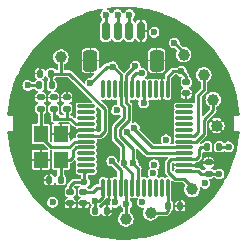
<source format=gbl>
%TF.GenerationSoftware,KiCad,Pcbnew,(6.0.7)*%
%TF.CreationDate,2022-11-15T15:07:51+01:00*%
%TF.ProjectId,tofncan,746f666e-6361-46e2-9e6b-696361645f70,rev?*%
%TF.SameCoordinates,Original*%
%TF.FileFunction,Copper,L4,Bot*%
%TF.FilePolarity,Positive*%
%FSLAX46Y46*%
G04 Gerber Fmt 4.6, Leading zero omitted, Abs format (unit mm)*
G04 Created by KiCad (PCBNEW (6.0.7)) date 2022-11-15 15:07:51*
%MOMM*%
%LPD*%
G01*
G04 APERTURE LIST*
G04 Aperture macros list*
%AMRoundRect*
0 Rectangle with rounded corners*
0 $1 Rounding radius*
0 $2 $3 $4 $5 $6 $7 $8 $9 X,Y pos of 4 corners*
0 Add a 4 corners polygon primitive as box body*
4,1,4,$2,$3,$4,$5,$6,$7,$8,$9,$2,$3,0*
0 Add four circle primitives for the rounded corners*
1,1,$1+$1,$2,$3*
1,1,$1+$1,$4,$5*
1,1,$1+$1,$6,$7*
1,1,$1+$1,$8,$9*
0 Add four rect primitives between the rounded corners*
20,1,$1+$1,$2,$3,$4,$5,0*
20,1,$1+$1,$4,$5,$6,$7,0*
20,1,$1+$1,$6,$7,$8,$9,0*
20,1,$1+$1,$8,$9,$2,$3,0*%
G04 Aperture macros list end*
%TA.AperFunction,SMDPad,CuDef*%
%ADD10C,1.000000*%
%TD*%
%TA.AperFunction,SMDPad,CuDef*%
%ADD11RoundRect,0.135000X-0.135000X-0.185000X0.135000X-0.185000X0.135000X0.185000X-0.135000X0.185000X0*%
%TD*%
%TA.AperFunction,SMDPad,CuDef*%
%ADD12RoundRect,0.140000X-0.170000X0.140000X-0.170000X-0.140000X0.170000X-0.140000X0.170000X0.140000X0*%
%TD*%
%TA.AperFunction,SMDPad,CuDef*%
%ADD13RoundRect,0.075000X-0.662500X-0.075000X0.662500X-0.075000X0.662500X0.075000X-0.662500X0.075000X0*%
%TD*%
%TA.AperFunction,SMDPad,CuDef*%
%ADD14RoundRect,0.075000X-0.075000X-0.662500X0.075000X-0.662500X0.075000X0.662500X-0.075000X0.662500X0*%
%TD*%
%TA.AperFunction,SMDPad,CuDef*%
%ADD15RoundRect,0.140000X-0.140000X-0.170000X0.140000X-0.170000X0.140000X0.170000X-0.140000X0.170000X0*%
%TD*%
%TA.AperFunction,SMDPad,CuDef*%
%ADD16RoundRect,0.140000X0.140000X0.170000X-0.140000X0.170000X-0.140000X-0.170000X0.140000X-0.170000X0*%
%TD*%
%TA.AperFunction,SMDPad,CuDef*%
%ADD17RoundRect,0.140000X0.170000X-0.140000X0.170000X0.140000X-0.170000X0.140000X-0.170000X-0.140000X0*%
%TD*%
%TA.AperFunction,SMDPad,CuDef*%
%ADD18RoundRect,0.135000X0.135000X0.185000X-0.135000X0.185000X-0.135000X-0.185000X0.135000X-0.185000X0*%
%TD*%
%TA.AperFunction,SMDPad,CuDef*%
%ADD19RoundRect,0.150000X-0.150000X-0.625000X0.150000X-0.625000X0.150000X0.625000X-0.150000X0.625000X0*%
%TD*%
%TA.AperFunction,SMDPad,CuDef*%
%ADD20RoundRect,0.250000X-0.350000X-0.650000X0.350000X-0.650000X0.350000X0.650000X-0.350000X0.650000X0*%
%TD*%
%TA.AperFunction,SMDPad,CuDef*%
%ADD21R,1.200000X1.400000*%
%TD*%
%TA.AperFunction,ViaPad*%
%ADD22C,0.600000*%
%TD*%
%TA.AperFunction,Conductor*%
%ADD23C,0.250000*%
%TD*%
G04 APERTURE END LIST*
D10*
X94700000Y-94400000D03*
X107900000Y-100200000D03*
X100200000Y-108100000D03*
D11*
X107090000Y-102000000D03*
X108110000Y-102000000D03*
D12*
X105300000Y-96520000D03*
X105300000Y-97480000D03*
D10*
X107600000Y-98000000D03*
D13*
X96837500Y-104050000D03*
X96837500Y-103550000D03*
X96837500Y-103050000D03*
X96837500Y-102550000D03*
X96837500Y-102050000D03*
X96837500Y-101550000D03*
X96837500Y-101050000D03*
X96837500Y-100550000D03*
X96837500Y-100050000D03*
X96837500Y-99550000D03*
X96837500Y-99050000D03*
X96837500Y-98550000D03*
D14*
X98250000Y-97137500D03*
X98750000Y-97137500D03*
X99250000Y-97137500D03*
X99750000Y-97137500D03*
X100250000Y-97137500D03*
X100750000Y-97137500D03*
X101250000Y-97137500D03*
X101750000Y-97137500D03*
X102250000Y-97137500D03*
X102750000Y-97137500D03*
X103250000Y-97137500D03*
X103750000Y-97137500D03*
D13*
X105162500Y-98550000D03*
X105162500Y-99050000D03*
X105162500Y-99550000D03*
X105162500Y-100050000D03*
X105162500Y-100550000D03*
X105162500Y-101050000D03*
X105162500Y-101550000D03*
X105162500Y-102050000D03*
X105162500Y-102550000D03*
X105162500Y-103050000D03*
X105162500Y-103550000D03*
X105162500Y-104050000D03*
D14*
X103750000Y-105462500D03*
X103250000Y-105462500D03*
X102750000Y-105462500D03*
X102250000Y-105462500D03*
X101750000Y-105462500D03*
X101250000Y-105462500D03*
X100750000Y-105462500D03*
X100250000Y-105462500D03*
X99750000Y-105462500D03*
X99250000Y-105462500D03*
X98750000Y-105462500D03*
X98250000Y-105462500D03*
D15*
X97620000Y-107400000D03*
X98580000Y-107400000D03*
D16*
X93880000Y-95800000D03*
X92920000Y-95800000D03*
X94680000Y-104800000D03*
X93720000Y-104800000D03*
D17*
X95200000Y-98780000D03*
X95200000Y-97820000D03*
D12*
X96600000Y-105820000D03*
X96600000Y-106780000D03*
D10*
X105100000Y-94200000D03*
D17*
X107200000Y-104280000D03*
X107200000Y-103320000D03*
X94100000Y-98780000D03*
X94100000Y-97820000D03*
D11*
X92890000Y-96800000D03*
X93910000Y-96800000D03*
D17*
X93000000Y-98780000D03*
X93000000Y-97820000D03*
D10*
X105800000Y-105600000D03*
D18*
X104810000Y-107000000D03*
X103790000Y-107000000D03*
D19*
X98500000Y-92175000D03*
X99500000Y-92175000D03*
X100500000Y-92175000D03*
X101500000Y-92175000D03*
D20*
X97200000Y-94700000D03*
X102800000Y-94700000D03*
D10*
X102300000Y-107600000D03*
D12*
X95500000Y-105820000D03*
X95500000Y-106780000D03*
D21*
X93000000Y-103100000D03*
X93000000Y-100900000D03*
X94700000Y-100900000D03*
X94700000Y-103100000D03*
D10*
X106800000Y-95900000D03*
D22*
X102600000Y-103500000D03*
X102500000Y-104200000D03*
X103600000Y-101400000D03*
X94288196Y-99533822D03*
X102593767Y-92306233D03*
X94000000Y-106700000D03*
X96700000Y-105000000D03*
X106900000Y-105100000D03*
X101600000Y-106700000D03*
X104900000Y-95600000D03*
X108100000Y-104300000D03*
X91900000Y-96800000D03*
X97620000Y-106620000D03*
X108900000Y-102000000D03*
X99422748Y-98892752D03*
X100000000Y-95100000D03*
X104300000Y-91900000D03*
X94800000Y-96900000D03*
X108300000Y-103300000D03*
X95618532Y-101035923D03*
X99200000Y-108800000D03*
X95500000Y-107700000D03*
X103300000Y-91200000D03*
X96600000Y-107700000D03*
X101700000Y-103400000D03*
X104100000Y-94700000D03*
X103600000Y-98500000D03*
X98100000Y-103000000D03*
X100500000Y-90800000D03*
X104300000Y-93200000D03*
X99500000Y-90800000D03*
X98500000Y-90800000D03*
X99300000Y-106700000D03*
X99000000Y-103200000D03*
X100998815Y-95184521D03*
X100827588Y-103408448D03*
X100078086Y-103408083D03*
X99100000Y-95200000D03*
X97206233Y-96606233D03*
X100250000Y-106850000D03*
X101700000Y-98300000D03*
X100923320Y-100385638D03*
X100285132Y-100778665D03*
X101539337Y-95757347D03*
D23*
X92341756Y-96800000D02*
X92890000Y-96800000D01*
X97380000Y-105820000D02*
X96600000Y-105820000D01*
X98250000Y-105462500D02*
X98250000Y-106250000D01*
X95500000Y-105300000D02*
X95800000Y-105000000D01*
X96700000Y-105000000D02*
X96700000Y-104187500D01*
X108100000Y-104300000D02*
X108080000Y-104280000D01*
X104200000Y-95600000D02*
X103750000Y-96050000D01*
X105300000Y-96520000D02*
X105300000Y-96000000D01*
X108110000Y-102000000D02*
X108900000Y-102000000D01*
X105300000Y-96000000D02*
X104900000Y-95600000D01*
X96700000Y-104187500D02*
X96837500Y-104050000D01*
X95200000Y-99600000D02*
X95214505Y-99614505D01*
X97900000Y-106600000D02*
X97600000Y-106600000D01*
X94100000Y-99345626D02*
X94100000Y-98780000D01*
X97620000Y-107400000D02*
X97620000Y-106620000D01*
X104900000Y-95600000D02*
X104200000Y-95600000D01*
X97737500Y-105462500D02*
X97380000Y-105820000D01*
X98250000Y-106250000D02*
X97900000Y-106600000D01*
X95800000Y-105000000D02*
X96700000Y-105000000D01*
X106350000Y-104050000D02*
X105162500Y-104050000D01*
X97620000Y-106620000D02*
X97600000Y-106600000D01*
X108080000Y-104280000D02*
X106580000Y-104280000D01*
X106580000Y-104280000D02*
X106350000Y-104050000D01*
X94368879Y-99614505D02*
X95214505Y-99614505D01*
X103750000Y-96050000D02*
X103750000Y-97137500D01*
X95214505Y-99614505D02*
X95506615Y-99614505D01*
X95506615Y-99614505D02*
X95942110Y-100050000D01*
X95200000Y-98780000D02*
X95200000Y-99600000D01*
X95942110Y-100050000D02*
X96837500Y-100050000D01*
X91900000Y-96800000D02*
X92341756Y-96800000D01*
X98250000Y-105462500D02*
X97737500Y-105462500D01*
X94288196Y-99533822D02*
X94100000Y-99345626D01*
X95500000Y-105820000D02*
X95500000Y-105300000D01*
X94288196Y-99533822D02*
X94368879Y-99614505D01*
X106350000Y-103550000D02*
X106600000Y-103300000D01*
X95618532Y-101035923D02*
X96104455Y-100550000D01*
X96104455Y-100550000D02*
X96837500Y-100550000D01*
X106600000Y-103300000D02*
X108300000Y-103300000D01*
X99200000Y-107500000D02*
X99100000Y-107400000D01*
X99100000Y-107400000D02*
X98580000Y-107400000D01*
X96600000Y-106780000D02*
X96600000Y-107700000D01*
X99200000Y-108800000D02*
X99200000Y-107500000D01*
X106350000Y-103550000D02*
X105162500Y-103550000D01*
X95500000Y-106780000D02*
X95500000Y-107700000D01*
X100500000Y-92175000D02*
X100500000Y-90800000D01*
X105100000Y-94000000D02*
X104300000Y-93200000D01*
X105100000Y-94200000D02*
X105100000Y-94000000D01*
X99500000Y-90800000D02*
X99500000Y-92175000D01*
X98500000Y-90800000D02*
X98500000Y-92175000D01*
X106350000Y-97631802D02*
X106350000Y-100713604D01*
X106350000Y-100713604D02*
X106013604Y-101050000D01*
X106800000Y-97181802D02*
X106350000Y-97631802D01*
X106800000Y-95900000D02*
X106800000Y-97181802D01*
X106013604Y-101050000D02*
X105162500Y-101050000D01*
X107600000Y-98900000D02*
X107600000Y-98000000D01*
X105162500Y-101550000D02*
X106150000Y-101550000D01*
X106800000Y-100900000D02*
X106800000Y-99700000D01*
X106800000Y-99700000D02*
X107600000Y-98900000D01*
X106150000Y-101550000D02*
X106800000Y-100900000D01*
X99250000Y-105462500D02*
X99250000Y-106650000D01*
X99250000Y-106650000D02*
X99300000Y-106700000D01*
X99000000Y-103200000D02*
X99750000Y-103950000D01*
X99750000Y-103950000D02*
X99750000Y-105462500D01*
X100998815Y-95184521D02*
X100250000Y-95933336D01*
X100250000Y-98271141D02*
X100475000Y-98496141D01*
X99710132Y-101110132D02*
X100814069Y-102214069D01*
X101250000Y-105462500D02*
X101250000Y-103844372D01*
X99710132Y-100489868D02*
X99710132Y-101110132D01*
X101250000Y-103844372D02*
X100814069Y-103408441D01*
X100250000Y-97137500D02*
X100250000Y-98271141D01*
X100475000Y-99725000D02*
X99710132Y-100489868D01*
X100814069Y-102214069D02*
X100814069Y-103408441D01*
X100250000Y-95933336D02*
X100250000Y-97137500D01*
X100475000Y-98496141D02*
X100475000Y-99725000D01*
X99310132Y-100303472D02*
X100025000Y-99588604D01*
X99750000Y-98407537D02*
X99750000Y-97137500D01*
X97206233Y-96593767D02*
X98600000Y-95200000D01*
X100750000Y-105462500D02*
X100750000Y-104250000D01*
X100000000Y-101965686D02*
X99310132Y-101275818D01*
X99100000Y-95200000D02*
X99750000Y-95850000D01*
X100750000Y-104250000D02*
X100000000Y-103500000D01*
X98600000Y-95200000D02*
X99100000Y-95200000D01*
X100000000Y-103500000D02*
X100000000Y-103400000D01*
X99750000Y-95850000D02*
X99750000Y-97137500D01*
X100025000Y-98682537D02*
X99750000Y-98407537D01*
X100000000Y-103400000D02*
X100000000Y-101965686D01*
X99310132Y-101275818D02*
X99310132Y-100303472D01*
X97206233Y-96606233D02*
X97206233Y-96593767D01*
X100025000Y-99588604D02*
X100025000Y-98682537D01*
X106400000Y-102800000D02*
X106150000Y-103050000D01*
X105100000Y-104700000D02*
X105700000Y-105300000D01*
X106600000Y-102000000D02*
X106400000Y-102200000D01*
X105162500Y-103050000D02*
X104050000Y-103050000D01*
X106150000Y-103050000D02*
X105162500Y-103050000D01*
X104050000Y-103050000D02*
X103800000Y-103300000D01*
X106400000Y-102200000D02*
X106400000Y-102800000D01*
X105700000Y-105300000D02*
X105700000Y-105700000D01*
X104400000Y-104700000D02*
X105100000Y-104700000D01*
X103800000Y-104100000D02*
X104400000Y-104700000D01*
X103800000Y-103300000D02*
X103800000Y-104100000D01*
X107090000Y-102000000D02*
X106600000Y-102000000D01*
X103750000Y-106960000D02*
X103790000Y-107000000D01*
X103790000Y-107410000D02*
X103790000Y-107000000D01*
X102300000Y-107600000D02*
X103600000Y-107600000D01*
X103750000Y-105462500D02*
X103750000Y-106960000D01*
X103600000Y-107600000D02*
X103790000Y-107410000D01*
X100250000Y-105462500D02*
X100250000Y-108050000D01*
X100250000Y-108050000D02*
X100200000Y-108100000D01*
X101750000Y-98250000D02*
X101750000Y-97137500D01*
X101700000Y-98300000D02*
X101750000Y-98250000D01*
X100923320Y-100385638D02*
X100923320Y-100523356D01*
X102449964Y-102050000D02*
X105162500Y-102050000D01*
X100923320Y-100523356D02*
X102449964Y-102050000D01*
X101998416Y-102550000D02*
X105162500Y-102550000D01*
X100285132Y-100778665D02*
X100285132Y-100836716D01*
X100285132Y-100836716D02*
X101998416Y-102550000D01*
X94300000Y-95800000D02*
X94700000Y-95800000D01*
X96837500Y-101050000D02*
X98050000Y-101050000D01*
X98400000Y-98800000D02*
X95400000Y-95800000D01*
X93880000Y-96770000D02*
X93910000Y-96800000D01*
X93880000Y-95800000D02*
X94300000Y-95800000D01*
X93880000Y-95800000D02*
X93880000Y-96770000D01*
X94700000Y-95800000D02*
X94700000Y-94400000D01*
X98400000Y-100700000D02*
X98400000Y-98800000D01*
X98050000Y-101050000D02*
X98400000Y-100700000D01*
X95400000Y-95800000D02*
X94300000Y-95800000D01*
X95425000Y-102000000D02*
X95875000Y-101550000D01*
X93000000Y-99080000D02*
X93000000Y-100900000D01*
X93850000Y-102000000D02*
X95425000Y-102000000D01*
X95875000Y-101550000D02*
X96837500Y-101550000D01*
X93000000Y-100900000D02*
X93000000Y-101150000D01*
X93000000Y-101150000D02*
X93850000Y-102000000D01*
X96011396Y-102050000D02*
X95700000Y-102361396D01*
X94680000Y-103120000D02*
X94700000Y-103100000D01*
X95500000Y-103100000D02*
X94700000Y-103100000D01*
X95700000Y-102900000D02*
X95500000Y-103100000D01*
X94680000Y-104800000D02*
X94680000Y-103120000D01*
X95700000Y-102361396D02*
X95700000Y-102900000D01*
X96837500Y-102050000D02*
X96011396Y-102050000D01*
X101539337Y-95757347D02*
X101042653Y-95757347D01*
X100750000Y-96050000D02*
X100750000Y-97137500D01*
X101042653Y-95757347D02*
X100750000Y-96050000D01*
%TA.AperFunction,Conductor*%
G36*
X100308344Y-90142901D02*
G01*
X100914657Y-90180587D01*
X100919229Y-90181014D01*
X101522028Y-90256238D01*
X101526566Y-90256947D01*
X101830588Y-90314227D01*
X102123578Y-90369429D01*
X102128040Y-90370414D01*
X102302004Y-90414519D01*
X102716920Y-90519714D01*
X102721335Y-90520981D01*
X103299797Y-90706517D01*
X103304120Y-90708053D01*
X103532229Y-90797172D01*
X103869954Y-90929116D01*
X103874177Y-90930919D01*
X104425212Y-91186659D01*
X104429316Y-91188721D01*
X104963426Y-91478153D01*
X104967390Y-91480462D01*
X105482539Y-91802484D01*
X105486326Y-91805018D01*
X105838765Y-92057027D01*
X105980502Y-92158375D01*
X105984153Y-92161161D01*
X106452288Y-92541916D01*
X106455440Y-92544480D01*
X106458906Y-92547482D01*
X106684505Y-92755511D01*
X106905504Y-92959297D01*
X106908783Y-92962514D01*
X107328983Y-93401250D01*
X107332055Y-93404664D01*
X107724216Y-93868607D01*
X107727071Y-93872205D01*
X108089702Y-94359591D01*
X108092328Y-94363359D01*
X108117785Y-94402419D01*
X108424037Y-94872321D01*
X108426406Y-94876215D01*
X108582321Y-95151377D01*
X108725898Y-95404765D01*
X108728037Y-95408829D01*
X108994156Y-95954925D01*
X108996039Y-95959114D01*
X109227774Y-96520679D01*
X109229393Y-96524977D01*
X109233850Y-96538019D01*
X109425837Y-97099814D01*
X109427187Y-97104204D01*
X109587600Y-97690150D01*
X109588674Y-97694615D01*
X109712423Y-98289352D01*
X109713219Y-98293876D01*
X109799838Y-98895170D01*
X109800351Y-98899734D01*
X109830368Y-99269513D01*
X109816961Y-99318324D01*
X109775315Y-99347097D01*
X109756611Y-99349500D01*
X109529557Y-99349500D01*
X109510406Y-99346979D01*
X109500000Y-99344191D01*
X109480186Y-99349500D01*
X109422096Y-99365065D01*
X109365065Y-99422095D01*
X109344191Y-99500000D01*
X109346712Y-99509408D01*
X109346979Y-99510404D01*
X109349500Y-99529557D01*
X109349500Y-100470443D01*
X109346979Y-100489594D01*
X109344191Y-100500000D01*
X109346712Y-100509409D01*
X109349298Y-100519060D01*
X109349500Y-100519814D01*
X109365065Y-100577904D01*
X109422095Y-100634935D01*
X109500000Y-100655809D01*
X109510406Y-100653021D01*
X109529557Y-100650500D01*
X109756611Y-100650500D01*
X109804177Y-100667813D01*
X109829487Y-100711650D01*
X109830368Y-100730487D01*
X109800351Y-101100266D01*
X109799838Y-101104830D01*
X109713219Y-101706124D01*
X109712423Y-101710648D01*
X109588674Y-102305385D01*
X109587600Y-102309850D01*
X109427187Y-102895796D01*
X109425837Y-102900186D01*
X109229393Y-103475023D01*
X109227774Y-103479321D01*
X108996039Y-104040886D01*
X108994156Y-104045075D01*
X108728037Y-104591171D01*
X108725898Y-104595235D01*
X108634039Y-104757350D01*
X108426406Y-105123785D01*
X108424037Y-105127679D01*
X108224611Y-105433671D01*
X108092328Y-105636641D01*
X108089702Y-105640409D01*
X107727071Y-106127795D01*
X107724216Y-106131393D01*
X107332055Y-106595336D01*
X107328984Y-106598749D01*
X107279429Y-106650490D01*
X106908783Y-107037486D01*
X106905504Y-107040703D01*
X106849952Y-107091928D01*
X106473311Y-107439235D01*
X106458911Y-107452513D01*
X106455445Y-107455516D01*
X106021698Y-107808302D01*
X105984153Y-107838839D01*
X105980502Y-107841625D01*
X105486326Y-108194982D01*
X105482539Y-108197516D01*
X104967395Y-108519535D01*
X104963426Y-108521847D01*
X104429316Y-108811279D01*
X104425212Y-108813341D01*
X103874177Y-109069081D01*
X103869954Y-109070884D01*
X103304125Y-109291945D01*
X103299797Y-109293483D01*
X102721335Y-109479019D01*
X102716920Y-109480286D01*
X102434415Y-109551911D01*
X102128040Y-109629586D01*
X102123578Y-109630571D01*
X101830588Y-109685773D01*
X101526566Y-109743053D01*
X101522028Y-109743762D01*
X100919229Y-109818986D01*
X100914657Y-109819413D01*
X100308344Y-109857099D01*
X100303753Y-109857242D01*
X99696247Y-109857242D01*
X99691656Y-109857099D01*
X99085343Y-109819413D01*
X99080771Y-109818986D01*
X98477972Y-109743762D01*
X98473434Y-109743053D01*
X98169412Y-109685773D01*
X97876422Y-109630571D01*
X97871960Y-109629586D01*
X97565585Y-109551911D01*
X97283080Y-109480286D01*
X97278665Y-109479019D01*
X96700203Y-109293483D01*
X96695875Y-109291945D01*
X96130046Y-109070884D01*
X96125823Y-109069081D01*
X95574788Y-108813341D01*
X95570684Y-108811279D01*
X95036574Y-108521847D01*
X95032605Y-108519535D01*
X94517461Y-108197516D01*
X94513674Y-108194982D01*
X94019498Y-107841625D01*
X94015847Y-107838839D01*
X93978302Y-107808302D01*
X93544555Y-107455516D01*
X93541089Y-107452513D01*
X93526690Y-107439235D01*
X93150048Y-107091928D01*
X93094496Y-107040703D01*
X93091217Y-107037486D01*
X92762664Y-106694440D01*
X93544901Y-106694440D01*
X93545584Y-106699663D01*
X93545584Y-106699666D01*
X93560535Y-106813994D01*
X93561633Y-106822394D01*
X93563755Y-106827216D01*
X93563756Y-106827219D01*
X93605438Y-106921948D01*
X93613605Y-106940510D01*
X93696639Y-107039291D01*
X93804060Y-107110796D01*
X93809092Y-107112368D01*
X93809094Y-107112369D01*
X93844714Y-107123497D01*
X93927233Y-107149278D01*
X93932501Y-107149375D01*
X93932504Y-107149375D01*
X93986552Y-107150365D01*
X94056255Y-107151643D01*
X94061338Y-107150257D01*
X94061340Y-107150257D01*
X94175671Y-107119086D01*
X94180755Y-107117700D01*
X94290724Y-107050179D01*
X94371536Y-106960899D01*
X95040000Y-106960899D01*
X95040258Y-106965247D01*
X95042353Y-106982860D01*
X95045262Y-106993443D01*
X95084091Y-107080861D01*
X95091698Y-107091928D01*
X95158488Y-107158601D01*
X95169569Y-107166189D01*
X95257044Y-107204862D01*
X95267654Y-107207754D01*
X95284790Y-107209752D01*
X95289060Y-107210000D01*
X95411952Y-107210000D01*
X95421948Y-107206362D01*
X95425000Y-107201075D01*
X95425000Y-107196952D01*
X95575000Y-107196952D01*
X95578638Y-107206948D01*
X95583925Y-107210000D01*
X95710899Y-107210000D01*
X95715247Y-107209742D01*
X95732860Y-107207647D01*
X95743443Y-107204738D01*
X95830861Y-107165909D01*
X95841928Y-107158302D01*
X95908601Y-107091512D01*
X95916189Y-107080431D01*
X95954862Y-106992956D01*
X95957754Y-106982346D01*
X95959752Y-106965210D01*
X95960000Y-106960940D01*
X95960000Y-106960899D01*
X96140000Y-106960899D01*
X96140258Y-106965247D01*
X96142353Y-106982860D01*
X96145262Y-106993443D01*
X96184091Y-107080861D01*
X96191698Y-107091928D01*
X96258488Y-107158601D01*
X96269569Y-107166189D01*
X96357044Y-107204862D01*
X96367654Y-107207754D01*
X96384790Y-107209752D01*
X96389060Y-107210000D01*
X96511952Y-107210000D01*
X96521948Y-107206362D01*
X96525000Y-107201075D01*
X96525000Y-107196952D01*
X96675000Y-107196952D01*
X96678638Y-107206948D01*
X96683925Y-107210000D01*
X96810899Y-107210000D01*
X96815247Y-107209742D01*
X96832860Y-107207647D01*
X96843443Y-107204738D01*
X96930861Y-107165909D01*
X96941928Y-107158302D01*
X97008601Y-107091512D01*
X97016189Y-107080431D01*
X97054862Y-106992956D01*
X97057754Y-106982346D01*
X97059752Y-106965210D01*
X97060000Y-106960940D01*
X97060000Y-106868048D01*
X97056362Y-106858052D01*
X97051075Y-106855000D01*
X96688048Y-106855000D01*
X96678052Y-106858638D01*
X96675000Y-106863925D01*
X96675000Y-107196952D01*
X96525000Y-107196952D01*
X96525000Y-106868048D01*
X96521362Y-106858052D01*
X96516075Y-106855000D01*
X96153048Y-106855000D01*
X96143052Y-106858638D01*
X96140000Y-106863925D01*
X96140000Y-106960899D01*
X95960000Y-106960899D01*
X95960000Y-106868048D01*
X95956362Y-106858052D01*
X95951075Y-106855000D01*
X95588048Y-106855000D01*
X95578052Y-106858638D01*
X95575000Y-106863925D01*
X95575000Y-107196952D01*
X95425000Y-107196952D01*
X95425000Y-106868048D01*
X95421362Y-106858052D01*
X95416075Y-106855000D01*
X95053048Y-106855000D01*
X95043052Y-106858638D01*
X95040000Y-106863925D01*
X95040000Y-106960899D01*
X94371536Y-106960899D01*
X94377322Y-106954507D01*
X94433588Y-106838375D01*
X94454997Y-106711120D01*
X94455133Y-106700000D01*
X94449038Y-106657442D01*
X94437586Y-106577472D01*
X94437585Y-106577469D01*
X94436839Y-106572259D01*
X94434322Y-106566723D01*
X94385610Y-106459586D01*
X94385608Y-106459583D01*
X94383428Y-106454788D01*
X94376003Y-106446170D01*
X94302633Y-106361020D01*
X94302632Y-106361019D01*
X94299193Y-106357028D01*
X94294774Y-106354164D01*
X94294772Y-106354162D01*
X94221616Y-106306746D01*
X94190906Y-106286841D01*
X94185857Y-106285331D01*
X94185855Y-106285330D01*
X94072326Y-106251377D01*
X94072325Y-106251377D01*
X94067273Y-106249866D01*
X94001771Y-106249466D01*
X93943501Y-106249110D01*
X93943500Y-106249110D01*
X93938231Y-106249078D01*
X93814155Y-106284539D01*
X93705019Y-106353399D01*
X93701531Y-106357348D01*
X93701529Y-106357350D01*
X93686035Y-106374894D01*
X93619596Y-106450122D01*
X93617357Y-106454891D01*
X93617355Y-106454894D01*
X93580385Y-106533638D01*
X93564754Y-106566932D01*
X93544901Y-106694440D01*
X92762664Y-106694440D01*
X92720571Y-106650490D01*
X92671016Y-106598749D01*
X92667945Y-106595336D01*
X92275784Y-106131393D01*
X92272929Y-106127795D01*
X91910298Y-105640409D01*
X91907672Y-105636641D01*
X91775389Y-105433671D01*
X91575963Y-105127679D01*
X91573594Y-105123785D01*
X91509629Y-105010899D01*
X93290000Y-105010899D01*
X93290258Y-105015247D01*
X93292353Y-105032860D01*
X93295262Y-105043443D01*
X93334091Y-105130861D01*
X93341698Y-105141928D01*
X93408488Y-105208601D01*
X93419569Y-105216189D01*
X93507044Y-105254862D01*
X93517654Y-105257754D01*
X93534790Y-105259752D01*
X93539060Y-105260000D01*
X93631952Y-105260000D01*
X93641948Y-105256362D01*
X93645000Y-105251075D01*
X93645000Y-104888048D01*
X93641362Y-104878052D01*
X93636075Y-104875000D01*
X93303048Y-104875000D01*
X93293052Y-104878638D01*
X93290000Y-104883925D01*
X93290000Y-105010899D01*
X91509629Y-105010899D01*
X91365961Y-104757350D01*
X91340237Y-104711952D01*
X93290000Y-104711952D01*
X93293638Y-104721948D01*
X93298925Y-104725000D01*
X93631952Y-104725000D01*
X93641948Y-104721362D01*
X93645000Y-104716075D01*
X93645000Y-104353048D01*
X93641362Y-104343052D01*
X93636075Y-104340000D01*
X93539101Y-104340000D01*
X93534753Y-104340258D01*
X93517140Y-104342353D01*
X93506557Y-104345262D01*
X93419139Y-104384091D01*
X93408072Y-104391698D01*
X93341399Y-104458488D01*
X93333811Y-104469569D01*
X93295138Y-104557044D01*
X93292246Y-104567654D01*
X93290248Y-104584790D01*
X93290000Y-104589060D01*
X93290000Y-104711952D01*
X91340237Y-104711952D01*
X91274102Y-104595235D01*
X91271963Y-104591171D01*
X91005844Y-104045075D01*
X91003961Y-104040886D01*
X90909151Y-103811133D01*
X92250001Y-103811133D01*
X92250712Y-103818347D01*
X92257281Y-103851378D01*
X92262752Y-103864587D01*
X92287807Y-103902084D01*
X92297916Y-103912193D01*
X92335415Y-103937249D01*
X92348620Y-103942719D01*
X92381655Y-103949290D01*
X92388865Y-103950000D01*
X92911952Y-103950000D01*
X92921948Y-103946362D01*
X92925000Y-103941075D01*
X92925000Y-103936951D01*
X93075000Y-103936951D01*
X93078638Y-103946947D01*
X93083925Y-103949999D01*
X93611133Y-103949999D01*
X93618347Y-103949288D01*
X93651378Y-103942719D01*
X93664587Y-103937248D01*
X93702084Y-103912193D01*
X93712193Y-103902084D01*
X93737249Y-103864585D01*
X93742719Y-103851380D01*
X93749290Y-103818345D01*
X93750000Y-103811135D01*
X93750000Y-103188048D01*
X93746362Y-103178052D01*
X93741075Y-103175000D01*
X93088048Y-103175000D01*
X93078052Y-103178638D01*
X93075000Y-103183925D01*
X93075000Y-103936951D01*
X92925000Y-103936951D01*
X92925000Y-103188048D01*
X92921362Y-103178052D01*
X92916075Y-103175000D01*
X92263049Y-103175000D01*
X92253053Y-103178638D01*
X92250001Y-103183925D01*
X92250001Y-103811133D01*
X90909151Y-103811133D01*
X90772226Y-103479321D01*
X90770607Y-103475023D01*
X90612358Y-103011952D01*
X92250000Y-103011952D01*
X92253638Y-103021948D01*
X92258925Y-103025000D01*
X92911952Y-103025000D01*
X92921948Y-103021362D01*
X92925000Y-103016075D01*
X92925000Y-102263049D01*
X92921362Y-102253053D01*
X92916075Y-102250001D01*
X92388867Y-102250001D01*
X92381653Y-102250712D01*
X92348622Y-102257281D01*
X92335413Y-102262752D01*
X92297916Y-102287807D01*
X92287807Y-102297916D01*
X92262751Y-102335415D01*
X92257281Y-102348620D01*
X92250710Y-102381655D01*
X92250000Y-102388865D01*
X92250000Y-103011952D01*
X90612358Y-103011952D01*
X90574163Y-102900186D01*
X90572813Y-102895796D01*
X90412400Y-102309850D01*
X90411326Y-102305385D01*
X90287577Y-101710648D01*
X90286781Y-101706124D01*
X90200162Y-101104830D01*
X90199649Y-101100266D01*
X90169632Y-100730487D01*
X90183039Y-100681676D01*
X90224685Y-100652903D01*
X90243389Y-100650500D01*
X90470443Y-100650500D01*
X90489594Y-100653021D01*
X90500000Y-100655809D01*
X90532093Y-100647210D01*
X90577904Y-100634935D01*
X90634935Y-100577905D01*
X90650702Y-100519060D01*
X90653288Y-100509409D01*
X90655809Y-100500000D01*
X90653021Y-100489594D01*
X90650500Y-100470443D01*
X90650500Y-99529557D01*
X90653021Y-99510404D01*
X90653288Y-99509408D01*
X90655809Y-99500000D01*
X90634935Y-99422096D01*
X90613350Y-99400511D01*
X90577905Y-99365065D01*
X90555412Y-99359038D01*
X90509409Y-99346712D01*
X90500000Y-99344191D01*
X90489594Y-99346979D01*
X90470443Y-99349500D01*
X90243389Y-99349500D01*
X90195823Y-99332187D01*
X90170513Y-99288350D01*
X90169632Y-99269513D01*
X90199649Y-98899734D01*
X90200162Y-98895170D01*
X90286781Y-98293876D01*
X90287577Y-98289352D01*
X90411326Y-97694615D01*
X90412400Y-97690150D01*
X90572813Y-97104204D01*
X90574163Y-97099814D01*
X90678521Y-96794440D01*
X91444901Y-96794440D01*
X91445584Y-96799663D01*
X91445584Y-96799666D01*
X91459208Y-96903847D01*
X91461633Y-96922394D01*
X91513605Y-97040510D01*
X91596639Y-97139291D01*
X91704060Y-97210796D01*
X91709092Y-97212368D01*
X91709094Y-97212369D01*
X91732947Y-97219821D01*
X91827233Y-97249278D01*
X91832501Y-97249375D01*
X91832504Y-97249375D01*
X91886552Y-97250365D01*
X91956255Y-97251643D01*
X91961338Y-97250257D01*
X91961340Y-97250257D01*
X92075671Y-97219086D01*
X92080755Y-97217700D01*
X92190724Y-97150179D01*
X92236289Y-97099839D01*
X92281044Y-97076193D01*
X92291151Y-97075500D01*
X92434661Y-97075500D01*
X92482227Y-97092813D01*
X92502289Y-97119460D01*
X92515637Y-97149510D01*
X92590908Y-97224650D01*
X92597156Y-97227412D01*
X92597157Y-97227413D01*
X92683097Y-97265407D01*
X92683100Y-97265408D01*
X92688183Y-97267655D01*
X92693707Y-97268299D01*
X92701219Y-97269175D01*
X92746460Y-97291880D01*
X92766523Y-97338354D01*
X92752018Y-97386850D01*
X92722688Y-97410306D01*
X92669139Y-97434091D01*
X92658072Y-97441698D01*
X92591399Y-97508488D01*
X92583811Y-97519569D01*
X92545138Y-97607044D01*
X92542246Y-97617654D01*
X92540248Y-97634790D01*
X92540000Y-97639060D01*
X92540000Y-97731952D01*
X92543638Y-97741948D01*
X92548925Y-97745000D01*
X93446952Y-97745000D01*
X93456948Y-97741362D01*
X93460000Y-97736075D01*
X93460000Y-97639101D01*
X93459742Y-97634753D01*
X93457647Y-97617140D01*
X93454738Y-97606557D01*
X93415909Y-97519139D01*
X93408302Y-97508072D01*
X93341512Y-97441399D01*
X93330431Y-97433811D01*
X93242956Y-97395138D01*
X93232346Y-97392246D01*
X93215210Y-97390248D01*
X93210940Y-97390000D01*
X93165501Y-97390000D01*
X93117935Y-97372687D01*
X93092625Y-97328850D01*
X93101415Y-97279000D01*
X93135461Y-97248372D01*
X93183261Y-97227140D01*
X93183266Y-97227136D01*
X93189510Y-97224363D01*
X93196162Y-97217700D01*
X93251945Y-97161819D01*
X93264650Y-97149092D01*
X93285735Y-97101399D01*
X93305407Y-97056903D01*
X93305408Y-97056900D01*
X93307655Y-97051817D01*
X93310500Y-97027415D01*
X93310499Y-96572586D01*
X93307538Y-96547690D01*
X93303243Y-96538019D01*
X93267137Y-96456735D01*
X93264363Y-96450490D01*
X93250114Y-96436265D01*
X93217094Y-96403303D01*
X93189092Y-96375350D01*
X93182844Y-96372588D01*
X93182840Y-96372585D01*
X93177847Y-96370378D01*
X93141342Y-96335312D01*
X93135918Y-96284984D01*
X93164113Y-96242945D01*
X93177727Y-96235069D01*
X93220858Y-96215910D01*
X93231928Y-96208302D01*
X93298601Y-96141512D01*
X93306189Y-96130431D01*
X93332029Y-96071982D01*
X93367097Y-96035478D01*
X93417424Y-96030056D01*
X93459463Y-96058251D01*
X93467338Y-96071864D01*
X93473835Y-96086490D01*
X93493544Y-96130861D01*
X93496444Y-96137391D01*
X93515068Y-96155982D01*
X93568198Y-96209020D01*
X93568200Y-96209021D01*
X93573034Y-96213847D01*
X93574080Y-96214309D01*
X93601774Y-96252991D01*
X93604500Y-96272892D01*
X93604500Y-96351023D01*
X93587187Y-96398589D01*
X93582872Y-96403303D01*
X93540175Y-96446074D01*
X93540174Y-96446076D01*
X93535350Y-96450908D01*
X93532589Y-96457154D01*
X93532588Y-96457155D01*
X93494593Y-96543097D01*
X93494592Y-96543100D01*
X93492345Y-96548183D01*
X93489500Y-96572585D01*
X93489501Y-97027414D01*
X93489759Y-97029583D01*
X93489759Y-97029584D01*
X93491059Y-97040510D01*
X93492462Y-97052310D01*
X93494714Y-97057381D01*
X93494715Y-97057383D01*
X93530373Y-97137660D01*
X93535637Y-97149510D01*
X93610908Y-97224650D01*
X93617156Y-97227412D01*
X93617157Y-97227413D01*
X93703097Y-97265407D01*
X93703100Y-97265408D01*
X93708183Y-97267655D01*
X93713707Y-97268299D01*
X93730457Y-97270252D01*
X93730459Y-97270252D01*
X93732585Y-97270500D01*
X93788545Y-97270500D01*
X93836111Y-97287813D01*
X93861421Y-97331650D01*
X93852631Y-97381500D01*
X93818584Y-97412129D01*
X93769139Y-97434091D01*
X93758072Y-97441698D01*
X93691399Y-97508488D01*
X93683811Y-97519569D01*
X93645138Y-97607044D01*
X93642246Y-97617654D01*
X93640248Y-97634790D01*
X93640000Y-97639060D01*
X93640000Y-97731952D01*
X93643638Y-97741948D01*
X93648925Y-97745000D01*
X94546952Y-97745000D01*
X94556948Y-97741362D01*
X94560000Y-97736075D01*
X94560000Y-97731952D01*
X94740000Y-97731952D01*
X94743638Y-97741948D01*
X94748925Y-97745000D01*
X95111952Y-97745000D01*
X95121948Y-97741362D01*
X95125000Y-97736075D01*
X95125000Y-97731952D01*
X95275000Y-97731952D01*
X95278638Y-97741948D01*
X95283925Y-97745000D01*
X95646952Y-97745000D01*
X95656948Y-97741362D01*
X95660000Y-97736075D01*
X95660000Y-97639101D01*
X95659742Y-97634753D01*
X95657647Y-97617140D01*
X95654738Y-97606557D01*
X95615909Y-97519139D01*
X95608302Y-97508072D01*
X95541512Y-97441399D01*
X95530431Y-97433811D01*
X95442956Y-97395138D01*
X95432346Y-97392246D01*
X95415210Y-97390248D01*
X95410940Y-97390000D01*
X95288048Y-97390000D01*
X95278052Y-97393638D01*
X95275000Y-97398925D01*
X95275000Y-97731952D01*
X95125000Y-97731952D01*
X95125000Y-97403048D01*
X95121362Y-97393052D01*
X95116075Y-97390000D01*
X94989101Y-97390000D01*
X94984753Y-97390258D01*
X94967140Y-97392353D01*
X94956557Y-97395262D01*
X94869139Y-97434091D01*
X94858072Y-97441698D01*
X94791399Y-97508488D01*
X94783811Y-97519569D01*
X94745138Y-97607044D01*
X94742246Y-97617654D01*
X94740248Y-97634790D01*
X94740000Y-97639060D01*
X94740000Y-97731952D01*
X94560000Y-97731952D01*
X94560000Y-97639101D01*
X94559742Y-97634753D01*
X94557647Y-97617140D01*
X94554738Y-97606557D01*
X94515909Y-97519139D01*
X94508302Y-97508072D01*
X94441512Y-97441399D01*
X94430431Y-97433811D01*
X94342956Y-97395138D01*
X94332346Y-97392246D01*
X94315210Y-97390248D01*
X94310940Y-97390000D01*
X94185501Y-97390000D01*
X94137935Y-97372687D01*
X94112625Y-97328850D01*
X94121415Y-97279000D01*
X94155461Y-97248372D01*
X94203261Y-97227140D01*
X94203266Y-97227136D01*
X94209510Y-97224363D01*
X94216162Y-97217700D01*
X94271945Y-97161819D01*
X94284650Y-97149092D01*
X94305735Y-97101399D01*
X94325407Y-97056903D01*
X94325408Y-97056900D01*
X94327655Y-97051817D01*
X94330500Y-97027415D01*
X94330499Y-96572586D01*
X94327538Y-96547690D01*
X94323243Y-96538019D01*
X94287137Y-96456735D01*
X94284363Y-96450490D01*
X94270114Y-96436265D01*
X94237094Y-96403303D01*
X94209092Y-96375350D01*
X94202843Y-96372587D01*
X94202841Y-96372586D01*
X94199579Y-96371144D01*
X94163075Y-96336077D01*
X94155500Y-96303463D01*
X94155500Y-96272890D01*
X94172813Y-96225324D01*
X94184214Y-96214967D01*
X94187391Y-96213556D01*
X94192338Y-96208601D01*
X94225833Y-96175047D01*
X94263847Y-96136966D01*
X94266608Y-96130721D01*
X94266610Y-96130718D01*
X94271534Y-96119579D01*
X94306601Y-96083075D01*
X94339215Y-96075500D01*
X94665580Y-96075500D01*
X94680016Y-96076922D01*
X94700000Y-96080897D01*
X94719984Y-96076922D01*
X94734420Y-96075500D01*
X95255232Y-96075500D01*
X95302798Y-96092813D01*
X95307558Y-96097174D01*
X97333558Y-98123174D01*
X97354950Y-98169050D01*
X97341849Y-98217945D01*
X97300385Y-98246979D01*
X97281232Y-98249500D01*
X96178897Y-98249501D01*
X96152790Y-98249501D01*
X96110290Y-98257954D01*
X96094163Y-98261161D01*
X96094162Y-98261161D01*
X96087014Y-98262583D01*
X96012423Y-98312423D01*
X95962583Y-98387014D01*
X95961161Y-98394164D01*
X95951392Y-98443279D01*
X95949500Y-98452789D01*
X95949501Y-98647210D01*
X95962583Y-98712986D01*
X95990597Y-98754911D01*
X95993254Y-98758888D01*
X96005285Y-98808056D01*
X95993254Y-98841111D01*
X95962583Y-98887014D01*
X95949500Y-98952789D01*
X95949501Y-99147210D01*
X95962583Y-99212986D01*
X95966632Y-99219045D01*
X95966632Y-99219046D01*
X95993254Y-99258888D01*
X96005285Y-99308056D01*
X95993254Y-99341111D01*
X95962583Y-99387014D01*
X95949500Y-99452789D01*
X95949500Y-99489122D01*
X95932187Y-99536688D01*
X95888350Y-99561998D01*
X95838500Y-99553208D01*
X95823174Y-99541448D01*
X95725760Y-99444034D01*
X95716557Y-99432820D01*
X95709288Y-99421941D01*
X95705239Y-99415881D01*
X95682238Y-99400512D01*
X95682237Y-99400511D01*
X95629188Y-99365065D01*
X95614110Y-99354990D01*
X95606965Y-99353569D01*
X95606963Y-99353568D01*
X95549443Y-99342127D01*
X95535063Y-99339267D01*
X95491789Y-99313008D01*
X95475500Y-99266689D01*
X95475500Y-99239150D01*
X95492813Y-99191584D01*
X95519459Y-99171522D01*
X95531145Y-99166331D01*
X95531148Y-99166329D01*
X95537391Y-99163556D01*
X95550143Y-99150782D01*
X95609020Y-99091802D01*
X95609021Y-99091800D01*
X95613847Y-99086966D01*
X95657605Y-98987987D01*
X95660500Y-98963158D01*
X95660500Y-98596842D01*
X95657486Y-98571511D01*
X95651669Y-98558414D01*
X95616329Y-98478851D01*
X95616328Y-98478849D01*
X95613556Y-98472609D01*
X95569041Y-98428172D01*
X95541802Y-98400980D01*
X95541800Y-98400979D01*
X95536966Y-98396153D01*
X95471982Y-98367424D01*
X95435477Y-98332357D01*
X95430054Y-98282029D01*
X95458250Y-98239990D01*
X95471864Y-98232114D01*
X95530861Y-98205909D01*
X95541928Y-98198302D01*
X95608601Y-98131512D01*
X95616189Y-98120431D01*
X95654862Y-98032956D01*
X95657754Y-98022346D01*
X95659752Y-98005210D01*
X95660000Y-98000940D01*
X95660000Y-97908048D01*
X95656362Y-97898052D01*
X95651075Y-97895000D01*
X94753048Y-97895000D01*
X94743052Y-97898638D01*
X94740000Y-97903925D01*
X94740000Y-98000899D01*
X94740258Y-98005247D01*
X94742353Y-98022860D01*
X94745262Y-98033443D01*
X94784091Y-98120861D01*
X94791698Y-98131928D01*
X94858488Y-98198601D01*
X94869569Y-98206189D01*
X94928018Y-98232029D01*
X94964522Y-98267097D01*
X94969944Y-98317424D01*
X94941749Y-98359463D01*
X94928136Y-98367338D01*
X94926489Y-98368070D01*
X94868851Y-98393671D01*
X94868849Y-98393672D01*
X94862609Y-98396444D01*
X94834629Y-98424473D01*
X94790980Y-98468198D01*
X94790979Y-98468200D01*
X94786153Y-98473034D01*
X94742395Y-98572013D01*
X94739500Y-98596842D01*
X94739500Y-98963158D01*
X94742514Y-98988489D01*
X94744766Y-98993560D01*
X94744767Y-98993562D01*
X94756498Y-99019971D01*
X94786444Y-99087391D01*
X94863034Y-99163847D01*
X94869279Y-99166608D01*
X94869282Y-99166610D01*
X94880421Y-99171534D01*
X94916925Y-99206601D01*
X94924500Y-99239215D01*
X94924500Y-99265005D01*
X94907187Y-99312571D01*
X94863350Y-99337881D01*
X94850500Y-99339005D01*
X94742181Y-99339005D01*
X94694615Y-99321692D01*
X94674817Y-99295632D01*
X94673807Y-99293411D01*
X94673807Y-99293410D01*
X94671624Y-99288610D01*
X94587389Y-99190850D01*
X94547472Y-99164977D01*
X94516973Y-99124579D01*
X94520039Y-99072960D01*
X94555356Y-98993074D01*
X94557605Y-98987987D01*
X94560500Y-98963158D01*
X94560500Y-98596842D01*
X94557486Y-98571511D01*
X94551669Y-98558414D01*
X94516329Y-98478851D01*
X94516328Y-98478849D01*
X94513556Y-98472609D01*
X94469041Y-98428172D01*
X94441802Y-98400980D01*
X94441800Y-98400979D01*
X94436966Y-98396153D01*
X94371982Y-98367424D01*
X94335477Y-98332357D01*
X94330054Y-98282029D01*
X94358250Y-98239990D01*
X94371864Y-98232114D01*
X94430861Y-98205909D01*
X94441928Y-98198302D01*
X94508601Y-98131512D01*
X94516189Y-98120431D01*
X94554862Y-98032956D01*
X94557754Y-98022346D01*
X94559752Y-98005210D01*
X94560000Y-98000940D01*
X94560000Y-97908048D01*
X94556362Y-97898052D01*
X94551075Y-97895000D01*
X93653048Y-97895000D01*
X93643052Y-97898638D01*
X93640000Y-97903925D01*
X93640000Y-98000899D01*
X93640258Y-98005247D01*
X93642353Y-98022860D01*
X93645262Y-98033443D01*
X93684091Y-98120861D01*
X93691698Y-98131928D01*
X93758488Y-98198601D01*
X93769569Y-98206189D01*
X93828018Y-98232029D01*
X93864522Y-98267097D01*
X93869944Y-98317424D01*
X93841749Y-98359463D01*
X93828136Y-98367338D01*
X93826489Y-98368070D01*
X93768851Y-98393671D01*
X93768849Y-98393672D01*
X93762609Y-98396444D01*
X93734629Y-98424473D01*
X93690980Y-98468198D01*
X93690979Y-98468200D01*
X93686153Y-98473034D01*
X93642395Y-98572013D01*
X93639500Y-98596842D01*
X93639500Y-98963158D01*
X93642514Y-98988489D01*
X93644766Y-98993560D01*
X93644767Y-98993562D01*
X93656498Y-99019971D01*
X93686444Y-99087391D01*
X93763034Y-99163847D01*
X93769279Y-99166608D01*
X93769282Y-99166610D01*
X93780421Y-99171534D01*
X93816925Y-99206601D01*
X93824500Y-99239215D01*
X93824500Y-99311206D01*
X93823078Y-99325642D01*
X93819103Y-99345626D01*
X93824500Y-99372758D01*
X93824500Y-99372759D01*
X93838678Y-99444034D01*
X93840345Y-99452417D01*
X93840886Y-99478238D01*
X93833097Y-99528262D01*
X93833780Y-99533485D01*
X93833780Y-99533488D01*
X93849119Y-99650783D01*
X93849829Y-99656216D01*
X93851952Y-99661041D01*
X93895006Y-99758888D01*
X93901801Y-99774332D01*
X93984835Y-99873113D01*
X94026453Y-99900816D01*
X94064360Y-99926049D01*
X94094362Y-99966818D01*
X94091140Y-100017335D01*
X94051672Y-100056018D01*
X94035412Y-100062753D01*
X93997916Y-100087807D01*
X93987807Y-100097916D01*
X93962751Y-100135415D01*
X93957281Y-100148620D01*
X93950710Y-100181655D01*
X93950000Y-100188865D01*
X93950000Y-100811952D01*
X93953638Y-100821948D01*
X93958925Y-100825000D01*
X94611952Y-100825000D01*
X94621948Y-100821362D01*
X94625000Y-100816075D01*
X94625000Y-100063049D01*
X94621362Y-100053053D01*
X94616075Y-100050001D01*
X94570510Y-100050001D01*
X94522944Y-100032688D01*
X94497634Y-99988851D01*
X94506424Y-99939001D01*
X94531791Y-99912939D01*
X94551329Y-99900943D01*
X94590048Y-99890005D01*
X95180085Y-99890005D01*
X95194521Y-99891427D01*
X95214505Y-99895402D01*
X95234489Y-99891427D01*
X95248925Y-99890005D01*
X95361847Y-99890005D01*
X95409413Y-99907318D01*
X95414173Y-99911679D01*
X95444073Y-99941579D01*
X95465465Y-99987455D01*
X95452364Y-100036350D01*
X95410900Y-100065384D01*
X95363429Y-100062272D01*
X95351380Y-100057281D01*
X95318345Y-100050710D01*
X95311135Y-100050000D01*
X94788048Y-100050000D01*
X94778052Y-100053638D01*
X94775000Y-100058925D01*
X94775000Y-100811952D01*
X94778638Y-100821948D01*
X94783925Y-100825000D01*
X95436951Y-100825000D01*
X95446947Y-100821362D01*
X95449999Y-100816075D01*
X95449999Y-100188867D01*
X95449288Y-100181653D01*
X95442719Y-100148625D01*
X95437726Y-100136569D01*
X95435519Y-100085998D01*
X95466335Y-100045840D01*
X95515754Y-100034885D01*
X95558420Y-100055926D01*
X95722965Y-100220471D01*
X95732166Y-100231682D01*
X95743486Y-100248624D01*
X95766487Y-100263993D01*
X95766488Y-100263994D01*
X95784964Y-100276339D01*
X95834615Y-100309515D01*
X95841760Y-100310936D01*
X95841762Y-100310937D01*
X95880308Y-100318604D01*
X95900454Y-100322611D01*
X95943729Y-100348870D01*
X95960000Y-100396803D01*
X95958596Y-100409626D01*
X95950710Y-100449270D01*
X95950000Y-100456480D01*
X95950000Y-100461952D01*
X95953638Y-100471948D01*
X95958925Y-100475000D01*
X97711952Y-100475000D01*
X97721948Y-100471362D01*
X97725000Y-100466075D01*
X97725000Y-100456480D01*
X97724290Y-100449270D01*
X97713367Y-100394356D01*
X97707897Y-100381151D01*
X97681445Y-100341563D01*
X97669414Y-100292395D01*
X97681445Y-100259339D01*
X97685968Y-100252570D01*
X97712417Y-100212986D01*
X97725500Y-100147211D01*
X97725499Y-99952790D01*
X97712417Y-99887014D01*
X97681746Y-99841111D01*
X97669715Y-99791944D01*
X97681746Y-99758888D01*
X97686261Y-99752132D01*
X97712417Y-99712986D01*
X97720394Y-99672881D01*
X97724790Y-99650782D01*
X97724790Y-99650779D01*
X97725500Y-99647211D01*
X97725499Y-99452790D01*
X97712417Y-99387014D01*
X97702892Y-99372758D01*
X97685745Y-99347097D01*
X97681746Y-99341111D01*
X97669715Y-99291944D01*
X97681746Y-99258888D01*
X97699684Y-99232043D01*
X97712417Y-99212986D01*
X97720662Y-99171534D01*
X97724790Y-99150782D01*
X97724790Y-99150779D01*
X97725500Y-99147211D01*
X97725499Y-98952790D01*
X97712417Y-98887014D01*
X97681746Y-98841111D01*
X97669715Y-98791944D01*
X97681746Y-98758888D01*
X97684404Y-98754911D01*
X97712417Y-98712986D01*
X97720407Y-98672817D01*
X97746667Y-98629542D01*
X97794599Y-98613271D01*
X97845311Y-98634927D01*
X98102826Y-98892442D01*
X98124218Y-98938318D01*
X98124500Y-98944768D01*
X98124500Y-100555232D01*
X98107187Y-100602798D01*
X98102826Y-100607558D01*
X97957558Y-100752826D01*
X97911682Y-100774218D01*
X97905232Y-100774500D01*
X97789840Y-100774500D01*
X97742274Y-100757187D01*
X97716964Y-100713350D01*
X97717262Y-100686064D01*
X97724290Y-100650732D01*
X97725000Y-100643520D01*
X97725000Y-100638048D01*
X97721362Y-100628052D01*
X97716075Y-100625000D01*
X95963048Y-100625000D01*
X95953052Y-100628638D01*
X95950000Y-100633925D01*
X95950000Y-100643520D01*
X95950710Y-100650730D01*
X95961633Y-100705644D01*
X95967103Y-100718849D01*
X95993555Y-100758437D01*
X96005586Y-100807605D01*
X95993555Y-100840661D01*
X95962583Y-100887014D01*
X95957217Y-100913993D01*
X95950232Y-100949110D01*
X95949500Y-100952789D01*
X95949501Y-101147210D01*
X95956439Y-101182092D01*
X95948737Y-101232120D01*
X95910678Y-101265494D01*
X95883860Y-101270525D01*
X95882149Y-101270525D01*
X95875000Y-101269103D01*
X95847868Y-101274500D01*
X95847865Y-101274500D01*
X95812371Y-101281561D01*
X95767505Y-101290485D01*
X95740161Y-101308756D01*
X95699378Y-101336006D01*
X95699377Y-101336007D01*
X95676376Y-101351376D01*
X95672327Y-101357436D01*
X95665058Y-101368315D01*
X95655855Y-101379529D01*
X95576326Y-101459058D01*
X95530450Y-101480450D01*
X95481555Y-101467349D01*
X95452521Y-101425885D01*
X95450000Y-101406732D01*
X95450000Y-100988048D01*
X95446362Y-100978052D01*
X95441075Y-100975000D01*
X93963049Y-100975000D01*
X93953053Y-100978638D01*
X93950001Y-100983925D01*
X93950001Y-101531733D01*
X93932688Y-101579299D01*
X93888851Y-101604609D01*
X93839001Y-101595819D01*
X93823675Y-101584059D01*
X93772174Y-101532558D01*
X93750782Y-101486682D01*
X93750500Y-101480232D01*
X93750500Y-100185180D01*
X93743658Y-100150782D01*
X93743189Y-100148425D01*
X93743188Y-100148424D01*
X93741767Y-100141278D01*
X93708504Y-100091496D01*
X93658722Y-100058233D01*
X93651576Y-100056812D01*
X93651575Y-100056811D01*
X93618390Y-100050210D01*
X93618389Y-100050210D01*
X93614820Y-100049500D01*
X93349500Y-100049500D01*
X93301934Y-100032187D01*
X93276624Y-99988350D01*
X93275500Y-99975500D01*
X93275500Y-99239150D01*
X93292813Y-99191584D01*
X93319459Y-99171522D01*
X93331145Y-99166331D01*
X93331148Y-99166329D01*
X93337391Y-99163556D01*
X93350143Y-99150782D01*
X93409020Y-99091802D01*
X93409021Y-99091800D01*
X93413847Y-99086966D01*
X93457605Y-98987987D01*
X93460500Y-98963158D01*
X93460500Y-98596842D01*
X93457486Y-98571511D01*
X93451669Y-98558414D01*
X93416329Y-98478851D01*
X93416328Y-98478849D01*
X93413556Y-98472609D01*
X93369041Y-98428172D01*
X93341802Y-98400980D01*
X93341800Y-98400979D01*
X93336966Y-98396153D01*
X93271982Y-98367424D01*
X93235477Y-98332357D01*
X93230054Y-98282029D01*
X93258250Y-98239990D01*
X93271864Y-98232114D01*
X93330861Y-98205909D01*
X93341928Y-98198302D01*
X93408601Y-98131512D01*
X93416189Y-98120431D01*
X93454862Y-98032956D01*
X93457754Y-98022346D01*
X93459752Y-98005210D01*
X93460000Y-98000940D01*
X93460000Y-97908048D01*
X93456362Y-97898052D01*
X93451075Y-97895000D01*
X92553048Y-97895000D01*
X92543052Y-97898638D01*
X92540000Y-97903925D01*
X92540000Y-98000899D01*
X92540258Y-98005247D01*
X92542353Y-98022860D01*
X92545262Y-98033443D01*
X92584091Y-98120861D01*
X92591698Y-98131928D01*
X92658488Y-98198601D01*
X92669569Y-98206189D01*
X92728018Y-98232029D01*
X92764522Y-98267097D01*
X92769944Y-98317424D01*
X92741749Y-98359463D01*
X92728136Y-98367338D01*
X92726489Y-98368070D01*
X92668851Y-98393671D01*
X92668849Y-98393672D01*
X92662609Y-98396444D01*
X92634629Y-98424473D01*
X92590980Y-98468198D01*
X92590979Y-98468200D01*
X92586153Y-98473034D01*
X92542395Y-98572013D01*
X92539500Y-98596842D01*
X92539500Y-98963158D01*
X92542514Y-98988489D01*
X92544766Y-98993560D01*
X92544767Y-98993562D01*
X92556498Y-99019971D01*
X92586444Y-99087391D01*
X92663034Y-99163847D01*
X92669279Y-99166608D01*
X92669282Y-99166610D01*
X92680421Y-99171534D01*
X92716925Y-99206601D01*
X92724500Y-99239215D01*
X92724500Y-99975500D01*
X92707187Y-100023066D01*
X92663350Y-100048376D01*
X92650500Y-100049500D01*
X92385180Y-100049500D01*
X92381611Y-100050210D01*
X92381610Y-100050210D01*
X92348425Y-100056811D01*
X92348424Y-100056812D01*
X92341278Y-100058233D01*
X92291496Y-100091496D01*
X92258233Y-100141278D01*
X92256812Y-100148424D01*
X92256811Y-100148425D01*
X92256342Y-100150782D01*
X92249500Y-100185180D01*
X92249500Y-101614820D01*
X92250210Y-101618389D01*
X92250210Y-101618390D01*
X92256679Y-101650908D01*
X92258233Y-101658722D01*
X92291496Y-101708504D01*
X92341278Y-101741767D01*
X92348424Y-101743188D01*
X92348425Y-101743189D01*
X92381610Y-101749790D01*
X92381611Y-101749790D01*
X92385180Y-101750500D01*
X93180232Y-101750500D01*
X93227798Y-101767813D01*
X93232558Y-101772174D01*
X93584058Y-102123674D01*
X93605450Y-102169550D01*
X93592349Y-102218445D01*
X93550885Y-102247479D01*
X93531732Y-102250000D01*
X93088048Y-102250000D01*
X93078052Y-102253638D01*
X93075000Y-102258925D01*
X93075000Y-103011952D01*
X93078638Y-103021948D01*
X93083925Y-103025000D01*
X93736951Y-103025000D01*
X93746947Y-103021362D01*
X93749999Y-103016075D01*
X93749999Y-102388867D01*
X93749289Y-102381655D01*
X93745878Y-102364508D01*
X93753579Y-102314478D01*
X93791636Y-102281103D01*
X93832892Y-102277494D01*
X93850000Y-102280897D01*
X93857149Y-102279475D01*
X93857151Y-102279475D01*
X93866578Y-102277600D01*
X93916608Y-102285301D01*
X93949982Y-102323359D01*
X93953591Y-102364615D01*
X93949500Y-102385180D01*
X93949500Y-103814820D01*
X93950210Y-103818389D01*
X93950210Y-103818390D01*
X93956801Y-103851521D01*
X93958233Y-103858722D01*
X93991496Y-103908504D01*
X94041278Y-103941767D01*
X94048424Y-103943188D01*
X94048425Y-103943189D01*
X94081610Y-103949790D01*
X94081611Y-103949790D01*
X94085180Y-103950500D01*
X94330500Y-103950500D01*
X94378066Y-103967813D01*
X94403376Y-104011650D01*
X94404500Y-104024500D01*
X94404500Y-104327110D01*
X94387187Y-104374676D01*
X94375786Y-104385033D01*
X94372609Y-104386444D01*
X94367784Y-104391277D01*
X94367783Y-104391278D01*
X94300980Y-104458198D01*
X94300979Y-104458200D01*
X94296153Y-104463034D01*
X94293390Y-104469284D01*
X94267424Y-104528018D01*
X94232357Y-104564523D01*
X94182029Y-104569946D01*
X94139990Y-104541750D01*
X94132114Y-104528136D01*
X94105909Y-104469139D01*
X94098302Y-104458072D01*
X94031512Y-104391399D01*
X94020431Y-104383811D01*
X93932956Y-104345138D01*
X93922346Y-104342246D01*
X93905210Y-104340248D01*
X93900940Y-104340000D01*
X93808048Y-104340000D01*
X93798052Y-104343638D01*
X93795000Y-104348925D01*
X93795000Y-105246952D01*
X93798638Y-105256948D01*
X93803925Y-105260000D01*
X93900899Y-105260000D01*
X93905247Y-105259742D01*
X93922860Y-105257647D01*
X93933443Y-105254738D01*
X94020861Y-105215909D01*
X94031928Y-105208302D01*
X94098601Y-105141512D01*
X94106189Y-105130431D01*
X94132029Y-105071982D01*
X94167097Y-105035478D01*
X94217424Y-105030056D01*
X94259463Y-105058251D01*
X94267339Y-105071865D01*
X94293544Y-105130861D01*
X94296444Y-105137391D01*
X94319660Y-105160566D01*
X94368198Y-105209020D01*
X94368200Y-105209021D01*
X94373034Y-105213847D01*
X94472013Y-105257605D01*
X94488315Y-105259506D01*
X94494714Y-105260252D01*
X94494716Y-105260252D01*
X94496842Y-105260500D01*
X94863158Y-105260500D01*
X94875757Y-105259001D01*
X94882978Y-105258142D01*
X94882980Y-105258142D01*
X94888489Y-105257486D01*
X94893560Y-105255234D01*
X94893562Y-105255233D01*
X94981149Y-105216329D01*
X94981151Y-105216328D01*
X94987391Y-105213556D01*
X95037175Y-105163685D01*
X95059020Y-105141802D01*
X95059021Y-105141800D01*
X95063847Y-105136966D01*
X95107605Y-105037987D01*
X95110500Y-105013158D01*
X95110500Y-104586842D01*
X95107486Y-104561511D01*
X95097716Y-104539515D01*
X95066329Y-104468851D01*
X95066328Y-104468849D01*
X95063556Y-104462609D01*
X95012508Y-104411650D01*
X94991802Y-104390980D01*
X94991800Y-104390979D01*
X94986966Y-104386153D01*
X94985920Y-104385691D01*
X94958226Y-104347009D01*
X94955500Y-104327108D01*
X94955500Y-104024500D01*
X94972813Y-103976934D01*
X95016650Y-103951624D01*
X95029500Y-103950500D01*
X95314820Y-103950500D01*
X95318389Y-103949790D01*
X95318390Y-103949790D01*
X95351575Y-103943189D01*
X95351576Y-103943188D01*
X95358722Y-103941767D01*
X95408504Y-103908504D01*
X95441767Y-103858722D01*
X95443200Y-103851521D01*
X95449790Y-103818390D01*
X95449790Y-103818389D01*
X95450500Y-103814820D01*
X95450500Y-103451473D01*
X95467813Y-103403907D01*
X95510062Y-103378895D01*
X95527132Y-103375500D01*
X95527135Y-103375500D01*
X95600348Y-103360937D01*
X95600350Y-103360936D01*
X95607495Y-103359515D01*
X95649437Y-103331490D01*
X95663049Y-103322395D01*
X95663050Y-103322394D01*
X95675622Y-103313994D01*
X95675626Y-103313991D01*
X95677973Y-103312423D01*
X95698624Y-103298624D01*
X95709944Y-103281683D01*
X95719146Y-103270470D01*
X95833837Y-103155779D01*
X95879713Y-103134387D01*
X95928608Y-103147488D01*
X95958741Y-103193669D01*
X95962583Y-103212986D01*
X95966632Y-103219045D01*
X95966632Y-103219046D01*
X95967584Y-103220470D01*
X95987846Y-103250794D01*
X95993254Y-103258888D01*
X96005285Y-103308056D01*
X95993254Y-103341111D01*
X95962583Y-103387014D01*
X95960271Y-103398638D01*
X95952053Y-103439956D01*
X95949500Y-103452789D01*
X95949501Y-103647210D01*
X95950383Y-103651643D01*
X95959663Y-103698302D01*
X95962583Y-103712986D01*
X95992953Y-103758437D01*
X95993254Y-103758888D01*
X96005285Y-103808056D01*
X95993254Y-103841111D01*
X95962583Y-103887014D01*
X95959514Y-103902444D01*
X95950817Y-103946170D01*
X95949500Y-103952789D01*
X95949501Y-104147210D01*
X95962583Y-104212986D01*
X96012423Y-104287577D01*
X96087014Y-104337417D01*
X96114713Y-104342926D01*
X96149218Y-104349790D01*
X96149221Y-104349790D01*
X96152789Y-104350500D01*
X96350500Y-104350500D01*
X96398066Y-104367813D01*
X96423376Y-104411650D01*
X96424500Y-104424500D01*
X96424500Y-104603608D01*
X96407187Y-104651174D01*
X96404996Y-104653381D01*
X96405018Y-104653400D01*
X96364316Y-104699486D01*
X96319853Y-104723678D01*
X96308851Y-104724500D01*
X95834420Y-104724500D01*
X95819983Y-104723078D01*
X95807149Y-104720525D01*
X95800000Y-104719103D01*
X95772868Y-104724500D01*
X95772865Y-104724500D01*
X95741386Y-104730762D01*
X95692505Y-104740485D01*
X95686443Y-104744536D01*
X95686442Y-104744536D01*
X95677077Y-104750794D01*
X95667747Y-104757028D01*
X95624378Y-104786006D01*
X95624377Y-104786007D01*
X95601376Y-104801376D01*
X95597327Y-104807436D01*
X95590058Y-104818315D01*
X95580855Y-104829529D01*
X95329529Y-105080855D01*
X95318318Y-105090056D01*
X95301376Y-105101376D01*
X95240485Y-105192505D01*
X95239064Y-105199650D01*
X95239063Y-105199652D01*
X95229096Y-105249763D01*
X95224500Y-105272867D01*
X95219103Y-105300000D01*
X95220525Y-105307149D01*
X95223078Y-105319983D01*
X95224500Y-105334420D01*
X95224500Y-105360850D01*
X95207187Y-105408416D01*
X95180541Y-105428478D01*
X95168855Y-105433669D01*
X95168852Y-105433671D01*
X95162609Y-105436444D01*
X95157783Y-105441278D01*
X95157782Y-105441279D01*
X95090980Y-105508198D01*
X95090979Y-105508200D01*
X95086153Y-105513034D01*
X95042395Y-105612013D01*
X95039500Y-105636842D01*
X95039500Y-106003158D01*
X95042514Y-106028489D01*
X95044766Y-106033560D01*
X95044767Y-106033562D01*
X95073490Y-106098226D01*
X95086444Y-106127391D01*
X95106298Y-106147210D01*
X95158198Y-106199020D01*
X95158200Y-106199021D01*
X95163034Y-106203847D01*
X95197556Y-106219109D01*
X95228018Y-106232576D01*
X95264523Y-106267643D01*
X95269946Y-106317971D01*
X95241750Y-106360010D01*
X95228136Y-106367886D01*
X95169139Y-106394091D01*
X95158072Y-106401698D01*
X95091399Y-106468488D01*
X95083811Y-106479569D01*
X95045138Y-106567044D01*
X95042246Y-106577654D01*
X95040248Y-106594790D01*
X95040000Y-106599060D01*
X95040000Y-106691952D01*
X95043638Y-106701948D01*
X95048925Y-106705000D01*
X95946952Y-106705000D01*
X95956948Y-106701362D01*
X95960000Y-106696075D01*
X95960000Y-106599101D01*
X95959742Y-106594753D01*
X95957647Y-106577140D01*
X95954738Y-106566557D01*
X95915909Y-106479139D01*
X95908302Y-106468072D01*
X95841512Y-106401399D01*
X95830431Y-106393811D01*
X95771982Y-106367971D01*
X95735478Y-106332903D01*
X95730056Y-106282576D01*
X95758251Y-106240537D01*
X95771865Y-106232661D01*
X95772057Y-106232576D01*
X95790369Y-106224442D01*
X95831149Y-106206329D01*
X95831151Y-106206328D01*
X95837391Y-106203556D01*
X95882253Y-106158615D01*
X95909020Y-106131802D01*
X95909021Y-106131800D01*
X95913847Y-106126966D01*
X95957605Y-106027987D01*
X95960500Y-106003158D01*
X95960500Y-105636842D01*
X95957486Y-105611511D01*
X95930851Y-105551546D01*
X95916329Y-105518851D01*
X95916328Y-105518849D01*
X95913556Y-105512609D01*
X95870547Y-105469675D01*
X95847596Y-105446764D01*
X95826163Y-105400906D01*
X95839222Y-105352000D01*
X95847550Y-105342066D01*
X95892442Y-105297174D01*
X95938318Y-105275782D01*
X95944768Y-105275500D01*
X96276055Y-105275500D01*
X96323621Y-105292813D01*
X96348931Y-105336650D01*
X96340141Y-105386500D01*
X96306094Y-105417129D01*
X96268851Y-105433671D01*
X96268849Y-105433672D01*
X96262609Y-105436444D01*
X96248898Y-105450179D01*
X96190980Y-105508198D01*
X96190979Y-105508200D01*
X96186153Y-105513034D01*
X96142395Y-105612013D01*
X96139500Y-105636842D01*
X96139500Y-106003158D01*
X96142514Y-106028489D01*
X96144766Y-106033560D01*
X96144767Y-106033562D01*
X96173490Y-106098226D01*
X96186444Y-106127391D01*
X96206298Y-106147210D01*
X96258198Y-106199020D01*
X96258200Y-106199021D01*
X96263034Y-106203847D01*
X96297556Y-106219109D01*
X96328018Y-106232576D01*
X96364523Y-106267643D01*
X96369946Y-106317971D01*
X96341750Y-106360010D01*
X96328136Y-106367886D01*
X96269139Y-106394091D01*
X96258072Y-106401698D01*
X96191399Y-106468488D01*
X96183811Y-106479569D01*
X96145138Y-106567044D01*
X96142246Y-106577654D01*
X96140248Y-106594790D01*
X96140000Y-106599060D01*
X96140000Y-106691952D01*
X96143638Y-106701948D01*
X96148925Y-106705000D01*
X97046952Y-106705000D01*
X97077954Y-106693716D01*
X97084555Y-106688178D01*
X97135174Y-106688183D01*
X97173947Y-106720724D01*
X97180991Y-106737483D01*
X97181633Y-106742394D01*
X97183756Y-106747220D01*
X97183757Y-106747222D01*
X97231481Y-106855683D01*
X97233605Y-106860510D01*
X97259782Y-106891651D01*
X97283556Y-106919934D01*
X97300910Y-106967485D01*
X97283639Y-107015067D01*
X97279281Y-107019830D01*
X97240982Y-107058195D01*
X97240979Y-107058200D01*
X97236153Y-107063034D01*
X97192395Y-107162013D01*
X97189500Y-107186842D01*
X97189500Y-107613158D01*
X97192514Y-107638489D01*
X97194766Y-107643560D01*
X97194767Y-107643562D01*
X97233544Y-107730861D01*
X97236444Y-107737391D01*
X97252904Y-107753822D01*
X97308198Y-107809020D01*
X97308200Y-107809021D01*
X97313034Y-107813847D01*
X97412013Y-107857605D01*
X97428315Y-107859506D01*
X97434714Y-107860252D01*
X97434716Y-107860252D01*
X97436842Y-107860500D01*
X97803158Y-107860500D01*
X97815757Y-107859001D01*
X97822978Y-107858142D01*
X97822980Y-107858142D01*
X97828489Y-107857486D01*
X97833560Y-107855234D01*
X97833562Y-107855233D01*
X97921149Y-107816329D01*
X97921151Y-107816328D01*
X97927391Y-107813556D01*
X97970401Y-107770471D01*
X97999020Y-107741802D01*
X97999021Y-107741800D01*
X98003847Y-107736966D01*
X98032576Y-107671982D01*
X98067643Y-107635477D01*
X98117971Y-107630054D01*
X98160010Y-107658250D01*
X98167886Y-107671864D01*
X98194091Y-107730861D01*
X98201698Y-107741928D01*
X98268488Y-107808601D01*
X98279569Y-107816189D01*
X98367044Y-107854862D01*
X98377654Y-107857754D01*
X98394790Y-107859752D01*
X98399060Y-107860000D01*
X98491952Y-107860000D01*
X98501948Y-107856362D01*
X98505000Y-107851075D01*
X98505000Y-107846952D01*
X98655000Y-107846952D01*
X98658638Y-107856948D01*
X98663925Y-107860000D01*
X98760899Y-107860000D01*
X98765247Y-107859742D01*
X98782860Y-107857647D01*
X98793443Y-107854738D01*
X98880861Y-107815909D01*
X98891928Y-107808302D01*
X98958601Y-107741512D01*
X98966189Y-107730431D01*
X99004862Y-107642956D01*
X99007754Y-107632346D01*
X99009752Y-107615210D01*
X99010000Y-107610940D01*
X99010000Y-107488048D01*
X99006362Y-107478052D01*
X99001075Y-107475000D01*
X98668048Y-107475000D01*
X98658052Y-107478638D01*
X98655000Y-107483925D01*
X98655000Y-107846952D01*
X98505000Y-107846952D01*
X98505000Y-106953048D01*
X98501362Y-106943052D01*
X98496075Y-106940000D01*
X98399101Y-106940000D01*
X98394753Y-106940258D01*
X98377140Y-106942353D01*
X98366557Y-106945262D01*
X98279139Y-106984091D01*
X98268072Y-106991698D01*
X98201399Y-107058488D01*
X98193811Y-107069569D01*
X98167971Y-107128018D01*
X98132903Y-107164522D01*
X98082576Y-107169944D01*
X98040537Y-107141749D01*
X98032661Y-107128135D01*
X98006329Y-107068851D01*
X98006328Y-107068849D01*
X98003556Y-107062609D01*
X97960711Y-107019839D01*
X97939278Y-106973981D01*
X97952337Y-106925075D01*
X97958128Y-106917808D01*
X97993782Y-106878418D01*
X97997322Y-106874507D01*
X97998703Y-106871657D01*
X98017841Y-106852603D01*
X98063048Y-106822396D01*
X98063050Y-106822394D01*
X98075622Y-106813994D01*
X98075626Y-106813991D01*
X98075765Y-106813898D01*
X98098624Y-106798624D01*
X98109944Y-106781683D01*
X98119146Y-106770470D01*
X98420471Y-106469145D01*
X98431682Y-106459944D01*
X98448624Y-106448624D01*
X98504178Y-106365482D01*
X98544999Y-106335552D01*
X98587030Y-106337847D01*
X98587209Y-106336945D01*
X98593527Y-106338202D01*
X98594026Y-106338229D01*
X98594360Y-106338368D01*
X98649270Y-106349290D01*
X98656480Y-106350000D01*
X98661952Y-106350000D01*
X98671948Y-106346362D01*
X98675000Y-106341075D01*
X98675000Y-104588048D01*
X98671362Y-104578052D01*
X98666075Y-104575000D01*
X98656480Y-104575000D01*
X98649270Y-104575710D01*
X98594356Y-104586633D01*
X98581151Y-104592103D01*
X98541563Y-104618555D01*
X98492395Y-104630586D01*
X98459339Y-104618555D01*
X98421446Y-104593236D01*
X98412986Y-104587583D01*
X98381906Y-104581401D01*
X98350782Y-104575210D01*
X98350779Y-104575210D01*
X98347211Y-104574500D01*
X98250014Y-104574500D01*
X98152790Y-104574501D01*
X98110290Y-104582954D01*
X98094163Y-104586161D01*
X98094162Y-104586161D01*
X98087014Y-104587583D01*
X98080955Y-104591632D01*
X98080954Y-104591632D01*
X98075562Y-104595235D01*
X98012423Y-104637423D01*
X97962583Y-104712014D01*
X97960000Y-104725000D01*
X97954701Y-104751643D01*
X97949500Y-104777789D01*
X97949500Y-105113000D01*
X97932187Y-105160566D01*
X97888350Y-105185876D01*
X97875500Y-105187000D01*
X97771920Y-105187000D01*
X97757483Y-105185578D01*
X97744649Y-105183025D01*
X97737500Y-105181603D01*
X97710367Y-105187000D01*
X97651929Y-105198624D01*
X97630005Y-105202985D01*
X97561878Y-105248506D01*
X97561877Y-105248507D01*
X97538876Y-105263876D01*
X97532869Y-105272867D01*
X97527558Y-105280815D01*
X97518355Y-105292029D01*
X97287558Y-105522826D01*
X97241682Y-105544218D01*
X97235232Y-105544500D01*
X97072890Y-105544500D01*
X97025324Y-105527187D01*
X97014967Y-105515786D01*
X97013556Y-105512609D01*
X96970547Y-105469675D01*
X96949114Y-105423817D01*
X96962173Y-105374911D01*
X96984104Y-105354243D01*
X96990724Y-105350179D01*
X97077322Y-105254507D01*
X97133588Y-105138375D01*
X97151340Y-105032860D01*
X97154522Y-105013944D01*
X97154522Y-105013943D01*
X97154997Y-105011120D01*
X97155133Y-105000000D01*
X97151160Y-104972259D01*
X97137586Y-104877472D01*
X97137585Y-104877469D01*
X97136839Y-104872259D01*
X97128944Y-104854894D01*
X97085610Y-104759586D01*
X97085608Y-104759583D01*
X97083428Y-104754788D01*
X97079987Y-104750794D01*
X97002635Y-104661022D01*
X97002633Y-104661020D01*
X96999193Y-104657028D01*
X96999405Y-104656845D01*
X96976391Y-104615151D01*
X96975500Y-104603705D01*
X96975500Y-104424499D01*
X96992813Y-104376933D01*
X97036650Y-104351623D01*
X97049500Y-104350499D01*
X97522210Y-104350499D01*
X97574999Y-104340000D01*
X97580837Y-104338839D01*
X97580838Y-104338839D01*
X97587986Y-104337417D01*
X97603249Y-104327219D01*
X97639984Y-104302673D01*
X97662577Y-104287577D01*
X97712417Y-104212986D01*
X97725500Y-104147211D01*
X97725499Y-103952790D01*
X97712417Y-103887014D01*
X97681746Y-103841111D01*
X97669715Y-103791944D01*
X97681746Y-103758888D01*
X97682048Y-103758437D01*
X97712417Y-103712986D01*
X97721217Y-103668745D01*
X97724790Y-103650782D01*
X97724790Y-103650779D01*
X97725500Y-103647211D01*
X97725499Y-103452790D01*
X97716600Y-103408048D01*
X97713839Y-103394163D01*
X97713839Y-103394162D01*
X97712417Y-103387014D01*
X97681746Y-103341111D01*
X97669715Y-103291944D01*
X97681746Y-103258888D01*
X97687155Y-103250794D01*
X97712417Y-103212986D01*
X97722364Y-103162979D01*
X97724790Y-103150782D01*
X97724790Y-103150779D01*
X97725500Y-103147211D01*
X97725499Y-102952790D01*
X97714164Y-102895796D01*
X97713839Y-102894163D01*
X97713839Y-102894162D01*
X97712417Y-102887014D01*
X97681746Y-102841111D01*
X97669715Y-102791944D01*
X97681746Y-102758888D01*
X97687775Y-102749866D01*
X97712417Y-102712986D01*
X97725500Y-102647211D01*
X97725499Y-102452790D01*
X97712417Y-102387014D01*
X97681746Y-102341111D01*
X97669715Y-102291944D01*
X97681746Y-102258888D01*
X97683073Y-102256903D01*
X97712417Y-102212986D01*
X97721797Y-102165830D01*
X97724790Y-102150782D01*
X97724790Y-102150779D01*
X97725500Y-102147211D01*
X97725499Y-101952790D01*
X97712417Y-101887014D01*
X97681746Y-101841111D01*
X97669715Y-101791944D01*
X97681746Y-101758888D01*
X97687155Y-101750794D01*
X97712417Y-101712986D01*
X97720369Y-101673006D01*
X97724790Y-101650782D01*
X97724790Y-101650779D01*
X97725500Y-101647211D01*
X97725499Y-101452790D01*
X97717771Y-101413934D01*
X97725472Y-101363906D01*
X97763530Y-101330531D01*
X97790349Y-101325500D01*
X98015580Y-101325500D01*
X98030016Y-101326922D01*
X98050000Y-101330897D01*
X98077132Y-101325500D01*
X98077135Y-101325500D01*
X98150348Y-101310937D01*
X98150350Y-101310936D01*
X98157495Y-101309515D01*
X98197227Y-101282967D01*
X98213251Y-101272260D01*
X98213252Y-101272259D01*
X98225622Y-101263994D01*
X98225626Y-101263991D01*
X98237832Y-101255835D01*
X98248624Y-101248624D01*
X98259944Y-101231682D01*
X98269145Y-101220471D01*
X98570471Y-100919145D01*
X98581682Y-100909944D01*
X98598624Y-100898624D01*
X98615835Y-100872867D01*
X98631471Y-100849465D01*
X98637053Y-100841112D01*
X98647818Y-100825000D01*
X98659515Y-100807495D01*
X98675500Y-100727133D01*
X98675500Y-100727132D01*
X98677666Y-100716244D01*
X98679475Y-100707149D01*
X98680897Y-100700000D01*
X98676922Y-100680016D01*
X98675500Y-100665580D01*
X98675500Y-98834420D01*
X98676922Y-98819984D01*
X98679475Y-98807149D01*
X98680897Y-98800000D01*
X98672878Y-98759684D01*
X98659515Y-98692505D01*
X98606572Y-98613271D01*
X98602674Y-98607437D01*
X98598624Y-98601376D01*
X98581682Y-98590056D01*
X98570471Y-98580855D01*
X98141442Y-98151826D01*
X98120050Y-98105950D01*
X98133151Y-98057055D01*
X98174615Y-98028021D01*
X98193768Y-98025500D01*
X98331345Y-98025499D01*
X98347210Y-98025499D01*
X98389710Y-98017046D01*
X98405837Y-98013839D01*
X98405838Y-98013839D01*
X98412986Y-98012417D01*
X98458889Y-97981746D01*
X98508056Y-97969715D01*
X98541111Y-97981746D01*
X98587014Y-98012417D01*
X98605405Y-98016075D01*
X98649218Y-98024790D01*
X98649221Y-98024790D01*
X98652789Y-98025500D01*
X98749986Y-98025500D01*
X98847210Y-98025499D01*
X98889710Y-98017046D01*
X98905837Y-98013839D01*
X98905838Y-98013839D01*
X98912986Y-98012417D01*
X98958889Y-97981746D01*
X99008056Y-97969715D01*
X99041111Y-97981746D01*
X99087014Y-98012417D01*
X99105405Y-98016075D01*
X99149218Y-98024790D01*
X99149221Y-98024790D01*
X99152789Y-98025500D01*
X99249986Y-98025500D01*
X99347210Y-98025499D01*
X99386066Y-98017771D01*
X99436094Y-98025472D01*
X99469469Y-98063530D01*
X99474500Y-98090349D01*
X99474500Y-98368070D01*
X99457187Y-98415636D01*
X99413350Y-98440946D01*
X99400051Y-98442069D01*
X99377926Y-98441934D01*
X99366248Y-98441862D01*
X99366247Y-98441862D01*
X99360979Y-98441830D01*
X99236903Y-98477291D01*
X99127767Y-98546151D01*
X99124279Y-98550100D01*
X99124277Y-98550102D01*
X99100047Y-98577538D01*
X99042344Y-98642874D01*
X99040105Y-98647643D01*
X99040103Y-98647646D01*
X99008508Y-98714943D01*
X98987502Y-98759684D01*
X98967649Y-98887192D01*
X98968332Y-98892415D01*
X98968332Y-98892418D01*
X98983381Y-99007495D01*
X98984381Y-99015146D01*
X99036353Y-99133262D01*
X99119387Y-99232043D01*
X99226808Y-99303548D01*
X99231840Y-99305120D01*
X99231842Y-99305121D01*
X99267462Y-99316249D01*
X99349981Y-99342030D01*
X99355249Y-99342127D01*
X99355252Y-99342127D01*
X99409300Y-99343117D01*
X99479003Y-99344395D01*
X99484086Y-99343009D01*
X99484088Y-99343009D01*
X99594128Y-99313008D01*
X99603503Y-99310452D01*
X99636780Y-99290020D01*
X99686374Y-99279885D01*
X99730880Y-99304000D01*
X99749500Y-99353082D01*
X99749500Y-99443836D01*
X99732187Y-99491402D01*
X99727826Y-99496162D01*
X99139661Y-100084327D01*
X99128450Y-100093528D01*
X99111508Y-100104848D01*
X99107458Y-100110909D01*
X99087735Y-100140426D01*
X99050617Y-100195977D01*
X99049196Y-100203122D01*
X99049195Y-100203124D01*
X99044720Y-100225623D01*
X99038300Y-100257897D01*
X99029235Y-100303472D01*
X99030657Y-100310621D01*
X99033210Y-100323455D01*
X99034632Y-100337892D01*
X99034632Y-101241398D01*
X99033210Y-101255834D01*
X99029235Y-101275818D01*
X99030657Y-101282967D01*
X99034632Y-101302950D01*
X99034632Y-101302951D01*
X99048840Y-101374377D01*
X99050617Y-101383313D01*
X99058052Y-101394440D01*
X99106769Y-101467349D01*
X99111508Y-101474442D01*
X99128450Y-101485762D01*
X99139661Y-101494963D01*
X99702826Y-102058128D01*
X99724218Y-102104004D01*
X99724500Y-102110454D01*
X99724500Y-103099840D01*
X99705966Y-103148825D01*
X99701253Y-103154162D01*
X99697682Y-103158205D01*
X99642840Y-103275015D01*
X99642029Y-103280225D01*
X99641247Y-103285246D01*
X99616822Y-103329582D01*
X99569612Y-103347845D01*
X99521708Y-103331490D01*
X99515802Y-103326186D01*
X99474162Y-103284546D01*
X99452770Y-103238670D01*
X99453513Y-103219946D01*
X99454522Y-103213947D01*
X99454523Y-103213939D01*
X99454997Y-103211120D01*
X99455133Y-103200000D01*
X99449296Y-103159242D01*
X99437586Y-103077472D01*
X99437585Y-103077469D01*
X99436839Y-103072259D01*
X99430876Y-103059144D01*
X99385610Y-102959586D01*
X99385608Y-102959583D01*
X99383428Y-102954788D01*
X99376003Y-102946170D01*
X99302633Y-102861020D01*
X99302632Y-102861019D01*
X99299193Y-102857028D01*
X99294774Y-102854164D01*
X99294772Y-102854162D01*
X99195329Y-102789708D01*
X99195330Y-102789708D01*
X99190906Y-102786841D01*
X99185857Y-102785331D01*
X99185855Y-102785330D01*
X99072326Y-102751377D01*
X99072325Y-102751377D01*
X99067273Y-102749866D01*
X99001771Y-102749466D01*
X98943501Y-102749110D01*
X98943500Y-102749110D01*
X98938231Y-102749078D01*
X98814155Y-102784539D01*
X98705019Y-102853399D01*
X98701531Y-102857348D01*
X98701529Y-102857350D01*
X98686491Y-102874378D01*
X98619596Y-102950122D01*
X98617357Y-102954891D01*
X98617355Y-102954894D01*
X98586149Y-103021362D01*
X98564754Y-103066932D01*
X98544901Y-103194440D01*
X98545584Y-103199663D01*
X98545584Y-103199666D01*
X98560535Y-103313994D01*
X98561633Y-103322394D01*
X98563756Y-103327219D01*
X98583523Y-103372142D01*
X98613605Y-103440510D01*
X98696639Y-103539291D01*
X98804060Y-103610796D01*
X98809092Y-103612368D01*
X98809094Y-103612369D01*
X98836276Y-103620861D01*
X98927233Y-103649278D01*
X98932501Y-103649375D01*
X98932504Y-103649375D01*
X99032281Y-103651204D01*
X99083250Y-103672866D01*
X99452826Y-104042442D01*
X99474218Y-104088318D01*
X99474500Y-104094768D01*
X99474500Y-104509650D01*
X99457187Y-104557216D01*
X99413350Y-104582526D01*
X99386064Y-104582228D01*
X99350782Y-104575210D01*
X99350779Y-104575210D01*
X99347211Y-104574500D01*
X99250014Y-104574500D01*
X99152790Y-104574501D01*
X99110290Y-104582954D01*
X99094163Y-104586161D01*
X99094162Y-104586161D01*
X99087014Y-104587583D01*
X99080955Y-104591632D01*
X99080954Y-104591632D01*
X99040661Y-104618555D01*
X98991493Y-104630586D01*
X98958437Y-104618555D01*
X98918849Y-104592103D01*
X98905644Y-104586633D01*
X98850730Y-104575710D01*
X98843520Y-104575000D01*
X98838048Y-104575000D01*
X98828052Y-104578638D01*
X98825000Y-104583925D01*
X98825000Y-106336952D01*
X98828638Y-106346948D01*
X98833925Y-106350000D01*
X98847160Y-106350000D01*
X98847160Y-106351120D01*
X98892027Y-106362613D01*
X98921516Y-106403755D01*
X98917238Y-106455144D01*
X98905771Y-106479569D01*
X98864754Y-106566932D01*
X98844901Y-106694440D01*
X98845584Y-106699663D01*
X98845584Y-106699666D01*
X98860535Y-106813994D01*
X98861633Y-106822394D01*
X98869882Y-106841142D01*
X98873193Y-106891651D01*
X98843262Y-106932473D01*
X98794093Y-106944504D01*
X98782690Y-106942340D01*
X98782344Y-106942246D01*
X98765210Y-106940248D01*
X98760940Y-106940000D01*
X98668048Y-106940000D01*
X98658052Y-106943638D01*
X98655000Y-106948925D01*
X98655000Y-107311952D01*
X98658638Y-107321948D01*
X98663925Y-107325000D01*
X98996952Y-107325000D01*
X99006948Y-107321362D01*
X99010000Y-107316075D01*
X99010000Y-107189106D01*
X99009836Y-107186333D01*
X99024310Y-107137828D01*
X99066577Y-107109974D01*
X99105772Y-107111331D01*
X99227233Y-107149278D01*
X99232501Y-107149375D01*
X99232504Y-107149375D01*
X99286552Y-107150365D01*
X99356255Y-107151643D01*
X99361338Y-107150257D01*
X99361340Y-107150257D01*
X99475671Y-107119086D01*
X99480755Y-107117700D01*
X99590724Y-107050179D01*
X99648414Y-106986444D01*
X99673783Y-106958417D01*
X99673783Y-106958416D01*
X99677322Y-106954507D01*
X99679559Y-106949891D01*
X99720461Y-106920173D01*
X99770957Y-106923703D01*
X99807369Y-106958866D01*
X99811173Y-106968879D01*
X99811633Y-106972394D01*
X99820895Y-106993443D01*
X99860708Y-107083925D01*
X99863605Y-107090510D01*
X99946639Y-107189291D01*
X99950051Y-107191562D01*
X99973743Y-107235745D01*
X99974500Y-107246301D01*
X99974500Y-107439235D01*
X99957187Y-107486801D01*
X99934440Y-107504993D01*
X99873877Y-107536252D01*
X99831679Y-107558032D01*
X99828321Y-107560961D01*
X99828320Y-107560962D01*
X99739450Y-107638489D01*
X99713034Y-107661533D01*
X99710466Y-107665187D01*
X99710465Y-107665188D01*
X99636471Y-107770471D01*
X99622501Y-107790348D01*
X99620879Y-107794507D01*
X99620879Y-107794508D01*
X99596763Y-107856362D01*
X99565309Y-107937039D01*
X99564727Y-107941463D01*
X99564726Y-107941465D01*
X99546028Y-108083495D01*
X99544758Y-108093138D01*
X99562035Y-108249633D01*
X99616143Y-108397490D01*
X99618628Y-108401188D01*
X99618630Y-108401192D01*
X99701472Y-108524473D01*
X99703958Y-108528172D01*
X99820410Y-108634135D01*
X99824333Y-108636265D01*
X99954852Y-108707132D01*
X99954856Y-108707134D01*
X99958776Y-108709262D01*
X100111069Y-108749215D01*
X100189782Y-108750451D01*
X100264038Y-108751618D01*
X100268495Y-108751688D01*
X100272837Y-108750694D01*
X100272842Y-108750693D01*
X100417621Y-108717534D01*
X100417624Y-108717533D01*
X100421968Y-108716538D01*
X100562625Y-108645795D01*
X100682348Y-108543542D01*
X100774224Y-108415683D01*
X100832950Y-108269598D01*
X100855134Y-108113723D01*
X100855278Y-108100000D01*
X100836363Y-107943694D01*
X100799807Y-107846952D01*
X100782286Y-107800582D01*
X100782285Y-107800580D01*
X100780710Y-107796412D01*
X100691531Y-107666657D01*
X100628996Y-107610940D01*
X100577310Y-107564889D01*
X100577307Y-107564887D01*
X100573976Y-107561919D01*
X100570036Y-107559833D01*
X100570029Y-107559828D01*
X100564872Y-107557098D01*
X100530936Y-107519539D01*
X100525500Y-107491700D01*
X100525500Y-107245515D01*
X100544637Y-107195856D01*
X100570269Y-107167538D01*
X100627322Y-107104507D01*
X100683588Y-106988375D01*
X100699861Y-106891651D01*
X100704522Y-106863944D01*
X100704522Y-106863943D01*
X100704997Y-106861120D01*
X100705133Y-106850000D01*
X100702723Y-106833173D01*
X100687586Y-106727472D01*
X100687585Y-106727469D01*
X100686839Y-106722259D01*
X100684417Y-106716932D01*
X100635610Y-106609586D01*
X100635608Y-106609583D01*
X100633428Y-106604788D01*
X100629408Y-106600122D01*
X100552635Y-106511022D01*
X100552633Y-106511020D01*
X100549193Y-106507028D01*
X100549405Y-106506845D01*
X100526391Y-106465151D01*
X100525500Y-106453705D01*
X100525500Y-106415350D01*
X100542813Y-106367784D01*
X100586650Y-106342474D01*
X100613936Y-106342772D01*
X100649218Y-106349790D01*
X100649221Y-106349790D01*
X100652789Y-106350500D01*
X100749986Y-106350500D01*
X100847210Y-106350499D01*
X100894594Y-106341075D01*
X100905837Y-106338839D01*
X100905838Y-106338839D01*
X100912986Y-106337417D01*
X100921402Y-106331794D01*
X100943412Y-106317087D01*
X100958889Y-106306746D01*
X101008056Y-106294715D01*
X101041111Y-106306746D01*
X101087014Y-106337417D01*
X101152789Y-106350500D01*
X101156418Y-106350500D01*
X101157260Y-106350583D01*
X101202900Y-106372476D01*
X101223789Y-106418584D01*
X101216989Y-106455675D01*
X101164754Y-106566932D01*
X101144901Y-106694440D01*
X101145584Y-106699663D01*
X101145584Y-106699666D01*
X101160535Y-106813994D01*
X101161633Y-106822394D01*
X101163755Y-106827216D01*
X101163756Y-106827219D01*
X101205438Y-106921948D01*
X101213605Y-106940510D01*
X101296639Y-107039291D01*
X101404060Y-107110796D01*
X101409092Y-107112368D01*
X101409094Y-107112369D01*
X101444714Y-107123497D01*
X101527233Y-107149278D01*
X101532501Y-107149375D01*
X101532504Y-107149375D01*
X101586552Y-107150365D01*
X101656255Y-107151643D01*
X101661341Y-107150256D01*
X101666571Y-107149605D01*
X101666734Y-107150912D01*
X101711199Y-107154604D01*
X101747150Y-107190238D01*
X101751786Y-107240644D01*
X101740766Y-107264359D01*
X101722501Y-107290348D01*
X101720879Y-107294507D01*
X101720879Y-107294508D01*
X101669226Y-107426993D01*
X101665309Y-107437039D01*
X101664727Y-107441463D01*
X101664726Y-107441465D01*
X101649503Y-107557098D01*
X101644758Y-107593138D01*
X101649432Y-107635477D01*
X101660637Y-107736966D01*
X101662035Y-107749633D01*
X101663568Y-107753822D01*
X101710071Y-107880897D01*
X101716143Y-107897490D01*
X101718628Y-107901188D01*
X101718630Y-107901192D01*
X101750167Y-107948123D01*
X101803958Y-108028172D01*
X101920410Y-108134135D01*
X101924333Y-108136265D01*
X102054852Y-108207132D01*
X102054856Y-108207134D01*
X102058776Y-108209262D01*
X102211069Y-108249215D01*
X102289782Y-108250451D01*
X102364038Y-108251618D01*
X102368495Y-108251688D01*
X102372837Y-108250694D01*
X102372842Y-108250693D01*
X102517621Y-108217534D01*
X102517624Y-108217533D01*
X102521968Y-108216538D01*
X102662625Y-108145795D01*
X102703013Y-108111301D01*
X102778955Y-108046440D01*
X102782348Y-108043542D01*
X102874224Y-107915683D01*
X102875147Y-107913388D01*
X102912710Y-107880507D01*
X102939467Y-107875500D01*
X103565580Y-107875500D01*
X103580016Y-107876922D01*
X103600000Y-107880897D01*
X103627132Y-107875500D01*
X103627135Y-107875500D01*
X103662629Y-107868439D01*
X103707495Y-107859515D01*
X103713720Y-107855356D01*
X103749465Y-107831471D01*
X103749466Y-107831470D01*
X103775622Y-107813994D01*
X103775623Y-107813993D01*
X103798624Y-107798624D01*
X103809944Y-107781682D01*
X103819145Y-107770471D01*
X103960471Y-107629145D01*
X103971682Y-107619944D01*
X103988624Y-107608624D01*
X104049515Y-107517495D01*
X104049516Y-107517494D01*
X104052003Y-107504993D01*
X104057968Y-107475000D01*
X104059120Y-107469206D01*
X104085157Y-107426297D01*
X104089510Y-107424363D01*
X104094459Y-107419406D01*
X104127011Y-107386796D01*
X104164650Y-107349092D01*
X104175522Y-107324500D01*
X104205407Y-107256903D01*
X104205408Y-107256900D01*
X104207655Y-107251817D01*
X104210500Y-107227415D01*
X104210500Y-107225165D01*
X104390000Y-107225165D01*
X104390258Y-107229513D01*
X104392300Y-107246681D01*
X104395209Y-107257264D01*
X104433282Y-107342980D01*
X104440889Y-107354047D01*
X104506361Y-107419406D01*
X104517442Y-107426993D01*
X104603210Y-107464910D01*
X104613830Y-107467806D01*
X104630523Y-107469752D01*
X104634794Y-107470000D01*
X104721952Y-107470000D01*
X104731948Y-107466362D01*
X104735000Y-107461075D01*
X104735000Y-107456952D01*
X104885000Y-107456952D01*
X104888638Y-107466948D01*
X104893925Y-107470000D01*
X104985165Y-107470000D01*
X104989513Y-107469742D01*
X105006681Y-107467700D01*
X105017264Y-107464791D01*
X105102980Y-107426718D01*
X105114047Y-107419111D01*
X105179406Y-107353639D01*
X105186993Y-107342558D01*
X105224910Y-107256790D01*
X105227806Y-107246170D01*
X105229752Y-107229477D01*
X105230000Y-107225206D01*
X105230000Y-107088048D01*
X105226362Y-107078052D01*
X105221075Y-107075000D01*
X104898048Y-107075000D01*
X104888052Y-107078638D01*
X104885000Y-107083925D01*
X104885000Y-107456952D01*
X104735000Y-107456952D01*
X104735000Y-107088048D01*
X104731362Y-107078052D01*
X104726075Y-107075000D01*
X104403048Y-107075000D01*
X104393052Y-107078638D01*
X104390000Y-107083925D01*
X104390000Y-107225165D01*
X104210500Y-107225165D01*
X104210499Y-106911952D01*
X104390000Y-106911952D01*
X104393638Y-106921948D01*
X104398925Y-106925000D01*
X104721952Y-106925000D01*
X104731948Y-106921362D01*
X104735000Y-106916075D01*
X104735000Y-106911952D01*
X104885000Y-106911952D01*
X104888638Y-106921948D01*
X104893925Y-106925000D01*
X105216952Y-106925000D01*
X105226948Y-106921362D01*
X105230000Y-106916075D01*
X105230000Y-106774835D01*
X105229742Y-106770487D01*
X105227700Y-106753319D01*
X105224791Y-106742736D01*
X105186718Y-106657020D01*
X105179111Y-106645953D01*
X105113639Y-106580594D01*
X105102558Y-106573007D01*
X105016790Y-106535090D01*
X105006170Y-106532194D01*
X104989477Y-106530248D01*
X104985206Y-106530000D01*
X104898048Y-106530000D01*
X104888052Y-106533638D01*
X104885000Y-106538925D01*
X104885000Y-106911952D01*
X104735000Y-106911952D01*
X104735000Y-106543048D01*
X104731362Y-106533052D01*
X104726075Y-106530000D01*
X104634835Y-106530000D01*
X104630487Y-106530258D01*
X104613319Y-106532300D01*
X104602736Y-106535209D01*
X104517020Y-106573282D01*
X104505953Y-106580889D01*
X104440594Y-106646361D01*
X104433007Y-106657442D01*
X104395090Y-106743210D01*
X104392194Y-106753830D01*
X104390248Y-106770523D01*
X104390000Y-106774794D01*
X104390000Y-106911952D01*
X104210499Y-106911952D01*
X104210499Y-106772586D01*
X104208254Y-106753707D01*
X104208194Y-106753204D01*
X104208194Y-106753203D01*
X104207538Y-106747690D01*
X104203155Y-106737821D01*
X104167137Y-106656735D01*
X104164363Y-106650490D01*
X104143381Y-106629544D01*
X104105425Y-106591655D01*
X104089092Y-106575350D01*
X104082843Y-106572587D01*
X104082841Y-106572586D01*
X104069579Y-106566723D01*
X104033074Y-106531656D01*
X104025500Y-106499042D01*
X104025500Y-106252760D01*
X104031133Y-106224442D01*
X104033369Y-106219045D01*
X104037417Y-106212986D01*
X104040254Y-106198722D01*
X104049790Y-106150782D01*
X104049790Y-106150779D01*
X104050500Y-106147211D01*
X104050499Y-104918767D01*
X104067812Y-104871201D01*
X104111649Y-104845891D01*
X104161499Y-104854681D01*
X104176825Y-104866441D01*
X104180854Y-104870470D01*
X104190056Y-104881683D01*
X104201376Y-104898624D01*
X104224377Y-104913993D01*
X104224378Y-104913994D01*
X104231522Y-104918767D01*
X104250534Y-104931470D01*
X104250535Y-104931471D01*
X104279726Y-104950976D01*
X104292505Y-104959515D01*
X104337371Y-104968439D01*
X104372865Y-104975500D01*
X104372868Y-104975500D01*
X104400000Y-104980897D01*
X104419984Y-104976922D01*
X104434420Y-104975500D01*
X104955232Y-104975500D01*
X105002798Y-104992813D01*
X105007558Y-104997174D01*
X105211342Y-105200958D01*
X105232734Y-105246834D01*
X105224341Y-105287731D01*
X105222501Y-105290348D01*
X105220880Y-105294506D01*
X105168647Y-105428478D01*
X105165309Y-105437039D01*
X105164727Y-105441463D01*
X105164726Y-105441465D01*
X105150234Y-105551546D01*
X105144758Y-105593138D01*
X105149824Y-105639025D01*
X105160751Y-105738000D01*
X105162035Y-105749633D01*
X105216143Y-105897490D01*
X105218628Y-105901188D01*
X105218630Y-105901192D01*
X105301472Y-106024473D01*
X105303958Y-106028172D01*
X105420410Y-106134135D01*
X105424333Y-106136265D01*
X105554852Y-106207132D01*
X105554856Y-106207134D01*
X105558776Y-106209262D01*
X105711069Y-106249215D01*
X105789782Y-106250452D01*
X105864038Y-106251618D01*
X105868495Y-106251688D01*
X105872837Y-106250694D01*
X105872842Y-106250693D01*
X106017621Y-106217534D01*
X106017624Y-106217533D01*
X106021968Y-106216538D01*
X106162625Y-106145795D01*
X106183701Y-106127795D01*
X106278955Y-106046440D01*
X106282348Y-106043542D01*
X106374224Y-105915683D01*
X106432950Y-105769598D01*
X106455134Y-105613723D01*
X106455278Y-105600000D01*
X106438655Y-105462636D01*
X106450128Y-105413336D01*
X106490607Y-105382943D01*
X106541152Y-105385680D01*
X106568765Y-105406131D01*
X106596639Y-105439291D01*
X106704060Y-105510796D01*
X106709092Y-105512368D01*
X106709094Y-105512369D01*
X106731228Y-105519284D01*
X106827233Y-105549278D01*
X106832501Y-105549375D01*
X106832504Y-105549375D01*
X106886552Y-105550365D01*
X106956255Y-105551643D01*
X106961338Y-105550257D01*
X106961340Y-105550257D01*
X107075671Y-105519086D01*
X107080755Y-105517700D01*
X107190724Y-105450179D01*
X107277322Y-105354507D01*
X107333588Y-105238375D01*
X107354997Y-105111120D01*
X107355133Y-105100000D01*
X107352391Y-105080855D01*
X107337586Y-104977472D01*
X107337585Y-104977469D01*
X107336839Y-104972259D01*
X107326668Y-104949889D01*
X107285610Y-104859586D01*
X107285608Y-104859583D01*
X107283428Y-104854788D01*
X107276003Y-104846170D01*
X107264486Y-104832805D01*
X107246551Y-104785469D01*
X107263239Y-104737680D01*
X107306742Y-104711799D01*
X107320545Y-104710500D01*
X107413158Y-104710500D01*
X107425757Y-104709001D01*
X107432978Y-104708142D01*
X107432980Y-104708142D01*
X107438489Y-104707486D01*
X107443560Y-104705234D01*
X107443562Y-104705233D01*
X107531149Y-104666329D01*
X107531151Y-104666328D01*
X107537391Y-104663556D01*
X107585711Y-104615151D01*
X107609020Y-104591802D01*
X107609021Y-104591800D01*
X107613847Y-104586966D01*
X107614309Y-104585920D01*
X107652991Y-104558226D01*
X107672892Y-104555500D01*
X107691737Y-104555500D01*
X107739303Y-104572813D01*
X107748383Y-104581884D01*
X107796639Y-104639291D01*
X107904060Y-104710796D01*
X107909092Y-104712368D01*
X107909094Y-104712369D01*
X107939755Y-104721948D01*
X108027233Y-104749278D01*
X108032501Y-104749375D01*
X108032504Y-104749375D01*
X108086552Y-104750365D01*
X108156255Y-104751643D01*
X108161338Y-104750257D01*
X108161340Y-104750257D01*
X108275671Y-104719086D01*
X108280755Y-104717700D01*
X108390724Y-104650179D01*
X108477322Y-104554507D01*
X108533588Y-104438375D01*
X108549665Y-104342813D01*
X108554522Y-104313944D01*
X108554522Y-104313943D01*
X108554997Y-104311120D01*
X108555133Y-104300000D01*
X108543540Y-104219047D01*
X108537586Y-104177472D01*
X108537585Y-104177469D01*
X108536839Y-104172259D01*
X108534659Y-104167464D01*
X108485610Y-104059586D01*
X108485608Y-104059583D01*
X108483428Y-104054788D01*
X108471929Y-104041442D01*
X108402633Y-103961020D01*
X108402632Y-103961019D01*
X108399193Y-103957028D01*
X108394774Y-103954164D01*
X108394772Y-103954162D01*
X108302204Y-103894164D01*
X108290906Y-103886841D01*
X108285857Y-103885331D01*
X108285855Y-103885330D01*
X108172326Y-103851377D01*
X108172325Y-103851377D01*
X108167273Y-103849866D01*
X108101771Y-103849466D01*
X108043501Y-103849110D01*
X108043500Y-103849110D01*
X108038231Y-103849078D01*
X107914155Y-103884539D01*
X107805019Y-103953399D01*
X107788054Y-103972609D01*
X107781981Y-103979485D01*
X107737517Y-104003678D01*
X107726515Y-104004500D01*
X107672890Y-104004500D01*
X107625324Y-103987187D01*
X107614967Y-103975786D01*
X107613556Y-103972609D01*
X107601947Y-103961020D01*
X107541802Y-103900980D01*
X107541800Y-103900979D01*
X107536966Y-103896153D01*
X107471982Y-103867424D01*
X107435477Y-103832357D01*
X107430054Y-103782029D01*
X107458250Y-103739990D01*
X107471864Y-103732114D01*
X107530861Y-103705909D01*
X107541928Y-103698302D01*
X107608601Y-103631512D01*
X107616189Y-103620431D01*
X107654862Y-103532956D01*
X107657754Y-103522346D01*
X107659752Y-103505210D01*
X107660000Y-103500940D01*
X107660000Y-103408048D01*
X107656362Y-103398052D01*
X107651075Y-103395000D01*
X106753048Y-103395000D01*
X106743052Y-103398638D01*
X106740000Y-103403925D01*
X106740000Y-103500899D01*
X106740258Y-103505247D01*
X106742353Y-103522860D01*
X106745262Y-103533443D01*
X106784091Y-103620861D01*
X106791698Y-103631928D01*
X106858488Y-103698601D01*
X106869569Y-103706189D01*
X106928018Y-103732029D01*
X106964522Y-103767097D01*
X106969944Y-103817424D01*
X106941749Y-103859463D01*
X106928136Y-103867338D01*
X106918753Y-103871506D01*
X106868851Y-103893671D01*
X106868849Y-103893672D01*
X106862609Y-103896444D01*
X106824274Y-103934846D01*
X106790980Y-103968198D01*
X106790979Y-103968200D01*
X106786153Y-103973034D01*
X106785691Y-103974080D01*
X106747009Y-104001774D01*
X106727108Y-104004500D01*
X106724768Y-104004500D01*
X106677202Y-103987187D01*
X106672442Y-103982826D01*
X106569145Y-103879529D01*
X106559942Y-103868315D01*
X106557298Y-103864357D01*
X106548624Y-103851376D01*
X106525623Y-103836007D01*
X106525622Y-103836006D01*
X106497535Y-103817239D01*
X106457495Y-103790485D01*
X106450350Y-103789064D01*
X106450348Y-103789063D01*
X106377135Y-103774500D01*
X106377132Y-103774500D01*
X106350000Y-103769103D01*
X106342851Y-103770525D01*
X106330017Y-103773078D01*
X106315580Y-103774500D01*
X106114840Y-103774500D01*
X106067274Y-103757187D01*
X106041964Y-103713350D01*
X106042262Y-103686064D01*
X106049290Y-103650732D01*
X106050000Y-103643520D01*
X106050000Y-103638048D01*
X106046362Y-103628052D01*
X106041075Y-103625000D01*
X104288048Y-103625000D01*
X104278052Y-103628638D01*
X104275000Y-103633925D01*
X104275000Y-103643520D01*
X104275710Y-103650730D01*
X104286633Y-103705644D01*
X104292103Y-103718849D01*
X104318555Y-103758437D01*
X104330586Y-103807605D01*
X104318555Y-103840661D01*
X104287583Y-103887014D01*
X104284514Y-103902444D01*
X104275817Y-103946170D01*
X104274500Y-103952789D01*
X104274500Y-104006232D01*
X104257187Y-104053798D01*
X104213350Y-104079108D01*
X104163500Y-104070318D01*
X104148174Y-104058558D01*
X104097174Y-104007558D01*
X104075782Y-103961682D01*
X104075500Y-103955232D01*
X104075500Y-103444768D01*
X104092813Y-103397202D01*
X104097174Y-103392442D01*
X104142442Y-103347174D01*
X104188318Y-103325782D01*
X104194768Y-103325500D01*
X104210160Y-103325500D01*
X104257726Y-103342813D01*
X104283036Y-103386650D01*
X104282738Y-103413936D01*
X104275710Y-103449268D01*
X104275000Y-103456480D01*
X104275000Y-103461952D01*
X104278638Y-103471948D01*
X104283925Y-103475000D01*
X106036952Y-103475000D01*
X106046948Y-103471362D01*
X106050000Y-103466075D01*
X106050000Y-103456480D01*
X106049290Y-103449268D01*
X106042262Y-103413936D01*
X106049962Y-103363906D01*
X106088020Y-103330531D01*
X106114840Y-103325500D01*
X106115580Y-103325500D01*
X106130016Y-103326922D01*
X106150000Y-103330897D01*
X106177132Y-103325500D01*
X106177135Y-103325500D01*
X106250346Y-103310937D01*
X106257495Y-103309515D01*
X106308581Y-103275380D01*
X106325622Y-103263994D01*
X106325623Y-103263993D01*
X106348624Y-103248624D01*
X106353477Y-103241362D01*
X106359764Y-103231952D01*
X106740000Y-103231952D01*
X106743638Y-103241948D01*
X106748925Y-103245000D01*
X107111952Y-103245000D01*
X107121948Y-103241362D01*
X107125000Y-103236075D01*
X107125000Y-103231952D01*
X107275000Y-103231952D01*
X107278638Y-103241948D01*
X107283925Y-103245000D01*
X107646952Y-103245000D01*
X107656948Y-103241362D01*
X107660000Y-103236075D01*
X107660000Y-103139101D01*
X107659742Y-103134753D01*
X107657647Y-103117140D01*
X107654738Y-103106557D01*
X107615909Y-103019139D01*
X107608302Y-103008072D01*
X107541512Y-102941399D01*
X107530431Y-102933811D01*
X107442956Y-102895138D01*
X107432346Y-102892246D01*
X107415210Y-102890248D01*
X107410940Y-102890000D01*
X107288048Y-102890000D01*
X107278052Y-102893638D01*
X107275000Y-102898925D01*
X107275000Y-103231952D01*
X107125000Y-103231952D01*
X107125000Y-102903048D01*
X107121362Y-102893052D01*
X107116075Y-102890000D01*
X106989101Y-102890000D01*
X106984753Y-102890258D01*
X106967140Y-102892353D01*
X106956557Y-102895262D01*
X106869139Y-102934091D01*
X106858072Y-102941698D01*
X106791399Y-103008488D01*
X106783811Y-103019569D01*
X106745138Y-103107044D01*
X106742246Y-103117654D01*
X106740248Y-103134790D01*
X106740000Y-103139060D01*
X106740000Y-103231952D01*
X106359764Y-103231952D01*
X106359944Y-103231683D01*
X106369146Y-103220470D01*
X106570471Y-103019145D01*
X106581682Y-103009944D01*
X106598624Y-102998624D01*
X106625803Y-102957949D01*
X106659515Y-102907495D01*
X106666102Y-102874378D01*
X106669553Y-102857028D01*
X106675500Y-102827134D01*
X106675500Y-102827129D01*
X106679474Y-102807149D01*
X106680896Y-102800000D01*
X106676922Y-102780020D01*
X106675500Y-102765584D01*
X106675500Y-102484466D01*
X106692813Y-102436900D01*
X106736650Y-102411590D01*
X106786500Y-102420380D01*
X106786854Y-102420603D01*
X106790908Y-102424650D01*
X106818617Y-102436900D01*
X106883097Y-102465407D01*
X106883100Y-102465408D01*
X106888183Y-102467655D01*
X106893707Y-102468299D01*
X106910457Y-102470252D01*
X106910459Y-102470252D01*
X106912585Y-102470500D01*
X107088236Y-102470500D01*
X107267414Y-102470499D01*
X107269583Y-102470241D01*
X107269584Y-102470241D01*
X107286796Y-102468194D01*
X107286797Y-102468194D01*
X107292310Y-102467538D01*
X107297381Y-102465286D01*
X107297383Y-102465285D01*
X107383265Y-102427137D01*
X107389510Y-102424363D01*
X107396162Y-102417700D01*
X107459821Y-102353929D01*
X107464650Y-102349092D01*
X107467413Y-102342843D01*
X107505407Y-102256903D01*
X107505408Y-102256900D01*
X107507655Y-102251817D01*
X107510500Y-102227415D01*
X107510499Y-101772586D01*
X107510499Y-101772585D01*
X107689500Y-101772585D01*
X107689501Y-102227414D01*
X107689759Y-102229583D01*
X107689759Y-102229584D01*
X107690291Y-102234053D01*
X107692462Y-102252310D01*
X107694714Y-102257381D01*
X107694715Y-102257383D01*
X107732676Y-102342843D01*
X107735637Y-102349510D01*
X107810908Y-102424650D01*
X107817156Y-102427412D01*
X107817157Y-102427413D01*
X107903097Y-102465407D01*
X107903100Y-102465408D01*
X107908183Y-102467655D01*
X107913707Y-102468299D01*
X107930457Y-102470252D01*
X107930459Y-102470252D01*
X107932585Y-102470500D01*
X108108236Y-102470500D01*
X108287414Y-102470499D01*
X108289583Y-102470241D01*
X108289584Y-102470241D01*
X108306796Y-102468194D01*
X108306797Y-102468194D01*
X108312310Y-102467538D01*
X108317381Y-102465286D01*
X108317383Y-102465285D01*
X108403265Y-102427137D01*
X108409510Y-102424363D01*
X108414778Y-102419086D01*
X108479820Y-102353931D01*
X108479821Y-102353929D01*
X108484650Y-102349092D01*
X108485402Y-102347392D01*
X108524394Y-102319478D01*
X108574864Y-102323362D01*
X108593416Y-102335456D01*
X108596639Y-102339291D01*
X108704060Y-102410796D01*
X108709092Y-102412368D01*
X108709094Y-102412369D01*
X108732947Y-102419821D01*
X108827233Y-102449278D01*
X108832501Y-102449375D01*
X108832504Y-102449375D01*
X108886552Y-102450365D01*
X108956255Y-102451643D01*
X108961338Y-102450257D01*
X108961340Y-102450257D01*
X109075671Y-102419086D01*
X109080755Y-102417700D01*
X109190724Y-102350179D01*
X109277322Y-102254507D01*
X109333588Y-102138375D01*
X109354997Y-102011120D01*
X109355133Y-102000000D01*
X109352391Y-101980855D01*
X109337586Y-101877472D01*
X109337585Y-101877469D01*
X109336839Y-101872259D01*
X109334659Y-101867464D01*
X109285610Y-101759586D01*
X109285608Y-101759583D01*
X109283428Y-101754788D01*
X109279734Y-101750500D01*
X109202633Y-101661020D01*
X109202632Y-101661019D01*
X109199193Y-101657028D01*
X109194774Y-101654164D01*
X109194772Y-101654162D01*
X109116747Y-101603590D01*
X109090906Y-101586841D01*
X109085857Y-101585331D01*
X109085855Y-101585330D01*
X108972326Y-101551377D01*
X108972325Y-101551377D01*
X108967273Y-101549866D01*
X108901771Y-101549466D01*
X108843501Y-101549110D01*
X108843500Y-101549110D01*
X108838231Y-101549078D01*
X108714155Y-101584539D01*
X108605019Y-101653399D01*
X108601530Y-101657350D01*
X108601526Y-101657353D01*
X108600189Y-101658867D01*
X108598965Y-101659533D01*
X108597515Y-101660767D01*
X108597256Y-101660463D01*
X108555724Y-101683057D01*
X108506113Y-101673006D01*
X108485816Y-101653762D01*
X108484363Y-101650490D01*
X108409092Y-101575350D01*
X108402844Y-101572588D01*
X108402843Y-101572587D01*
X108316903Y-101534593D01*
X108316900Y-101534592D01*
X108311817Y-101532345D01*
X108301841Y-101531182D01*
X108289543Y-101529748D01*
X108289541Y-101529748D01*
X108287415Y-101529500D01*
X108111764Y-101529500D01*
X107932586Y-101529501D01*
X107930417Y-101529759D01*
X107930416Y-101529759D01*
X107913204Y-101531806D01*
X107913203Y-101531806D01*
X107907690Y-101532462D01*
X107902619Y-101534714D01*
X107902617Y-101534715D01*
X107817356Y-101572587D01*
X107810490Y-101575637D01*
X107805661Y-101580474D01*
X107805660Y-101580475D01*
X107801603Y-101584539D01*
X107735350Y-101650908D01*
X107732588Y-101657156D01*
X107732587Y-101657157D01*
X107694593Y-101743097D01*
X107694592Y-101743100D01*
X107692345Y-101748183D01*
X107689500Y-101772585D01*
X107510499Y-101772585D01*
X107507538Y-101747690D01*
X107503808Y-101739291D01*
X107467137Y-101656735D01*
X107464363Y-101650490D01*
X107389092Y-101575350D01*
X107382844Y-101572588D01*
X107382843Y-101572587D01*
X107296903Y-101534593D01*
X107296900Y-101534592D01*
X107291817Y-101532345D01*
X107281841Y-101531182D01*
X107269543Y-101529748D01*
X107269541Y-101529748D01*
X107267415Y-101529500D01*
X107091764Y-101529500D01*
X106912586Y-101529501D01*
X106910417Y-101529759D01*
X106910416Y-101529759D01*
X106893204Y-101531806D01*
X106893203Y-101531806D01*
X106887690Y-101532462D01*
X106882619Y-101534714D01*
X106882617Y-101534715D01*
X106797356Y-101572587D01*
X106790490Y-101575637D01*
X106785661Y-101580474D01*
X106785660Y-101580475D01*
X106781603Y-101584539D01*
X106715350Y-101650908D01*
X106712587Y-101657157D01*
X106712586Y-101657159D01*
X106702302Y-101680421D01*
X106667234Y-101716926D01*
X106634621Y-101724500D01*
X106634420Y-101724500D01*
X106619984Y-101723078D01*
X106607149Y-101720525D01*
X106600000Y-101719103D01*
X106572868Y-101724500D01*
X106572867Y-101724500D01*
X106552789Y-101728494D01*
X106502760Y-101720794D01*
X106469384Y-101682737D01*
X106468279Y-101632130D01*
X106486026Y-101603590D01*
X106970471Y-101119145D01*
X106981682Y-101109944D01*
X106998624Y-101098624D01*
X107059515Y-101007495D01*
X107063384Y-100988048D01*
X107075500Y-100927133D01*
X107075500Y-100927132D01*
X107079475Y-100907149D01*
X107080897Y-100900000D01*
X107076922Y-100880016D01*
X107075500Y-100865580D01*
X107075500Y-100711097D01*
X107500113Y-100711097D01*
X107501493Y-100716244D01*
X107517403Y-100730722D01*
X107524624Y-100735853D01*
X107655038Y-100806663D01*
X107663279Y-100809926D01*
X107806826Y-100847585D01*
X107815594Y-100848786D01*
X107963986Y-100851117D01*
X107972790Y-100850192D01*
X108117447Y-100817060D01*
X108125784Y-100814059D01*
X108258360Y-100747380D01*
X108265738Y-100742478D01*
X108293935Y-100718396D01*
X108299172Y-100709139D01*
X108298284Y-100704350D01*
X107909226Y-100315292D01*
X107899587Y-100310797D01*
X107893688Y-100312378D01*
X107504608Y-100701458D01*
X107500113Y-100711097D01*
X107075500Y-100711097D01*
X107075500Y-100197578D01*
X107245752Y-100197578D01*
X107262036Y-100345083D01*
X107264059Y-100353707D01*
X107315059Y-100493073D01*
X107319080Y-100500963D01*
X107381689Y-100594137D01*
X107390284Y-100600404D01*
X107393753Y-100600168D01*
X107393796Y-100600138D01*
X107784708Y-100209226D01*
X107788818Y-100200413D01*
X108010797Y-100200413D01*
X108012378Y-100206312D01*
X108400886Y-100594820D01*
X108410525Y-100599315D01*
X108414224Y-100598323D01*
X108471182Y-100519060D01*
X108475446Y-100511303D01*
X108530800Y-100373605D01*
X108533091Y-100365055D01*
X108554289Y-100216109D01*
X108554655Y-100211291D01*
X108554749Y-100202419D01*
X108554483Y-100197598D01*
X108536409Y-100048243D01*
X108534296Y-100039642D01*
X108481839Y-99900816D01*
X108477737Y-99892971D01*
X108418063Y-99806146D01*
X108409404Y-99799969D01*
X108405814Y-99800252D01*
X108015292Y-100190774D01*
X108010797Y-100200413D01*
X107788818Y-100200413D01*
X107789203Y-100199587D01*
X107787622Y-100193688D01*
X107398859Y-99804925D01*
X107389220Y-99800430D01*
X107385632Y-99801392D01*
X107325510Y-99886936D01*
X107321324Y-99894745D01*
X107267419Y-100033003D01*
X107265214Y-100041590D01*
X107245844Y-100188720D01*
X107245752Y-100197578D01*
X107075500Y-100197578D01*
X107075500Y-99844768D01*
X107092813Y-99797202D01*
X107097174Y-99792442D01*
X107199008Y-99690608D01*
X107500632Y-99690608D01*
X107501598Y-99695532D01*
X107890774Y-100084708D01*
X107900413Y-100089203D01*
X107906312Y-100087622D01*
X108295088Y-99698846D01*
X108299583Y-99689207D01*
X108298244Y-99684212D01*
X108277022Y-99665303D01*
X108269744Y-99660245D01*
X108138590Y-99590802D01*
X108130323Y-99587629D01*
X107986393Y-99551476D01*
X107977605Y-99550366D01*
X107829201Y-99549588D01*
X107820405Y-99550606D01*
X107676105Y-99585250D01*
X107667799Y-99588339D01*
X107535928Y-99656402D01*
X107528598Y-99661383D01*
X107505771Y-99681297D01*
X107500632Y-99690608D01*
X107199008Y-99690608D01*
X107770471Y-99119145D01*
X107781682Y-99109944D01*
X107798624Y-99098624D01*
X107859515Y-99007495D01*
X107862287Y-98993562D01*
X107875500Y-98927133D01*
X107875500Y-98927132D01*
X107879475Y-98907149D01*
X107880897Y-98900000D01*
X107876922Y-98880016D01*
X107875500Y-98865580D01*
X107875500Y-98635229D01*
X107892813Y-98587663D01*
X107916250Y-98569120D01*
X107958633Y-98547803D01*
X107958635Y-98547802D01*
X107962625Y-98545795D01*
X108082348Y-98443542D01*
X108174224Y-98315683D01*
X108181666Y-98297172D01*
X108231287Y-98173735D01*
X108231287Y-98173734D01*
X108232950Y-98169598D01*
X108255134Y-98013723D01*
X108255278Y-98000000D01*
X108236363Y-97843694D01*
X108194139Y-97731952D01*
X108182286Y-97700582D01*
X108182285Y-97700580D01*
X108180710Y-97696412D01*
X108126581Y-97617654D01*
X108094062Y-97570339D01*
X108094060Y-97570337D01*
X108091531Y-97566657D01*
X107996893Y-97482337D01*
X107977310Y-97464889D01*
X107977307Y-97464887D01*
X107973976Y-97461919D01*
X107876497Y-97410306D01*
X107838771Y-97390331D01*
X107838770Y-97390331D01*
X107834831Y-97388245D01*
X107682128Y-97349889D01*
X107600583Y-97349462D01*
X107529142Y-97349088D01*
X107529139Y-97349088D01*
X107524684Y-97349065D01*
X107520349Y-97350106D01*
X107520347Y-97350106D01*
X107440936Y-97369171D01*
X107371588Y-97385820D01*
X107231679Y-97458032D01*
X107228321Y-97460961D01*
X107228320Y-97460962D01*
X107120523Y-97555000D01*
X107113034Y-97561533D01*
X107110466Y-97565187D01*
X107110465Y-97565188D01*
X107027764Y-97682860D01*
X107022501Y-97690348D01*
X107020879Y-97694507D01*
X107020879Y-97694508D01*
X106968522Y-97828799D01*
X106965309Y-97837039D01*
X106964727Y-97841463D01*
X106964726Y-97841465D01*
X106946258Y-97981746D01*
X106944758Y-97993138D01*
X106948276Y-98025000D01*
X106959882Y-98130128D01*
X106962035Y-98149633D01*
X106963568Y-98153822D01*
X107013990Y-98291606D01*
X107016143Y-98297490D01*
X107018628Y-98301188D01*
X107018630Y-98301192D01*
X107095534Y-98415636D01*
X107103958Y-98428172D01*
X107220410Y-98534135D01*
X107224333Y-98536265D01*
X107285810Y-98569645D01*
X107319351Y-98607556D01*
X107324500Y-98634677D01*
X107324500Y-98755232D01*
X107307187Y-98802798D01*
X107302826Y-98807558D01*
X106751826Y-99358558D01*
X106705950Y-99379950D01*
X106657055Y-99366849D01*
X106628021Y-99325385D01*
X106625500Y-99306232D01*
X106625500Y-97776570D01*
X106642813Y-97729004D01*
X106647174Y-97724244D01*
X106970471Y-97400947D01*
X106981682Y-97391746D01*
X106998624Y-97380426D01*
X107018350Y-97350905D01*
X107031471Y-97331267D01*
X107059515Y-97289297D01*
X107075500Y-97208935D01*
X107075500Y-97208934D01*
X107080897Y-97181802D01*
X107076922Y-97161818D01*
X107075500Y-97147382D01*
X107075500Y-96535229D01*
X107092813Y-96487663D01*
X107116250Y-96469120D01*
X107158633Y-96447803D01*
X107158635Y-96447802D01*
X107162625Y-96445795D01*
X107282348Y-96343542D01*
X107342643Y-96259632D01*
X107371620Y-96219307D01*
X107371620Y-96219306D01*
X107374224Y-96215683D01*
X107376928Y-96208958D01*
X107431287Y-96073735D01*
X107431287Y-96073734D01*
X107432950Y-96069598D01*
X107455134Y-95913723D01*
X107455278Y-95900000D01*
X107436363Y-95743694D01*
X107389603Y-95619946D01*
X107382286Y-95600582D01*
X107382285Y-95600580D01*
X107380710Y-95596412D01*
X107343458Y-95542211D01*
X107294062Y-95470339D01*
X107294060Y-95470337D01*
X107291531Y-95466657D01*
X107232851Y-95414375D01*
X107177310Y-95364889D01*
X107177307Y-95364887D01*
X107173976Y-95361919D01*
X107058704Y-95300885D01*
X107038771Y-95290331D01*
X107038770Y-95290331D01*
X107034831Y-95288245D01*
X106882128Y-95249889D01*
X106800583Y-95249462D01*
X106729142Y-95249088D01*
X106729139Y-95249088D01*
X106724684Y-95249065D01*
X106720349Y-95250106D01*
X106720347Y-95250106D01*
X106661300Y-95264282D01*
X106571588Y-95285820D01*
X106462057Y-95342353D01*
X106436682Y-95355450D01*
X106431679Y-95358032D01*
X106428321Y-95360961D01*
X106428320Y-95360962D01*
X106316525Y-95458488D01*
X106313034Y-95461533D01*
X106310466Y-95465187D01*
X106310465Y-95465188D01*
X106225553Y-95586006D01*
X106222501Y-95590348D01*
X106220879Y-95594507D01*
X106220879Y-95594508D01*
X106169950Y-95725136D01*
X106165309Y-95737039D01*
X106164727Y-95741463D01*
X106164726Y-95741465D01*
X106146522Y-95879741D01*
X106144758Y-95893138D01*
X106145724Y-95901884D01*
X106161352Y-96043443D01*
X106162035Y-96049633D01*
X106163568Y-96053822D01*
X106213685Y-96190772D01*
X106216143Y-96197490D01*
X106218628Y-96201188D01*
X106218630Y-96201192D01*
X106293375Y-96312423D01*
X106303958Y-96328172D01*
X106420410Y-96434135D01*
X106424333Y-96436265D01*
X106485810Y-96469645D01*
X106519351Y-96507556D01*
X106524500Y-96534677D01*
X106524500Y-97037034D01*
X106507187Y-97084600D01*
X106502826Y-97089360D01*
X106179529Y-97412657D01*
X106168318Y-97421858D01*
X106151376Y-97433178D01*
X106136007Y-97456179D01*
X106136006Y-97456180D01*
X106118529Y-97482337D01*
X106090485Y-97524307D01*
X106090485Y-97524308D01*
X106088058Y-97536508D01*
X106074028Y-97607044D01*
X106069103Y-97631802D01*
X106070525Y-97638951D01*
X106073078Y-97651785D01*
X106074500Y-97666222D01*
X106074500Y-98232059D01*
X106057187Y-98279625D01*
X106013350Y-98304935D01*
X105959388Y-98293588D01*
X105959209Y-98293468D01*
X105912986Y-98262583D01*
X105885287Y-98257074D01*
X105850782Y-98250210D01*
X105850779Y-98250210D01*
X105847211Y-98249500D01*
X105162595Y-98249500D01*
X104477790Y-98249501D01*
X104435290Y-98257954D01*
X104419163Y-98261161D01*
X104419162Y-98261161D01*
X104412014Y-98262583D01*
X104337423Y-98312423D01*
X104287583Y-98387014D01*
X104286161Y-98394164D01*
X104276392Y-98443279D01*
X104274500Y-98452789D01*
X104274501Y-98647210D01*
X104287583Y-98712986D01*
X104315597Y-98754911D01*
X104318254Y-98758888D01*
X104330285Y-98808056D01*
X104318254Y-98841111D01*
X104287583Y-98887014D01*
X104274500Y-98952789D01*
X104274501Y-99147210D01*
X104287583Y-99212986D01*
X104291632Y-99219045D01*
X104291632Y-99219046D01*
X104318254Y-99258888D01*
X104330285Y-99308056D01*
X104318254Y-99341111D01*
X104287583Y-99387014D01*
X104274500Y-99452789D01*
X104274501Y-99647210D01*
X104287583Y-99712986D01*
X104313740Y-99752132D01*
X104318254Y-99758888D01*
X104330285Y-99808056D01*
X104318254Y-99841111D01*
X104287583Y-99887014D01*
X104283544Y-99907318D01*
X104277243Y-99939001D01*
X104274500Y-99952789D01*
X104274501Y-100147210D01*
X104275212Y-100150783D01*
X104285622Y-100203124D01*
X104287583Y-100212986D01*
X104311396Y-100248624D01*
X104318254Y-100258888D01*
X104330285Y-100308056D01*
X104318254Y-100341111D01*
X104287583Y-100387014D01*
X104274500Y-100452789D01*
X104274501Y-100647210D01*
X104287583Y-100712986D01*
X104317953Y-100758437D01*
X104318254Y-100758888D01*
X104330285Y-100808056D01*
X104318254Y-100841111D01*
X104287583Y-100887014D01*
X104282217Y-100913993D01*
X104275232Y-100949110D01*
X104274500Y-100952789D01*
X104274501Y-101147210D01*
X104287583Y-101212986D01*
X104314101Y-101252672D01*
X104318254Y-101258888D01*
X104330285Y-101308056D01*
X104318254Y-101341111D01*
X104287583Y-101387014D01*
X104274500Y-101452789D01*
X104274501Y-101647210D01*
X104281567Y-101682737D01*
X104282229Y-101686065D01*
X104274528Y-101736094D01*
X104236470Y-101769469D01*
X104209651Y-101774500D01*
X104034658Y-101774500D01*
X103987092Y-101757187D01*
X103961782Y-101713350D01*
X103973308Y-101659122D01*
X103973785Y-101658414D01*
X103977322Y-101654507D01*
X103982621Y-101643571D01*
X104010838Y-101585330D01*
X104033588Y-101538375D01*
X104054997Y-101411120D01*
X104055133Y-101400000D01*
X104051720Y-101376166D01*
X104037586Y-101277472D01*
X104037585Y-101277469D01*
X104036839Y-101272259D01*
X104030760Y-101258888D01*
X103985610Y-101159586D01*
X103985608Y-101159583D01*
X103983428Y-101154788D01*
X103979978Y-101150783D01*
X103902633Y-101061020D01*
X103902632Y-101061019D01*
X103899193Y-101057028D01*
X103894774Y-101054164D01*
X103894772Y-101054162D01*
X103795329Y-100989708D01*
X103795330Y-100989708D01*
X103790906Y-100986841D01*
X103785857Y-100985331D01*
X103785855Y-100985330D01*
X103672326Y-100951377D01*
X103672325Y-100951377D01*
X103667273Y-100949866D01*
X103601771Y-100949466D01*
X103543501Y-100949110D01*
X103543500Y-100949110D01*
X103538231Y-100949078D01*
X103414155Y-100984539D01*
X103305019Y-101053399D01*
X103301531Y-101057348D01*
X103301529Y-101057350D01*
X103298288Y-101061020D01*
X103219596Y-101150122D01*
X103217357Y-101154891D01*
X103217355Y-101154894D01*
X103187236Y-101219046D01*
X103164754Y-101266932D01*
X103144901Y-101394440D01*
X103145584Y-101399663D01*
X103145584Y-101399666D01*
X103160128Y-101510884D01*
X103161633Y-101522394D01*
X103163756Y-101527219D01*
X103200700Y-101611180D01*
X103213605Y-101640510D01*
X103216997Y-101644545D01*
X103224007Y-101652885D01*
X103241360Y-101700437D01*
X103224088Y-101748018D01*
X103180272Y-101773365D01*
X103167360Y-101774500D01*
X102594732Y-101774500D01*
X102547166Y-101757187D01*
X102542406Y-101752826D01*
X101377648Y-100588068D01*
X101356256Y-100542192D01*
X101357000Y-100523465D01*
X101368891Y-100452789D01*
X101372904Y-100428932D01*
X101377842Y-100399582D01*
X101377842Y-100399581D01*
X101378317Y-100396758D01*
X101378453Y-100385638D01*
X101375343Y-100363921D01*
X101360906Y-100263110D01*
X101360905Y-100263107D01*
X101360159Y-100257897D01*
X101355943Y-100248624D01*
X101308930Y-100145224D01*
X101308928Y-100145221D01*
X101306748Y-100140426D01*
X101302431Y-100135415D01*
X101225953Y-100046658D01*
X101225952Y-100046657D01*
X101222513Y-100042666D01*
X101218094Y-100039802D01*
X101218092Y-100039800D01*
X101138712Y-99988350D01*
X101114226Y-99972479D01*
X101109177Y-99970969D01*
X101109175Y-99970968D01*
X100995646Y-99937015D01*
X100995645Y-99937015D01*
X100990593Y-99935504D01*
X100925091Y-99935104D01*
X100866821Y-99934748D01*
X100866820Y-99934748D01*
X100861551Y-99934716D01*
X100837538Y-99941579D01*
X100814010Y-99948303D01*
X100763517Y-99944728D01*
X100727136Y-99909533D01*
X100721889Y-99859187D01*
X100727990Y-99845418D01*
X100727676Y-99845288D01*
X100730463Y-99838559D01*
X100734515Y-99832495D01*
X100750500Y-99752133D01*
X100750500Y-99752132D01*
X100755897Y-99725000D01*
X100751922Y-99705016D01*
X100750500Y-99690580D01*
X100750500Y-98530561D01*
X100751922Y-98516124D01*
X100754475Y-98503290D01*
X100755897Y-98496141D01*
X100750500Y-98469008D01*
X100734515Y-98388646D01*
X100682713Y-98311120D01*
X100677674Y-98303578D01*
X100673624Y-98297517D01*
X100656682Y-98286197D01*
X100645471Y-98276996D01*
X100547174Y-98178699D01*
X100525782Y-98132823D01*
X100525500Y-98126373D01*
X100525500Y-98090350D01*
X100542813Y-98042784D01*
X100586650Y-98017474D01*
X100613936Y-98017772D01*
X100649218Y-98024790D01*
X100649221Y-98024790D01*
X100652789Y-98025500D01*
X100749986Y-98025500D01*
X100847210Y-98025499D01*
X100889710Y-98017046D01*
X100905837Y-98013839D01*
X100905838Y-98013839D01*
X100912986Y-98012417D01*
X100958889Y-97981746D01*
X101008056Y-97969715D01*
X101041111Y-97981746D01*
X101087014Y-98012417D01*
X101105405Y-98016075D01*
X101149218Y-98024790D01*
X101149221Y-98024790D01*
X101152789Y-98025500D01*
X101214663Y-98025500D01*
X101262229Y-98042813D01*
X101287539Y-98086650D01*
X101281648Y-98130949D01*
X101264754Y-98166932D01*
X101244901Y-98294440D01*
X101245584Y-98299663D01*
X101245584Y-98299666D01*
X101258872Y-98401278D01*
X101261633Y-98422394D01*
X101263756Y-98427219D01*
X101286475Y-98478851D01*
X101313605Y-98540510D01*
X101396639Y-98639291D01*
X101504060Y-98710796D01*
X101509092Y-98712368D01*
X101509094Y-98712369D01*
X101544714Y-98723497D01*
X101627233Y-98749278D01*
X101632501Y-98749375D01*
X101632504Y-98749375D01*
X101686552Y-98750365D01*
X101756255Y-98751643D01*
X101761338Y-98750257D01*
X101761340Y-98750257D01*
X101875671Y-98719086D01*
X101880755Y-98717700D01*
X101990724Y-98650179D01*
X102077322Y-98554507D01*
X102133588Y-98438375D01*
X102153758Y-98318483D01*
X102154522Y-98313944D01*
X102154522Y-98313943D01*
X102154997Y-98311120D01*
X102155133Y-98300000D01*
X102150421Y-98267097D01*
X102137586Y-98177472D01*
X102137585Y-98177469D01*
X102136839Y-98172259D01*
X102134659Y-98167464D01*
X102134658Y-98167461D01*
X102117684Y-98130128D01*
X102113757Y-98079662D01*
X102143188Y-98038478D01*
X102185048Y-98025500D01*
X102327492Y-98025499D01*
X102347210Y-98025499D01*
X102389710Y-98017046D01*
X102405837Y-98013839D01*
X102405838Y-98013839D01*
X102412986Y-98012417D01*
X102458889Y-97981746D01*
X102508056Y-97969715D01*
X102541111Y-97981746D01*
X102587014Y-98012417D01*
X102605405Y-98016075D01*
X102649218Y-98024790D01*
X102649221Y-98024790D01*
X102652789Y-98025500D01*
X102749986Y-98025500D01*
X102847210Y-98025499D01*
X102889710Y-98017046D01*
X102905837Y-98013839D01*
X102905838Y-98013839D01*
X102912986Y-98012417D01*
X102931570Y-98000000D01*
X102959339Y-97981445D01*
X103008507Y-97969414D01*
X103041563Y-97981445D01*
X103081151Y-98007897D01*
X103094356Y-98013367D01*
X103149270Y-98024290D01*
X103156480Y-98025000D01*
X103161952Y-98025000D01*
X103171948Y-98021362D01*
X103175000Y-98016075D01*
X103175000Y-98011952D01*
X103325000Y-98011952D01*
X103328638Y-98021948D01*
X103333925Y-98025000D01*
X103343520Y-98025000D01*
X103350730Y-98024290D01*
X103405644Y-98013367D01*
X103418849Y-98007897D01*
X103458437Y-97981445D01*
X103507605Y-97969414D01*
X103540661Y-97981445D01*
X103543654Y-97983445D01*
X103587014Y-98012417D01*
X103605405Y-98016075D01*
X103649218Y-98024790D01*
X103649221Y-98024790D01*
X103652789Y-98025500D01*
X103749986Y-98025500D01*
X103847210Y-98025499D01*
X103889710Y-98017046D01*
X103905837Y-98013839D01*
X103905838Y-98013839D01*
X103912986Y-98012417D01*
X103931570Y-98000000D01*
X103959339Y-97981445D01*
X103987577Y-97962577D01*
X104037417Y-97887986D01*
X104048243Y-97833559D01*
X104049790Y-97825782D01*
X104049790Y-97825779D01*
X104050500Y-97822211D01*
X104050500Y-97660899D01*
X104840000Y-97660899D01*
X104840258Y-97665247D01*
X104842353Y-97682860D01*
X104845262Y-97693443D01*
X104884091Y-97780861D01*
X104891698Y-97791928D01*
X104958488Y-97858601D01*
X104969569Y-97866189D01*
X105057044Y-97904862D01*
X105067654Y-97907754D01*
X105084790Y-97909752D01*
X105089060Y-97910000D01*
X105211952Y-97910000D01*
X105221948Y-97906362D01*
X105225000Y-97901075D01*
X105225000Y-97896952D01*
X105375000Y-97896952D01*
X105378638Y-97906948D01*
X105383925Y-97910000D01*
X105510899Y-97910000D01*
X105515247Y-97909742D01*
X105532860Y-97907647D01*
X105543443Y-97904738D01*
X105630861Y-97865909D01*
X105641928Y-97858302D01*
X105708601Y-97791512D01*
X105716189Y-97780431D01*
X105754862Y-97692956D01*
X105757754Y-97682346D01*
X105759752Y-97665210D01*
X105760000Y-97660940D01*
X105760000Y-97568048D01*
X105756362Y-97558052D01*
X105751075Y-97555000D01*
X105388048Y-97555000D01*
X105378052Y-97558638D01*
X105375000Y-97563925D01*
X105375000Y-97896952D01*
X105225000Y-97896952D01*
X105225000Y-97568048D01*
X105221362Y-97558052D01*
X105216075Y-97555000D01*
X104853048Y-97555000D01*
X104843052Y-97558638D01*
X104840000Y-97563925D01*
X104840000Y-97660899D01*
X104050500Y-97660899D01*
X104050499Y-96452790D01*
X104037417Y-96387014D01*
X104033366Y-96380952D01*
X104031132Y-96375557D01*
X104025500Y-96347240D01*
X104025500Y-96194768D01*
X104042813Y-96147202D01*
X104047174Y-96142442D01*
X104292442Y-95897174D01*
X104338318Y-95875782D01*
X104344768Y-95875500D01*
X104508549Y-95875500D01*
X104556115Y-95892813D01*
X104565195Y-95901884D01*
X104596639Y-95939291D01*
X104704060Y-96010796D01*
X104709092Y-96012368D01*
X104709094Y-96012369D01*
X104726158Y-96017700D01*
X104827233Y-96049278D01*
X104832501Y-96049375D01*
X104832504Y-96049375D01*
X104871745Y-96050094D01*
X104918986Y-96068276D01*
X104943488Y-96112570D01*
X104933786Y-96162250D01*
X104922762Y-96176361D01*
X104886153Y-96213034D01*
X104842395Y-96312013D01*
X104839500Y-96336842D01*
X104839500Y-96703158D01*
X104842514Y-96728489D01*
X104844766Y-96733560D01*
X104844767Y-96733562D01*
X104881936Y-96817241D01*
X104886444Y-96827391D01*
X104923765Y-96864647D01*
X104958198Y-96899020D01*
X104958200Y-96899021D01*
X104963034Y-96903847D01*
X104969284Y-96906610D01*
X105028018Y-96932576D01*
X105064523Y-96967643D01*
X105069946Y-97017971D01*
X105041750Y-97060010D01*
X105028136Y-97067886D01*
X104969139Y-97094091D01*
X104958072Y-97101698D01*
X104891399Y-97168488D01*
X104883811Y-97179569D01*
X104845138Y-97267044D01*
X104842246Y-97277654D01*
X104840248Y-97294790D01*
X104840000Y-97299060D01*
X104840000Y-97391952D01*
X104843638Y-97401948D01*
X104848925Y-97405000D01*
X105746952Y-97405000D01*
X105756948Y-97401362D01*
X105760000Y-97396075D01*
X105760000Y-97299101D01*
X105759742Y-97294753D01*
X105757647Y-97277140D01*
X105754738Y-97266557D01*
X105715909Y-97179139D01*
X105708302Y-97168072D01*
X105641512Y-97101399D01*
X105630431Y-97093811D01*
X105571982Y-97067971D01*
X105535478Y-97032903D01*
X105530056Y-96982576D01*
X105558251Y-96940537D01*
X105571865Y-96932661D01*
X105572057Y-96932576D01*
X105606748Y-96917167D01*
X105631149Y-96906329D01*
X105631151Y-96906328D01*
X105637391Y-96903556D01*
X105684868Y-96855996D01*
X105709020Y-96831802D01*
X105709021Y-96831800D01*
X105713847Y-96826966D01*
X105757605Y-96727987D01*
X105760500Y-96703158D01*
X105760500Y-96336842D01*
X105757486Y-96311511D01*
X105755233Y-96306438D01*
X105716329Y-96218851D01*
X105716328Y-96218849D01*
X105713556Y-96212609D01*
X105636966Y-96136153D01*
X105630721Y-96133392D01*
X105630718Y-96133390D01*
X105619579Y-96128466D01*
X105583075Y-96093399D01*
X105575500Y-96060785D01*
X105575500Y-96034416D01*
X105576922Y-96019980D01*
X105579474Y-96007149D01*
X105580896Y-96000000D01*
X105575500Y-95972871D01*
X105575500Y-95972867D01*
X105572764Y-95959114D01*
X105560937Y-95899652D01*
X105560936Y-95899650D01*
X105559515Y-95892505D01*
X105541031Y-95864842D01*
X105513994Y-95824378D01*
X105513993Y-95824377D01*
X105498624Y-95801376D01*
X105481682Y-95790056D01*
X105470471Y-95780855D01*
X105374162Y-95684546D01*
X105352770Y-95638670D01*
X105353513Y-95619946D01*
X105354522Y-95613947D01*
X105354523Y-95613939D01*
X105354997Y-95611120D01*
X105355133Y-95600000D01*
X105346406Y-95539063D01*
X105337586Y-95477472D01*
X105337585Y-95477469D01*
X105336839Y-95472259D01*
X105332645Y-95463034D01*
X105285610Y-95359586D01*
X105285608Y-95359583D01*
X105283428Y-95354788D01*
X105278377Y-95348925D01*
X105202633Y-95261020D01*
X105202632Y-95261019D01*
X105199193Y-95257028D01*
X105194774Y-95254164D01*
X105194772Y-95254162D01*
X105104483Y-95195641D01*
X105090906Y-95186841D01*
X105085857Y-95185331D01*
X105085855Y-95185330D01*
X104972326Y-95151377D01*
X104972325Y-95151377D01*
X104967273Y-95149866D01*
X104901771Y-95149466D01*
X104843501Y-95149110D01*
X104843500Y-95149110D01*
X104838231Y-95149078D01*
X104714155Y-95184539D01*
X104605019Y-95253399D01*
X104595408Y-95264282D01*
X104564316Y-95299486D01*
X104519853Y-95323678D01*
X104508851Y-95324500D01*
X104234420Y-95324500D01*
X104219983Y-95323078D01*
X104207149Y-95320525D01*
X104200000Y-95319103D01*
X104172868Y-95324500D01*
X104172865Y-95324500D01*
X104099652Y-95339063D01*
X104099650Y-95339064D01*
X104092505Y-95340485D01*
X104079874Y-95348925D01*
X104063085Y-95360143D01*
X104024378Y-95386006D01*
X104024377Y-95386007D01*
X104016489Y-95391278D01*
X104001376Y-95401376D01*
X103992691Y-95414375D01*
X103990058Y-95418315D01*
X103980855Y-95429529D01*
X103579529Y-95830855D01*
X103568318Y-95840056D01*
X103551376Y-95851376D01*
X103536007Y-95874377D01*
X103536006Y-95874378D01*
X103532423Y-95879741D01*
X103490485Y-95942505D01*
X103475528Y-96017700D01*
X103469103Y-96050000D01*
X103470525Y-96057149D01*
X103473078Y-96069983D01*
X103474500Y-96084420D01*
X103474500Y-96185160D01*
X103457187Y-96232726D01*
X103413350Y-96258036D01*
X103386064Y-96257738D01*
X103350732Y-96250710D01*
X103343520Y-96250000D01*
X103338048Y-96250000D01*
X103328052Y-96253638D01*
X103325000Y-96258925D01*
X103325000Y-98011952D01*
X103175000Y-98011952D01*
X103175000Y-96263048D01*
X103171362Y-96253052D01*
X103166075Y-96250000D01*
X103156480Y-96250000D01*
X103149270Y-96250710D01*
X103094356Y-96261633D01*
X103081151Y-96267103D01*
X103041563Y-96293555D01*
X102992395Y-96305586D01*
X102959339Y-96293555D01*
X102956346Y-96291555D01*
X102912986Y-96262583D01*
X102873440Y-96254717D01*
X102850782Y-96250210D01*
X102850779Y-96250210D01*
X102847211Y-96249500D01*
X102750014Y-96249500D01*
X102652790Y-96249501D01*
X102611375Y-96257738D01*
X102594163Y-96261161D01*
X102594162Y-96261161D01*
X102587014Y-96262583D01*
X102553489Y-96284984D01*
X102541112Y-96293254D01*
X102491944Y-96305285D01*
X102458888Y-96293254D01*
X102446512Y-96284984D01*
X102412986Y-96262583D01*
X102373440Y-96254717D01*
X102350782Y-96250210D01*
X102350779Y-96250210D01*
X102347211Y-96249500D01*
X102250014Y-96249500D01*
X102152790Y-96249501D01*
X102111375Y-96257738D01*
X102094163Y-96261161D01*
X102094162Y-96261161D01*
X102087014Y-96262583D01*
X102053489Y-96284984D01*
X102041112Y-96293254D01*
X101991944Y-96305285D01*
X101958888Y-96293254D01*
X101946512Y-96284984D01*
X101912986Y-96262583D01*
X101847211Y-96249500D01*
X101847453Y-96248282D01*
X101806013Y-96228405D01*
X101785121Y-96182299D01*
X101798753Y-96133550D01*
X101820185Y-96113591D01*
X101825563Y-96110289D01*
X101825569Y-96110284D01*
X101830061Y-96107526D01*
X101916659Y-96011854D01*
X101972925Y-95895722D01*
X101987778Y-95807437D01*
X101993859Y-95771291D01*
X101993859Y-95771290D01*
X101994334Y-95768467D01*
X101994470Y-95757347D01*
X101989838Y-95725000D01*
X101976923Y-95634819D01*
X101976922Y-95634816D01*
X101976176Y-95629606D01*
X101973996Y-95624811D01*
X101973995Y-95624808D01*
X101965089Y-95605220D01*
X101961162Y-95554754D01*
X101963223Y-95551870D01*
X101927993Y-95521245D01*
X101927788Y-95521376D01*
X101927342Y-95520678D01*
X101926619Y-95520050D01*
X101925433Y-95517694D01*
X101924947Y-95516934D01*
X101922765Y-95512135D01*
X101910643Y-95498066D01*
X101841970Y-95418367D01*
X101841969Y-95418366D01*
X101838530Y-95414375D01*
X101834111Y-95411511D01*
X101834109Y-95411509D01*
X101783291Y-95378571D01*
X102050001Y-95378571D01*
X102050456Y-95384354D01*
X102064431Y-95472600D01*
X102057280Y-95509386D01*
X102085279Y-95522771D01*
X102098388Y-95540997D01*
X102119717Y-95582857D01*
X102126478Y-95592164D01*
X102207836Y-95673522D01*
X102217147Y-95680287D01*
X102319658Y-95732519D01*
X102330607Y-95736077D01*
X102415646Y-95749545D01*
X102421428Y-95750000D01*
X102711952Y-95750000D01*
X102721948Y-95746362D01*
X102725000Y-95741075D01*
X102725000Y-95736951D01*
X102875000Y-95736951D01*
X102878638Y-95746947D01*
X102883925Y-95749999D01*
X103178571Y-95749999D01*
X103184354Y-95749544D01*
X103269394Y-95736076D01*
X103280340Y-95732519D01*
X103382853Y-95680287D01*
X103392164Y-95673522D01*
X103473522Y-95592164D01*
X103480287Y-95582853D01*
X103532519Y-95480342D01*
X103536077Y-95469393D01*
X103549545Y-95384354D01*
X103550000Y-95378572D01*
X103550000Y-94788048D01*
X103546362Y-94778052D01*
X103541075Y-94775000D01*
X102888048Y-94775000D01*
X102878052Y-94778638D01*
X102875000Y-94783925D01*
X102875000Y-95736951D01*
X102725000Y-95736951D01*
X102725000Y-94788048D01*
X102721362Y-94778052D01*
X102716075Y-94775000D01*
X102063049Y-94775000D01*
X102053053Y-94778638D01*
X102050001Y-94783925D01*
X102050001Y-95378571D01*
X101783291Y-95378571D01*
X101757599Y-95361919D01*
X101730243Y-95344188D01*
X101725194Y-95342678D01*
X101725192Y-95342677D01*
X101611663Y-95308724D01*
X101611662Y-95308724D01*
X101606610Y-95307213D01*
X101572575Y-95307005D01*
X101522166Y-95306697D01*
X101474706Y-95289094D01*
X101449665Y-95245102D01*
X101449644Y-95220421D01*
X101453337Y-95198473D01*
X101453339Y-95198455D01*
X101453812Y-95195641D01*
X101453948Y-95184521D01*
X101452406Y-95173755D01*
X101436401Y-95061993D01*
X101436400Y-95061990D01*
X101435654Y-95056780D01*
X101431062Y-95046680D01*
X101384425Y-94944107D01*
X101384423Y-94944104D01*
X101382243Y-94939309D01*
X101375198Y-94931132D01*
X101301448Y-94845541D01*
X101301447Y-94845540D01*
X101298008Y-94841549D01*
X101293589Y-94838685D01*
X101293587Y-94838683D01*
X101214388Y-94787350D01*
X101189721Y-94771362D01*
X101184672Y-94769852D01*
X101184670Y-94769851D01*
X101071141Y-94735898D01*
X101071140Y-94735898D01*
X101066088Y-94734387D01*
X101000586Y-94733987D01*
X100942316Y-94733631D01*
X100942315Y-94733631D01*
X100937046Y-94733599D01*
X100812970Y-94769060D01*
X100703834Y-94837920D01*
X100700346Y-94841869D01*
X100700344Y-94841871D01*
X100673465Y-94872306D01*
X100618411Y-94934643D01*
X100616172Y-94939412D01*
X100616170Y-94939415D01*
X100579127Y-95018315D01*
X100563569Y-95051453D01*
X100543716Y-95178961D01*
X100544399Y-95184184D01*
X100544399Y-95184187D01*
X100547205Y-95205643D01*
X100536206Y-95255053D01*
X100526156Y-95267564D01*
X100089976Y-95703744D01*
X100044100Y-95725136D01*
X99995205Y-95712035D01*
X99976123Y-95692531D01*
X99963994Y-95674378D01*
X99963993Y-95674377D01*
X99948624Y-95651376D01*
X99931682Y-95640056D01*
X99920471Y-95630855D01*
X99574162Y-95284546D01*
X99552770Y-95238670D01*
X99553513Y-95219946D01*
X99554522Y-95213947D01*
X99554523Y-95213939D01*
X99554997Y-95211120D01*
X99555133Y-95200000D01*
X99553321Y-95187350D01*
X99537586Y-95077472D01*
X99537585Y-95077469D01*
X99536839Y-95072259D01*
X99525209Y-95046680D01*
X99485610Y-94959586D01*
X99485608Y-94959583D01*
X99483428Y-94954788D01*
X99477410Y-94947803D01*
X99402633Y-94861020D01*
X99402632Y-94861019D01*
X99399193Y-94857028D01*
X99394774Y-94854164D01*
X99394772Y-94854162D01*
X99295329Y-94789708D01*
X99295330Y-94789708D01*
X99290906Y-94786841D01*
X99285857Y-94785331D01*
X99285855Y-94785330D01*
X99172326Y-94751377D01*
X99172325Y-94751377D01*
X99167273Y-94749866D01*
X99101771Y-94749466D01*
X99043501Y-94749110D01*
X99043500Y-94749110D01*
X99038231Y-94749078D01*
X98914155Y-94784539D01*
X98805019Y-94853399D01*
X98788713Y-94871863D01*
X98764316Y-94899486D01*
X98719853Y-94923678D01*
X98708851Y-94924500D01*
X98634420Y-94924500D01*
X98619983Y-94923078D01*
X98607149Y-94920525D01*
X98600000Y-94919103D01*
X98592851Y-94920525D01*
X98499652Y-94939063D01*
X98499650Y-94939064D01*
X98492505Y-94940485D01*
X98424378Y-94986006D01*
X98424377Y-94986007D01*
X98401376Y-95001376D01*
X98397327Y-95007436D01*
X98390058Y-95018315D01*
X98380855Y-95029529D01*
X98076326Y-95334058D01*
X98030450Y-95355450D01*
X97981555Y-95342349D01*
X97952521Y-95300885D01*
X97950000Y-95281732D01*
X97950000Y-94788048D01*
X97946362Y-94778052D01*
X97941075Y-94775000D01*
X97288048Y-94775000D01*
X97278052Y-94778638D01*
X97275000Y-94783925D01*
X97275000Y-95736951D01*
X97278638Y-95746947D01*
X97283925Y-95749999D01*
X97481733Y-95749999D01*
X97529299Y-95767312D01*
X97554609Y-95811149D01*
X97545819Y-95860999D01*
X97534059Y-95876325D01*
X97276264Y-96134120D01*
X97230388Y-96155512D01*
X97223487Y-96155793D01*
X97149734Y-96155343D01*
X97149733Y-96155343D01*
X97144464Y-96155311D01*
X97020388Y-96190772D01*
X96911252Y-96259632D01*
X96907764Y-96263581D01*
X96907762Y-96263583D01*
X96899541Y-96272892D01*
X96825829Y-96356355D01*
X96823590Y-96361124D01*
X96823588Y-96361127D01*
X96782230Y-96449218D01*
X96770987Y-96473165D01*
X96770176Y-96478372D01*
X96770175Y-96478376D01*
X96761324Y-96535229D01*
X96755508Y-96572585D01*
X96751881Y-96595878D01*
X96727457Y-96640215D01*
X96680248Y-96658479D01*
X96632343Y-96642125D01*
X96626436Y-96636820D01*
X95619145Y-95629529D01*
X95609942Y-95618315D01*
X95607024Y-95613947D01*
X95598624Y-95601376D01*
X95592333Y-95597172D01*
X95584837Y-95592164D01*
X95575623Y-95586007D01*
X95575622Y-95586006D01*
X95549465Y-95568529D01*
X95513558Y-95544536D01*
X95513557Y-95544536D01*
X95507495Y-95540485D01*
X95462629Y-95531561D01*
X95427135Y-95524500D01*
X95427132Y-95524500D01*
X95400000Y-95519103D01*
X95392851Y-95520525D01*
X95380017Y-95523078D01*
X95365580Y-95524500D01*
X95049500Y-95524500D01*
X95001934Y-95507187D01*
X94976624Y-95463350D01*
X94975500Y-95450500D01*
X94975500Y-95378571D01*
X96450001Y-95378571D01*
X96450456Y-95384354D01*
X96463924Y-95469394D01*
X96467481Y-95480340D01*
X96519713Y-95582853D01*
X96526478Y-95592164D01*
X96607836Y-95673522D01*
X96617147Y-95680287D01*
X96719658Y-95732519D01*
X96730607Y-95736077D01*
X96815646Y-95749545D01*
X96821428Y-95750000D01*
X97111952Y-95750000D01*
X97121948Y-95746362D01*
X97125000Y-95741075D01*
X97125000Y-94788048D01*
X97121362Y-94778052D01*
X97116075Y-94775000D01*
X96463049Y-94775000D01*
X96453053Y-94778638D01*
X96450001Y-94783925D01*
X96450001Y-95378571D01*
X94975500Y-95378571D01*
X94975500Y-95035229D01*
X94992813Y-94987663D01*
X95016250Y-94969120D01*
X95058633Y-94947803D01*
X95058635Y-94947802D01*
X95062625Y-94945795D01*
X95182348Y-94843542D01*
X95274224Y-94715683D01*
X95304682Y-94639918D01*
X95315924Y-94611952D01*
X96450000Y-94611952D01*
X96453638Y-94621948D01*
X96458925Y-94625000D01*
X97111952Y-94625000D01*
X97121948Y-94621362D01*
X97125000Y-94616075D01*
X97125000Y-94611952D01*
X97275000Y-94611952D01*
X97278638Y-94621948D01*
X97283925Y-94625000D01*
X97936951Y-94625000D01*
X97946947Y-94621362D01*
X97949999Y-94616075D01*
X97949999Y-94611952D01*
X102050000Y-94611952D01*
X102053638Y-94621948D01*
X102058925Y-94625000D01*
X102711952Y-94625000D01*
X102721948Y-94621362D01*
X102725000Y-94616075D01*
X102725000Y-94611952D01*
X102875000Y-94611952D01*
X102878638Y-94621948D01*
X102883925Y-94625000D01*
X103536951Y-94625000D01*
X103546947Y-94621362D01*
X103549999Y-94616075D01*
X103549999Y-94021429D01*
X103549544Y-94015646D01*
X103536076Y-93930606D01*
X103532519Y-93919660D01*
X103480287Y-93817147D01*
X103473522Y-93807836D01*
X103392164Y-93726478D01*
X103382853Y-93719713D01*
X103280342Y-93667481D01*
X103269393Y-93663923D01*
X103184354Y-93650455D01*
X103178572Y-93650000D01*
X102888048Y-93650000D01*
X102878052Y-93653638D01*
X102875000Y-93658925D01*
X102875000Y-94611952D01*
X102725000Y-94611952D01*
X102725000Y-93663049D01*
X102721362Y-93653053D01*
X102716075Y-93650001D01*
X102421429Y-93650001D01*
X102415646Y-93650456D01*
X102330606Y-93663924D01*
X102319660Y-93667481D01*
X102217147Y-93719713D01*
X102207836Y-93726478D01*
X102126478Y-93807836D01*
X102119713Y-93817147D01*
X102067481Y-93919658D01*
X102063923Y-93930607D01*
X102050455Y-94015646D01*
X102050000Y-94021428D01*
X102050000Y-94611952D01*
X97949999Y-94611952D01*
X97949999Y-94021429D01*
X97949544Y-94015646D01*
X97936076Y-93930606D01*
X97932519Y-93919660D01*
X97880287Y-93817147D01*
X97873522Y-93807836D01*
X97792164Y-93726478D01*
X97782853Y-93719713D01*
X97680342Y-93667481D01*
X97669393Y-93663923D01*
X97584354Y-93650455D01*
X97578572Y-93650000D01*
X97288048Y-93650000D01*
X97278052Y-93653638D01*
X97275000Y-93658925D01*
X97275000Y-94611952D01*
X97125000Y-94611952D01*
X97125000Y-93663049D01*
X97121362Y-93653053D01*
X97116075Y-93650001D01*
X96821429Y-93650001D01*
X96815646Y-93650456D01*
X96730606Y-93663924D01*
X96719660Y-93667481D01*
X96617147Y-93719713D01*
X96607836Y-93726478D01*
X96526478Y-93807836D01*
X96519713Y-93817147D01*
X96467481Y-93919658D01*
X96463923Y-93930607D01*
X96450455Y-94015646D01*
X96450000Y-94021428D01*
X96450000Y-94611952D01*
X95315924Y-94611952D01*
X95331287Y-94573735D01*
X95331287Y-94573734D01*
X95332950Y-94569598D01*
X95355134Y-94413723D01*
X95355278Y-94400000D01*
X95336363Y-94243694D01*
X95280710Y-94096412D01*
X95229175Y-94021429D01*
X95194062Y-93970339D01*
X95194060Y-93970337D01*
X95191531Y-93966657D01*
X95138781Y-93919658D01*
X95077310Y-93864889D01*
X95077307Y-93864887D01*
X95073976Y-93861919D01*
X94934831Y-93788245D01*
X94782128Y-93749889D01*
X94700583Y-93749462D01*
X94629142Y-93749088D01*
X94629139Y-93749088D01*
X94624684Y-93749065D01*
X94620349Y-93750106D01*
X94620347Y-93750106D01*
X94563787Y-93763685D01*
X94471588Y-93785820D01*
X94331679Y-93858032D01*
X94328321Y-93860961D01*
X94328320Y-93860962D01*
X94261034Y-93919660D01*
X94213034Y-93961533D01*
X94210466Y-93965187D01*
X94210465Y-93965188D01*
X94156857Y-94041465D01*
X94122501Y-94090348D01*
X94120879Y-94094507D01*
X94120879Y-94094508D01*
X94075344Y-94211301D01*
X94065309Y-94237039D01*
X94064727Y-94241463D01*
X94064726Y-94241465D01*
X94048679Y-94363359D01*
X94044758Y-94393138D01*
X94062035Y-94549633D01*
X94063568Y-94553822D01*
X94095075Y-94639918D01*
X94116143Y-94697490D01*
X94118628Y-94701188D01*
X94118630Y-94701192D01*
X94201472Y-94824473D01*
X94203958Y-94828172D01*
X94320410Y-94934135D01*
X94324333Y-94936265D01*
X94385810Y-94969645D01*
X94419351Y-95007556D01*
X94424500Y-95034677D01*
X94424500Y-95450500D01*
X94407187Y-95498066D01*
X94363350Y-95523376D01*
X94350500Y-95524500D01*
X94339150Y-95524500D01*
X94291584Y-95507187D01*
X94271522Y-95480541D01*
X94266331Y-95468855D01*
X94266329Y-95468852D01*
X94263556Y-95462609D01*
X94251426Y-95450500D01*
X94191802Y-95390980D01*
X94191800Y-95390979D01*
X94186966Y-95386153D01*
X94087987Y-95342395D01*
X94069659Y-95340258D01*
X94065286Y-95339748D01*
X94065284Y-95339748D01*
X94063158Y-95339500D01*
X93696842Y-95339500D01*
X93684243Y-95340999D01*
X93677022Y-95341858D01*
X93677020Y-95341858D01*
X93671511Y-95342514D01*
X93666440Y-95344766D01*
X93666438Y-95344767D01*
X93578851Y-95383671D01*
X93578849Y-95383672D01*
X93572609Y-95386444D01*
X93554320Y-95404765D01*
X93500980Y-95458198D01*
X93500979Y-95458200D01*
X93496153Y-95463034D01*
X93476026Y-95508561D01*
X93467424Y-95528018D01*
X93432357Y-95564523D01*
X93382029Y-95569946D01*
X93339990Y-95541750D01*
X93332114Y-95528136D01*
X93305909Y-95469139D01*
X93298302Y-95458072D01*
X93231512Y-95391399D01*
X93220431Y-95383811D01*
X93132956Y-95345138D01*
X93122346Y-95342246D01*
X93105210Y-95340248D01*
X93100940Y-95340000D01*
X93008048Y-95340000D01*
X92998052Y-95343638D01*
X92995000Y-95348925D01*
X92995000Y-95801000D01*
X92977687Y-95848566D01*
X92933850Y-95873876D01*
X92921000Y-95875000D01*
X92503048Y-95875000D01*
X92493052Y-95878638D01*
X92490000Y-95883925D01*
X92490000Y-96010899D01*
X92490258Y-96015247D01*
X92492353Y-96032860D01*
X92495262Y-96043443D01*
X92534091Y-96130861D01*
X92541698Y-96141928D01*
X92608488Y-96208601D01*
X92619570Y-96216190D01*
X92632170Y-96221760D01*
X92668675Y-96256827D01*
X92674098Y-96307155D01*
X92645902Y-96349194D01*
X92632289Y-96357069D01*
X92596740Y-96372860D01*
X92596737Y-96372862D01*
X92590490Y-96375637D01*
X92585661Y-96380474D01*
X92585660Y-96380475D01*
X92578797Y-96387350D01*
X92515350Y-96450908D01*
X92512587Y-96457157D01*
X92512586Y-96457159D01*
X92502302Y-96480421D01*
X92467234Y-96516926D01*
X92434621Y-96524500D01*
X92291249Y-96524500D01*
X92243683Y-96507187D01*
X92235189Y-96498804D01*
X92228165Y-96490652D01*
X92199193Y-96457028D01*
X92194774Y-96454164D01*
X92194772Y-96454162D01*
X92095329Y-96389708D01*
X92095330Y-96389708D01*
X92090906Y-96386841D01*
X92085857Y-96385331D01*
X92085855Y-96385330D01*
X91972326Y-96351377D01*
X91972325Y-96351377D01*
X91967273Y-96349866D01*
X91901771Y-96349466D01*
X91843501Y-96349110D01*
X91843500Y-96349110D01*
X91838231Y-96349078D01*
X91714155Y-96384539D01*
X91605019Y-96453399D01*
X91601531Y-96457348D01*
X91601529Y-96457350D01*
X91590671Y-96469645D01*
X91519596Y-96550122D01*
X91517357Y-96554891D01*
X91517355Y-96554894D01*
X91477298Y-96640215D01*
X91464754Y-96666932D01*
X91444901Y-96794440D01*
X90678521Y-96794440D01*
X90766150Y-96538019D01*
X90770607Y-96524977D01*
X90772226Y-96520679D01*
X91003961Y-95959114D01*
X91005844Y-95954925D01*
X91124248Y-95711952D01*
X92490000Y-95711952D01*
X92493638Y-95721948D01*
X92498925Y-95725000D01*
X92831952Y-95725000D01*
X92841948Y-95721362D01*
X92845000Y-95716075D01*
X92845000Y-95353048D01*
X92841362Y-95343052D01*
X92836075Y-95340000D01*
X92739101Y-95340000D01*
X92734753Y-95340258D01*
X92717140Y-95342353D01*
X92706557Y-95345262D01*
X92619139Y-95384091D01*
X92608072Y-95391698D01*
X92541399Y-95458488D01*
X92533811Y-95469569D01*
X92495138Y-95557044D01*
X92492246Y-95567654D01*
X92490248Y-95584790D01*
X92490000Y-95589060D01*
X92490000Y-95711952D01*
X91124248Y-95711952D01*
X91271963Y-95408829D01*
X91274102Y-95404765D01*
X91417679Y-95151377D01*
X91573594Y-94876215D01*
X91575963Y-94872321D01*
X91882215Y-94402419D01*
X91907672Y-94363359D01*
X91910298Y-94359591D01*
X92272929Y-93872205D01*
X92275784Y-93868607D01*
X92667945Y-93404664D01*
X92671017Y-93401250D01*
X92869090Y-93194440D01*
X103844901Y-93194440D01*
X103845584Y-93199663D01*
X103845584Y-93199666D01*
X103856684Y-93284546D01*
X103861633Y-93322394D01*
X103913605Y-93440510D01*
X103996639Y-93539291D01*
X104104060Y-93610796D01*
X104109092Y-93612368D01*
X104109094Y-93612369D01*
X104144714Y-93623497D01*
X104227233Y-93649278D01*
X104232501Y-93649375D01*
X104232504Y-93649375D01*
X104332281Y-93651204D01*
X104383250Y-93672866D01*
X104511342Y-93800958D01*
X104532734Y-93846834D01*
X104524341Y-93887731D01*
X104522501Y-93890348D01*
X104520880Y-93894506D01*
X104473650Y-94015646D01*
X104465309Y-94037039D01*
X104464727Y-94041463D01*
X104464726Y-94041465D01*
X104458291Y-94090348D01*
X104444758Y-94193138D01*
X104462035Y-94349633D01*
X104463568Y-94353822D01*
X104485489Y-94413723D01*
X104516143Y-94497490D01*
X104518628Y-94501188D01*
X104518630Y-94501192D01*
X104601472Y-94624473D01*
X104603958Y-94628172D01*
X104720410Y-94734135D01*
X104724333Y-94736265D01*
X104854852Y-94807132D01*
X104854856Y-94807134D01*
X104858776Y-94809262D01*
X105011069Y-94849215D01*
X105089782Y-94850452D01*
X105164038Y-94851618D01*
X105168495Y-94851688D01*
X105172837Y-94850694D01*
X105172842Y-94850693D01*
X105317621Y-94817534D01*
X105317624Y-94817533D01*
X105321968Y-94816538D01*
X105462625Y-94745795D01*
X105493639Y-94719307D01*
X105578955Y-94646440D01*
X105582348Y-94643542D01*
X105646818Y-94553822D01*
X105671620Y-94519307D01*
X105671620Y-94519306D01*
X105674224Y-94515683D01*
X105716186Y-94411301D01*
X105731287Y-94373735D01*
X105731287Y-94373734D01*
X105732950Y-94369598D01*
X105755134Y-94213723D01*
X105755278Y-94200000D01*
X105736363Y-94043694D01*
X105680710Y-93896412D01*
X105606368Y-93788245D01*
X105594062Y-93770339D01*
X105594060Y-93770337D01*
X105591531Y-93766657D01*
X105538842Y-93719713D01*
X105477310Y-93664889D01*
X105477307Y-93664887D01*
X105473976Y-93661919D01*
X105334831Y-93588245D01*
X105182128Y-93549889D01*
X105102942Y-93549475D01*
X105069180Y-93549298D01*
X105021705Y-93531737D01*
X105017241Y-93527625D01*
X104774162Y-93284546D01*
X104752770Y-93238670D01*
X104753513Y-93219946D01*
X104754522Y-93213947D01*
X104754523Y-93213939D01*
X104754997Y-93211120D01*
X104755133Y-93200000D01*
X104753591Y-93189234D01*
X104737586Y-93077472D01*
X104737585Y-93077469D01*
X104736839Y-93072259D01*
X104728671Y-93054294D01*
X104685610Y-92959586D01*
X104685608Y-92959583D01*
X104683428Y-92954788D01*
X104676003Y-92946170D01*
X104602633Y-92861020D01*
X104602632Y-92861019D01*
X104599193Y-92857028D01*
X104594774Y-92854164D01*
X104594772Y-92854162D01*
X104495329Y-92789708D01*
X104495330Y-92789708D01*
X104490906Y-92786841D01*
X104485857Y-92785331D01*
X104485855Y-92785330D01*
X104372326Y-92751377D01*
X104372325Y-92751377D01*
X104367273Y-92749866D01*
X104301771Y-92749466D01*
X104243501Y-92749110D01*
X104243500Y-92749110D01*
X104238231Y-92749078D01*
X104114155Y-92784539D01*
X104005019Y-92853399D01*
X104001531Y-92857348D01*
X104001529Y-92857350D01*
X103972365Y-92890372D01*
X103919596Y-92950122D01*
X103917357Y-92954891D01*
X103917355Y-92954894D01*
X103874259Y-93046687D01*
X103864754Y-93066932D01*
X103844901Y-93194440D01*
X92869090Y-93194440D01*
X93091217Y-92962514D01*
X93094496Y-92959297D01*
X93315495Y-92755511D01*
X93541094Y-92547482D01*
X93544560Y-92544480D01*
X93547713Y-92541916D01*
X94015847Y-92161161D01*
X94019498Y-92158375D01*
X94161235Y-92057027D01*
X94513674Y-91805018D01*
X94517461Y-91802484D01*
X95032610Y-91480462D01*
X95036574Y-91478153D01*
X95570684Y-91188721D01*
X95574788Y-91186659D01*
X96125823Y-90930919D01*
X96130046Y-90929116D01*
X96467771Y-90797172D01*
X96695880Y-90708053D01*
X96700203Y-90706517D01*
X97278665Y-90520981D01*
X97283080Y-90519714D01*
X97697996Y-90414519D01*
X97871960Y-90370414D01*
X97876422Y-90369429D01*
X98153084Y-90317303D01*
X98203032Y-90325510D01*
X98236021Y-90363903D01*
X98236612Y-90414519D01*
X98212004Y-90445418D01*
X98213493Y-90447168D01*
X98209475Y-90450587D01*
X98205019Y-90453399D01*
X98201531Y-90457348D01*
X98201529Y-90457350D01*
X98198288Y-90461020D01*
X98119596Y-90550122D01*
X98117357Y-90554891D01*
X98117355Y-90554894D01*
X98073892Y-90647469D01*
X98064754Y-90666932D01*
X98044901Y-90794440D01*
X98045584Y-90799663D01*
X98045584Y-90799666D01*
X98060571Y-90914270D01*
X98061633Y-90922394D01*
X98113605Y-91040510D01*
X98196639Y-91139291D01*
X98200051Y-91141562D01*
X98223743Y-91185745D01*
X98224500Y-91196301D01*
X98224500Y-91228793D01*
X98207187Y-91276359D01*
X98188197Y-91290655D01*
X98188722Y-91291418D01*
X98183093Y-91295286D01*
X98176847Y-91298061D01*
X98172018Y-91302898D01*
X98172017Y-91302899D01*
X98171604Y-91303313D01*
X98097759Y-91377287D01*
X98094997Y-91383535D01*
X98094996Y-91383536D01*
X98067426Y-91445898D01*
X98052494Y-91479673D01*
X98051850Y-91485201D01*
X98051849Y-91485203D01*
X98051543Y-91487826D01*
X98049500Y-91505354D01*
X98049500Y-92844646D01*
X98052618Y-92870846D01*
X98098061Y-92973153D01*
X98177287Y-93052241D01*
X98183535Y-93055003D01*
X98183536Y-93055004D01*
X98274583Y-93095256D01*
X98274585Y-93095256D01*
X98279673Y-93097506D01*
X98285201Y-93098150D01*
X98285203Y-93098151D01*
X98303225Y-93100252D01*
X98303229Y-93100252D01*
X98305354Y-93100500D01*
X98694646Y-93100500D01*
X98720846Y-93097382D01*
X98823153Y-93051939D01*
X98902241Y-92972713D01*
X98907482Y-92960859D01*
X98932302Y-92904718D01*
X98967370Y-92868214D01*
X99017698Y-92862792D01*
X99059737Y-92890988D01*
X99067609Y-92904596D01*
X99098061Y-92973153D01*
X99177287Y-93052241D01*
X99183535Y-93055003D01*
X99183536Y-93055004D01*
X99274583Y-93095256D01*
X99274585Y-93095256D01*
X99279673Y-93097506D01*
X99285201Y-93098150D01*
X99285203Y-93098151D01*
X99303225Y-93100252D01*
X99303229Y-93100252D01*
X99305354Y-93100500D01*
X99694646Y-93100500D01*
X99720846Y-93097382D01*
X99823153Y-93051939D01*
X99902241Y-92972713D01*
X99907482Y-92960859D01*
X99932302Y-92904718D01*
X99967370Y-92868214D01*
X100017698Y-92862792D01*
X100059737Y-92890988D01*
X100067609Y-92904596D01*
X100098061Y-92973153D01*
X100177287Y-93052241D01*
X100183535Y-93055003D01*
X100183536Y-93055004D01*
X100274583Y-93095256D01*
X100274585Y-93095256D01*
X100279673Y-93097506D01*
X100285201Y-93098150D01*
X100285203Y-93098151D01*
X100303225Y-93100252D01*
X100303229Y-93100252D01*
X100305354Y-93100500D01*
X100694646Y-93100500D01*
X100720846Y-93097382D01*
X100823153Y-93051939D01*
X100902241Y-92972713D01*
X100908045Y-92959586D01*
X100932574Y-92904102D01*
X100967642Y-92867598D01*
X101017970Y-92862176D01*
X101060008Y-92890372D01*
X101067884Y-92903985D01*
X101095706Y-92966623D01*
X101103313Y-92977690D01*
X101172739Y-93046995D01*
X101183824Y-93054585D01*
X101274703Y-93094762D01*
X101285315Y-93097655D01*
X101303298Y-93099752D01*
X101307568Y-93100000D01*
X101411952Y-93100000D01*
X101421948Y-93096362D01*
X101425000Y-93091075D01*
X101425000Y-93086952D01*
X101575000Y-93086952D01*
X101578638Y-93096948D01*
X101583925Y-93100000D01*
X101692391Y-93100000D01*
X101696739Y-93099742D01*
X101715218Y-93097544D01*
X101725801Y-93094635D01*
X101816623Y-93054294D01*
X101827690Y-93046687D01*
X101896995Y-92977261D01*
X101904585Y-92966176D01*
X101944762Y-92875297D01*
X101947655Y-92864685D01*
X101949752Y-92846702D01*
X101950000Y-92842432D01*
X101950000Y-92300673D01*
X102138668Y-92300673D01*
X102139351Y-92305896D01*
X102139351Y-92305899D01*
X102140503Y-92314703D01*
X102155400Y-92428627D01*
X102207372Y-92546743D01*
X102290406Y-92645524D01*
X102397827Y-92717029D01*
X102402859Y-92718601D01*
X102402861Y-92718602D01*
X102438481Y-92729730D01*
X102521000Y-92755511D01*
X102526268Y-92755608D01*
X102526271Y-92755608D01*
X102580319Y-92756598D01*
X102650022Y-92757876D01*
X102655105Y-92756490D01*
X102655107Y-92756490D01*
X102769438Y-92725319D01*
X102774522Y-92723933D01*
X102884491Y-92656412D01*
X102971089Y-92560740D01*
X103027355Y-92444608D01*
X103048764Y-92317353D01*
X103048900Y-92306233D01*
X103047358Y-92295467D01*
X103031353Y-92183705D01*
X103031352Y-92183702D01*
X103030606Y-92178492D01*
X103022726Y-92161161D01*
X102979377Y-92065819D01*
X102979375Y-92065816D01*
X102977195Y-92061021D01*
X102969770Y-92052403D01*
X102896400Y-91967253D01*
X102896399Y-91967252D01*
X102892960Y-91963261D01*
X102888541Y-91960397D01*
X102888539Y-91960395D01*
X102789096Y-91895941D01*
X102789097Y-91895941D01*
X102784673Y-91893074D01*
X102779624Y-91891564D01*
X102779622Y-91891563D01*
X102666093Y-91857610D01*
X102666092Y-91857610D01*
X102661040Y-91856099D01*
X102595538Y-91855699D01*
X102537268Y-91855343D01*
X102537267Y-91855343D01*
X102531998Y-91855311D01*
X102407922Y-91890772D01*
X102298786Y-91959632D01*
X102295298Y-91963581D01*
X102295296Y-91963583D01*
X102292055Y-91967253D01*
X102213363Y-92056355D01*
X102211124Y-92061124D01*
X102211122Y-92061127D01*
X102167659Y-92153702D01*
X102158521Y-92173165D01*
X102138668Y-92300673D01*
X101950000Y-92300673D01*
X101950000Y-92263048D01*
X101946362Y-92253052D01*
X101941075Y-92250000D01*
X101588048Y-92250000D01*
X101578052Y-92253638D01*
X101575000Y-92258925D01*
X101575000Y-93086952D01*
X101425000Y-93086952D01*
X101425000Y-92086952D01*
X101575000Y-92086952D01*
X101578638Y-92096948D01*
X101583925Y-92100000D01*
X101936952Y-92100000D01*
X101946948Y-92096362D01*
X101950000Y-92091075D01*
X101950000Y-91507609D01*
X101949742Y-91503261D01*
X101947544Y-91484782D01*
X101944635Y-91474199D01*
X101904294Y-91383377D01*
X101896687Y-91372310D01*
X101827261Y-91303005D01*
X101816176Y-91295415D01*
X101725297Y-91255238D01*
X101714685Y-91252345D01*
X101696702Y-91250248D01*
X101692432Y-91250000D01*
X101588048Y-91250000D01*
X101578052Y-91253638D01*
X101575000Y-91258925D01*
X101575000Y-92086952D01*
X101425000Y-92086952D01*
X101425000Y-91263048D01*
X101421362Y-91253052D01*
X101416075Y-91250000D01*
X101307609Y-91250000D01*
X101303261Y-91250258D01*
X101284782Y-91252456D01*
X101274199Y-91255365D01*
X101183377Y-91295706D01*
X101172310Y-91303313D01*
X101103005Y-91372739D01*
X101095415Y-91383824D01*
X101067973Y-91445898D01*
X101032906Y-91482402D01*
X100982578Y-91487826D01*
X100940539Y-91459630D01*
X100932663Y-91446017D01*
X100932610Y-91445898D01*
X100901939Y-91376847D01*
X100822713Y-91297759D01*
X100816463Y-91294996D01*
X100810825Y-91291135D01*
X100812135Y-91289222D01*
X100783074Y-91261305D01*
X100775500Y-91228692D01*
X100775500Y-91195515D01*
X100794637Y-91145856D01*
X100804229Y-91135259D01*
X100877322Y-91054507D01*
X100933588Y-90938375D01*
X100954997Y-90811120D01*
X100955133Y-90800000D01*
X100953591Y-90789234D01*
X100937586Y-90677472D01*
X100937585Y-90677469D01*
X100936839Y-90672259D01*
X100934417Y-90666932D01*
X100885610Y-90559586D01*
X100885608Y-90559583D01*
X100883428Y-90554788D01*
X100876003Y-90546170D01*
X100802633Y-90461020D01*
X100802632Y-90461019D01*
X100799193Y-90457028D01*
X100794774Y-90454164D01*
X100794772Y-90454162D01*
X100695329Y-90389708D01*
X100695330Y-90389708D01*
X100690906Y-90386841D01*
X100685857Y-90385331D01*
X100685855Y-90385330D01*
X100572326Y-90351377D01*
X100572325Y-90351377D01*
X100567273Y-90349866D01*
X100501771Y-90349466D01*
X100443501Y-90349110D01*
X100443500Y-90349110D01*
X100438231Y-90349078D01*
X100314155Y-90384539D01*
X100205019Y-90453399D01*
X100201531Y-90457348D01*
X100201529Y-90457350D01*
X100198288Y-90461020D01*
X100119596Y-90550122D01*
X100117357Y-90554891D01*
X100117355Y-90554894D01*
X100066603Y-90662994D01*
X100030716Y-90698693D01*
X99980278Y-90702973D01*
X99938890Y-90673831D01*
X99932254Y-90662174D01*
X99885610Y-90559586D01*
X99885608Y-90559583D01*
X99883428Y-90554788D01*
X99876003Y-90546170D01*
X99802633Y-90461020D01*
X99802632Y-90461019D01*
X99799193Y-90457028D01*
X99794774Y-90454164D01*
X99794772Y-90454162D01*
X99695329Y-90389708D01*
X99695330Y-90389708D01*
X99690906Y-90386841D01*
X99685857Y-90385331D01*
X99685855Y-90385330D01*
X99572326Y-90351377D01*
X99572325Y-90351377D01*
X99567273Y-90349866D01*
X99501771Y-90349466D01*
X99443501Y-90349110D01*
X99443500Y-90349110D01*
X99438231Y-90349078D01*
X99314155Y-90384539D01*
X99205019Y-90453399D01*
X99201531Y-90457348D01*
X99201529Y-90457350D01*
X99198288Y-90461020D01*
X99119596Y-90550122D01*
X99117357Y-90554891D01*
X99117355Y-90554894D01*
X99066603Y-90662994D01*
X99030716Y-90698693D01*
X98980278Y-90702973D01*
X98938890Y-90673831D01*
X98932254Y-90662174D01*
X98885610Y-90559586D01*
X98885608Y-90559583D01*
X98883428Y-90554788D01*
X98876003Y-90546170D01*
X98802633Y-90461020D01*
X98802632Y-90461019D01*
X98799193Y-90457028D01*
X98794774Y-90454164D01*
X98794772Y-90454162D01*
X98695329Y-90389708D01*
X98695330Y-90389708D01*
X98690906Y-90386841D01*
X98685857Y-90385331D01*
X98685855Y-90385330D01*
X98657048Y-90376715D01*
X98616436Y-90346499D01*
X98604749Y-90297248D01*
X98627454Y-90252007D01*
X98669088Y-90232388D01*
X99080771Y-90181014D01*
X99085343Y-90180587D01*
X99691656Y-90142901D01*
X99696247Y-90142758D01*
X100303753Y-90142758D01*
X100308344Y-90142901D01*
G37*
%TD.AperFunction*%
%TA.AperFunction,Conductor*%
G36*
X101204544Y-102149310D02*
G01*
X101219870Y-102161070D01*
X101779271Y-102720471D01*
X101788472Y-102731682D01*
X101799792Y-102748624D01*
X101822793Y-102763993D01*
X101822794Y-102763994D01*
X101862441Y-102790485D01*
X101890921Y-102809515D01*
X101898066Y-102810936D01*
X101898068Y-102810937D01*
X101971276Y-102825499D01*
X101971281Y-102825500D01*
X101971284Y-102825500D01*
X101971292Y-102825501D01*
X101998416Y-102830896D01*
X102005565Y-102829474D01*
X102018396Y-102826922D01*
X102032832Y-102825500D01*
X103706232Y-102825500D01*
X103753798Y-102842813D01*
X103779108Y-102886650D01*
X103770318Y-102936500D01*
X103758558Y-102951826D01*
X103629529Y-103080855D01*
X103618318Y-103090056D01*
X103601376Y-103101376D01*
X103597326Y-103107437D01*
X103590843Y-103117140D01*
X103540485Y-103192505D01*
X103536782Y-103211120D01*
X103519103Y-103300000D01*
X103520525Y-103307149D01*
X103523078Y-103319983D01*
X103524500Y-103334420D01*
X103524500Y-104065580D01*
X103523078Y-104080016D01*
X103519103Y-104100000D01*
X103520525Y-104107149D01*
X103524500Y-104127132D01*
X103524500Y-104127133D01*
X103538928Y-104199666D01*
X103540485Y-104207495D01*
X103544533Y-104213553D01*
X103593995Y-104287577D01*
X103601376Y-104298624D01*
X103618318Y-104309944D01*
X103629529Y-104319145D01*
X103758559Y-104448175D01*
X103779951Y-104494051D01*
X103766850Y-104542946D01*
X103725386Y-104571980D01*
X103706235Y-104574501D01*
X103652790Y-104574501D01*
X103610290Y-104582954D01*
X103594163Y-104586161D01*
X103594162Y-104586161D01*
X103587014Y-104587583D01*
X103580955Y-104591632D01*
X103580954Y-104591632D01*
X103575562Y-104595235D01*
X103543513Y-104616650D01*
X103541112Y-104618254D01*
X103491944Y-104630285D01*
X103458888Y-104618254D01*
X103456488Y-104616650D01*
X103412986Y-104587583D01*
X103381906Y-104581401D01*
X103350782Y-104575210D01*
X103350779Y-104575210D01*
X103347211Y-104574500D01*
X103250014Y-104574500D01*
X103152790Y-104574501D01*
X103110290Y-104582954D01*
X103094163Y-104586161D01*
X103094162Y-104586161D01*
X103087014Y-104587583D01*
X103080955Y-104591632D01*
X103080954Y-104591632D01*
X103075562Y-104595235D01*
X103043513Y-104616650D01*
X103041112Y-104618254D01*
X102991944Y-104630285D01*
X102958888Y-104618254D01*
X102956488Y-104616650D01*
X102912986Y-104587583D01*
X102905835Y-104586161D01*
X102899105Y-104583373D01*
X102899922Y-104581401D01*
X102865432Y-104560472D01*
X102849162Y-104512539D01*
X102868282Y-104464494D01*
X102869492Y-104463158D01*
X102877322Y-104454507D01*
X102933588Y-104338375D01*
X102954997Y-104211120D01*
X102955133Y-104200000D01*
X102950611Y-104168421D01*
X102937586Y-104077472D01*
X102937585Y-104077469D01*
X102936839Y-104072259D01*
X102930610Y-104058558D01*
X102885610Y-103959586D01*
X102885608Y-103959583D01*
X102883428Y-103954788D01*
X102879987Y-103950795D01*
X102877147Y-103946354D01*
X102879277Y-103944992D01*
X102864700Y-103906556D01*
X102881372Y-103858762D01*
X102888576Y-103851498D01*
X102890724Y-103850179D01*
X102977322Y-103754507D01*
X103033588Y-103638375D01*
X103050936Y-103535256D01*
X103054522Y-103513944D01*
X103054522Y-103513943D01*
X103054997Y-103511120D01*
X103055133Y-103500000D01*
X103049216Y-103458683D01*
X103037586Y-103377472D01*
X103037585Y-103377469D01*
X103036839Y-103372259D01*
X103026946Y-103350500D01*
X102985610Y-103259586D01*
X102985608Y-103259583D01*
X102983428Y-103254788D01*
X102976003Y-103246170D01*
X102902633Y-103161020D01*
X102902632Y-103161019D01*
X102899193Y-103157028D01*
X102894774Y-103154164D01*
X102894772Y-103154162D01*
X102795329Y-103089708D01*
X102795330Y-103089708D01*
X102790906Y-103086841D01*
X102785857Y-103085331D01*
X102785855Y-103085330D01*
X102672326Y-103051377D01*
X102672325Y-103051377D01*
X102667273Y-103049866D01*
X102601771Y-103049466D01*
X102543501Y-103049110D01*
X102543500Y-103049110D01*
X102538231Y-103049078D01*
X102414155Y-103084539D01*
X102305019Y-103153399D01*
X102301531Y-103157348D01*
X102301529Y-103157350D01*
X102270482Y-103192505D01*
X102219596Y-103250122D01*
X102217357Y-103254891D01*
X102217355Y-103254894D01*
X102183440Y-103327132D01*
X102164754Y-103366932D01*
X102144901Y-103494440D01*
X102145584Y-103499663D01*
X102145584Y-103499666D01*
X102156752Y-103585066D01*
X102161633Y-103622394D01*
X102163756Y-103627219D01*
X102173959Y-103650406D01*
X102213605Y-103740510D01*
X102217000Y-103744548D01*
X102217000Y-103744549D01*
X102218498Y-103746332D01*
X102219049Y-103747843D01*
X102219784Y-103749023D01*
X102219536Y-103749177D01*
X102235852Y-103793883D01*
X102218580Y-103841464D01*
X102209812Y-103850302D01*
X102209481Y-103850584D01*
X102205019Y-103853399D01*
X102201530Y-103857349D01*
X102201527Y-103857352D01*
X102167260Y-103896153D01*
X102119596Y-103950122D01*
X102117357Y-103954891D01*
X102117355Y-103954894D01*
X102076721Y-104041442D01*
X102064754Y-104066932D01*
X102044901Y-104194440D01*
X102045584Y-104199663D01*
X102045584Y-104199666D01*
X102060159Y-104311120D01*
X102061633Y-104322394D01*
X102063756Y-104327219D01*
X102091943Y-104391278D01*
X102113605Y-104440510D01*
X102116997Y-104444546D01*
X102117000Y-104444550D01*
X102135200Y-104466202D01*
X102152554Y-104513753D01*
X102135282Y-104561334D01*
X102100342Y-104582037D01*
X102100895Y-104583373D01*
X102094163Y-104586161D01*
X102087014Y-104587583D01*
X102080955Y-104591632D01*
X102080954Y-104591632D01*
X102075562Y-104595235D01*
X102043513Y-104616650D01*
X102041112Y-104618254D01*
X101991944Y-104630285D01*
X101958888Y-104618254D01*
X101956488Y-104616650D01*
X101912986Y-104587583D01*
X101881906Y-104581401D01*
X101850782Y-104575210D01*
X101850779Y-104575210D01*
X101847211Y-104574500D01*
X101750014Y-104574500D01*
X101652790Y-104574501D01*
X101613934Y-104582229D01*
X101563906Y-104574528D01*
X101530531Y-104536470D01*
X101525500Y-104509651D01*
X101525500Y-103878793D01*
X101526922Y-103864357D01*
X101528917Y-103854328D01*
X101530897Y-103844372D01*
X101509516Y-103736878D01*
X101463994Y-103668750D01*
X101463993Y-103668749D01*
X101448624Y-103645748D01*
X101431682Y-103634428D01*
X101420471Y-103625227D01*
X101299803Y-103504559D01*
X101278411Y-103458683D01*
X101279155Y-103439956D01*
X101282110Y-103422392D01*
X101282110Y-103422391D01*
X101282585Y-103419568D01*
X101282721Y-103408448D01*
X101278285Y-103377472D01*
X101265174Y-103285920D01*
X101265173Y-103285917D01*
X101264427Y-103280707D01*
X101256828Y-103263993D01*
X101213198Y-103168034D01*
X101213196Y-103168031D01*
X101211016Y-103163236D01*
X101205945Y-103157350D01*
X101147962Y-103090058D01*
X101126781Y-103065476D01*
X101122355Y-103062607D01*
X101118385Y-103059144D01*
X101119375Y-103058009D01*
X101092820Y-103022828D01*
X101089569Y-103001136D01*
X101089569Y-102248489D01*
X101090991Y-102234053D01*
X101093544Y-102221218D01*
X101094966Y-102214069D01*
X101094377Y-102211108D01*
X101110857Y-102165830D01*
X101154694Y-102140520D01*
X101204544Y-102149310D01*
G37*
%TD.AperFunction*%
M02*

</source>
